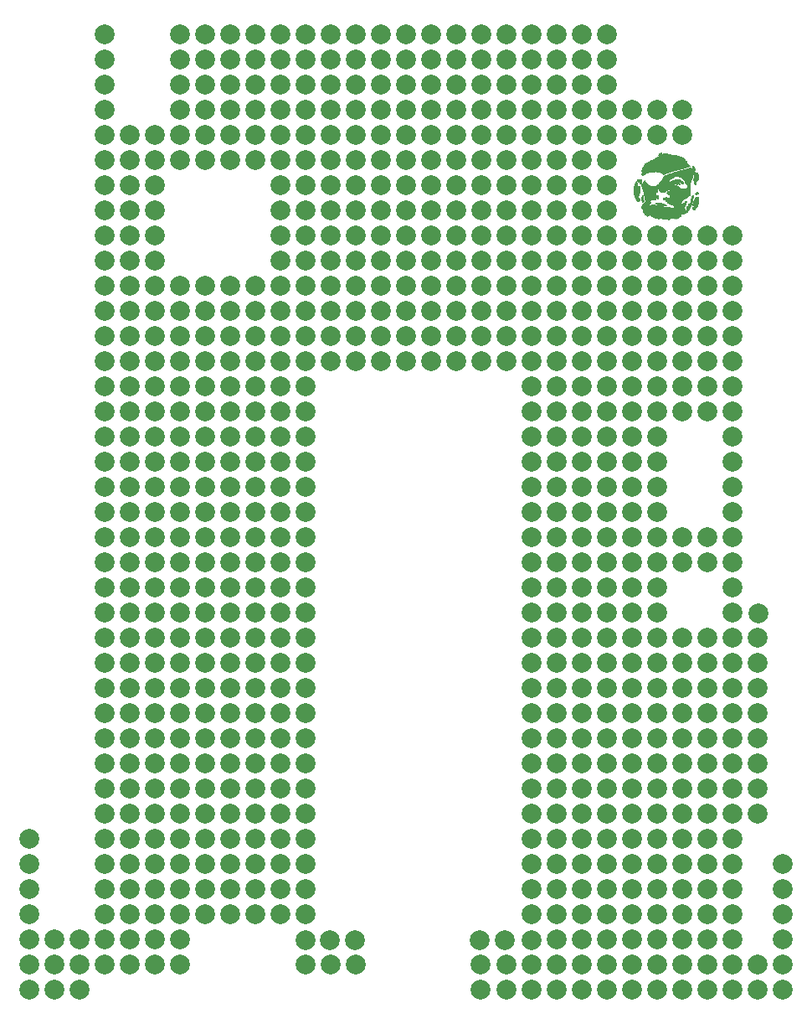
<source format=gbr>
%TF.GenerationSoftware,KiCad,Pcbnew,(6.0.7)*%
%TF.CreationDate,2022-12-29T16:14:02-06:00*%
%TF.ProjectId,DevBoard_Addon,44657642-6f61-4726-945f-4164646f6e2e,0b*%
%TF.SameCoordinates,Original*%
%TF.FileFunction,Copper,L2,Bot*%
%TF.FilePolarity,Positive*%
%FSLAX46Y46*%
G04 Gerber Fmt 4.6, Leading zero omitted, Abs format (unit mm)*
G04 Created by KiCad (PCBNEW (6.0.7)) date 2022-12-29 16:14:02*
%MOMM*%
%LPD*%
G01*
G04 APERTURE LIST*
%TA.AperFunction,EtchedComponent*%
%ADD10C,0.010000*%
%TD*%
%TA.AperFunction,ComponentPad*%
%ADD11C,2.000000*%
%TD*%
G04 APERTURE END LIST*
%TO.C,G\u002A\u002A\u002A*%
G36*
X177394903Y-48828703D02*
G01*
X177420074Y-48851719D01*
X177435056Y-48889368D01*
X177444154Y-48949681D01*
X177446339Y-49026337D01*
X177442135Y-49115288D01*
X177432071Y-49212483D01*
X177416673Y-49313872D01*
X177396469Y-49415405D01*
X177371984Y-49513031D01*
X177343746Y-49602700D01*
X177312282Y-49680363D01*
X177295657Y-49714003D01*
X177251334Y-49791613D01*
X177200451Y-49867897D01*
X177146461Y-49938514D01*
X177092814Y-49999119D01*
X177042960Y-50045372D01*
X177000350Y-50072928D01*
X176999799Y-50073172D01*
X176968334Y-50085076D01*
X176945745Y-50090302D01*
X176934692Y-50089484D01*
X176895248Y-50073956D01*
X176853519Y-50043588D01*
X176815852Y-50004610D01*
X176788596Y-49963255D01*
X176778100Y-49925752D01*
X176779007Y-49912610D01*
X176790323Y-49882775D01*
X176817068Y-49855445D01*
X176862370Y-49827970D01*
X176929355Y-49797705D01*
X176988460Y-49772355D01*
X177087585Y-49723574D01*
X177164713Y-49675249D01*
X177221989Y-49625688D01*
X177261553Y-49573196D01*
X177285550Y-49516078D01*
X177287987Y-49504391D01*
X177292983Y-49464861D01*
X177298110Y-49406625D01*
X177303048Y-49334085D01*
X177307479Y-49251642D01*
X177311083Y-49163700D01*
X177312965Y-49112763D01*
X177316505Y-49031206D01*
X177320263Y-48959592D01*
X177324006Y-48901783D01*
X177327499Y-48861640D01*
X177330509Y-48843025D01*
X177339806Y-48830056D01*
X177365211Y-48821197D01*
X177394903Y-48828703D01*
G37*
D10*
X177394903Y-48828703D02*
X177420074Y-48851719D01*
X177435056Y-48889368D01*
X177444154Y-48949681D01*
X177446339Y-49026337D01*
X177442135Y-49115288D01*
X177432071Y-49212483D01*
X177416673Y-49313872D01*
X177396469Y-49415405D01*
X177371984Y-49513031D01*
X177343746Y-49602700D01*
X177312282Y-49680363D01*
X177295657Y-49714003D01*
X177251334Y-49791613D01*
X177200451Y-49867897D01*
X177146461Y-49938514D01*
X177092814Y-49999119D01*
X177042960Y-50045372D01*
X177000350Y-50072928D01*
X176999799Y-50073172D01*
X176968334Y-50085076D01*
X176945745Y-50090302D01*
X176934692Y-50089484D01*
X176895248Y-50073956D01*
X176853519Y-50043588D01*
X176815852Y-50004610D01*
X176788596Y-49963255D01*
X176778100Y-49925752D01*
X176779007Y-49912610D01*
X176790323Y-49882775D01*
X176817068Y-49855445D01*
X176862370Y-49827970D01*
X176929355Y-49797705D01*
X176988460Y-49772355D01*
X177087585Y-49723574D01*
X177164713Y-49675249D01*
X177221989Y-49625688D01*
X177261553Y-49573196D01*
X177285550Y-49516078D01*
X177287987Y-49504391D01*
X177292983Y-49464861D01*
X177298110Y-49406625D01*
X177303048Y-49334085D01*
X177307479Y-49251642D01*
X177311083Y-49163700D01*
X177312965Y-49112763D01*
X177316505Y-49031206D01*
X177320263Y-48959592D01*
X177324006Y-48901783D01*
X177327499Y-48861640D01*
X177330509Y-48843025D01*
X177339806Y-48830056D01*
X177365211Y-48821197D01*
X177394903Y-48828703D01*
G36*
X176868022Y-48627144D02*
G01*
X176879821Y-48649665D01*
X176886573Y-48673748D01*
X176891738Y-48738310D01*
X176885435Y-48821141D01*
X176867793Y-48919359D01*
X176865369Y-48930722D01*
X176854327Y-48995176D01*
X176846877Y-49060062D01*
X176844521Y-49112900D01*
X176844611Y-49132489D01*
X176842147Y-49171874D01*
X176834168Y-49208795D01*
X176818490Y-49251524D01*
X176792930Y-49308332D01*
X176782503Y-49331427D01*
X176753473Y-49402589D01*
X176725158Y-49480214D01*
X176702443Y-49551197D01*
X176656857Y-49691196D01*
X176588083Y-49858690D01*
X176508350Y-50013606D01*
X176419838Y-50151798D01*
X176324728Y-50269122D01*
X176315151Y-50279304D01*
X176281382Y-50312664D01*
X176253970Y-50336009D01*
X176238111Y-50344800D01*
X176231145Y-50343167D01*
X176208232Y-50326511D01*
X176183570Y-50298564D01*
X176163860Y-50267677D01*
X176155800Y-50242201D01*
X176156611Y-50234852D01*
X176163829Y-50204063D01*
X176176914Y-50159397D01*
X176193900Y-50107793D01*
X176204140Y-50077955D01*
X176220650Y-50025783D01*
X176228765Y-49988241D01*
X176228871Y-49959018D01*
X176221354Y-49931808D01*
X176206600Y-49900300D01*
X176201748Y-49890485D01*
X176184282Y-49840204D01*
X176185856Y-49796615D01*
X176206461Y-49751075D01*
X176216610Y-49735998D01*
X176244200Y-49711454D01*
X176273183Y-49710727D01*
X176304955Y-49734138D01*
X176340911Y-49782007D01*
X176365421Y-49818959D01*
X176381367Y-49837918D01*
X176391745Y-49840867D01*
X176400201Y-49830807D01*
X176400837Y-49829561D01*
X176406418Y-49802188D01*
X176408195Y-49755265D01*
X176405951Y-49693953D01*
X176404837Y-49673306D01*
X176403950Y-49619824D01*
X176405949Y-49575739D01*
X176410581Y-49548997D01*
X176415934Y-49536768D01*
X176427748Y-49524483D01*
X176449645Y-49520298D01*
X176489205Y-49521569D01*
X176525669Y-49523244D01*
X176547132Y-49520432D01*
X176556207Y-49509620D01*
X176559644Y-49487550D01*
X176563047Y-49464291D01*
X176580142Y-49398132D01*
X176607693Y-49322728D01*
X176642882Y-49246250D01*
X176655453Y-49221022D01*
X176669620Y-49186801D01*
X176677148Y-49153930D01*
X176679736Y-49113507D01*
X176679082Y-49056631D01*
X176678713Y-49040040D01*
X176678916Y-48986728D01*
X176682808Y-48948488D01*
X176691720Y-48917119D01*
X176706980Y-48884418D01*
X176715999Y-48866239D01*
X176736795Y-48817985D01*
X176751406Y-48775587D01*
X176756190Y-48759677D01*
X176779954Y-48703780D01*
X176809763Y-48658286D01*
X176841041Y-48630599D01*
X176852816Y-48625154D01*
X176868022Y-48627144D01*
G37*
X176868022Y-48627144D02*
X176879821Y-48649665D01*
X176886573Y-48673748D01*
X176891738Y-48738310D01*
X176885435Y-48821141D01*
X176867793Y-48919359D01*
X176865369Y-48930722D01*
X176854327Y-48995176D01*
X176846877Y-49060062D01*
X176844521Y-49112900D01*
X176844611Y-49132489D01*
X176842147Y-49171874D01*
X176834168Y-49208795D01*
X176818490Y-49251524D01*
X176792930Y-49308332D01*
X176782503Y-49331427D01*
X176753473Y-49402589D01*
X176725158Y-49480214D01*
X176702443Y-49551197D01*
X176656857Y-49691196D01*
X176588083Y-49858690D01*
X176508350Y-50013606D01*
X176419838Y-50151798D01*
X176324728Y-50269122D01*
X176315151Y-50279304D01*
X176281382Y-50312664D01*
X176253970Y-50336009D01*
X176238111Y-50344800D01*
X176231145Y-50343167D01*
X176208232Y-50326511D01*
X176183570Y-50298564D01*
X176163860Y-50267677D01*
X176155800Y-50242201D01*
X176156611Y-50234852D01*
X176163829Y-50204063D01*
X176176914Y-50159397D01*
X176193900Y-50107793D01*
X176204140Y-50077955D01*
X176220650Y-50025783D01*
X176228765Y-49988241D01*
X176228871Y-49959018D01*
X176221354Y-49931808D01*
X176206600Y-49900300D01*
X176201748Y-49890485D01*
X176184282Y-49840204D01*
X176185856Y-49796615D01*
X176206461Y-49751075D01*
X176216610Y-49735998D01*
X176244200Y-49711454D01*
X176273183Y-49710727D01*
X176304955Y-49734138D01*
X176340911Y-49782007D01*
X176365421Y-49818959D01*
X176381367Y-49837918D01*
X176391745Y-49840867D01*
X176400201Y-49830807D01*
X176400837Y-49829561D01*
X176406418Y-49802188D01*
X176408195Y-49755265D01*
X176405951Y-49693953D01*
X176404837Y-49673306D01*
X176403950Y-49619824D01*
X176405949Y-49575739D01*
X176410581Y-49548997D01*
X176415934Y-49536768D01*
X176427748Y-49524483D01*
X176449645Y-49520298D01*
X176489205Y-49521569D01*
X176525669Y-49523244D01*
X176547132Y-49520432D01*
X176556207Y-49509620D01*
X176559644Y-49487550D01*
X176563047Y-49464291D01*
X176580142Y-49398132D01*
X176607693Y-49322728D01*
X176642882Y-49246250D01*
X176655453Y-49221022D01*
X176669620Y-49186801D01*
X176677148Y-49153930D01*
X176679736Y-49113507D01*
X176679082Y-49056631D01*
X176678713Y-49040040D01*
X176678916Y-48986728D01*
X176682808Y-48948488D01*
X176691720Y-48917119D01*
X176706980Y-48884418D01*
X176715999Y-48866239D01*
X176736795Y-48817985D01*
X176751406Y-48775587D01*
X176756190Y-48759677D01*
X176779954Y-48703780D01*
X176809763Y-48658286D01*
X176841041Y-48630599D01*
X176852816Y-48625154D01*
X176868022Y-48627144D01*
G36*
X171774599Y-48640214D02*
G01*
X171776675Y-48642952D01*
X171790557Y-48671658D01*
X171803176Y-48717984D01*
X171814884Y-48783875D01*
X171826039Y-48871276D01*
X171836994Y-48982131D01*
X171841976Y-49029293D01*
X171850496Y-49089330D01*
X171859975Y-49139079D01*
X171869132Y-49171007D01*
X171882276Y-49205896D01*
X171886454Y-49236044D01*
X171875315Y-49257614D01*
X171847325Y-49278139D01*
X171824735Y-49291037D01*
X171793497Y-49301374D01*
X171767274Y-49293934D01*
X171736802Y-49267855D01*
X171722632Y-49250241D01*
X171698122Y-49195306D01*
X171682027Y-49118303D01*
X171674575Y-49020607D01*
X171675997Y-48903592D01*
X171677145Y-48881477D01*
X171685131Y-48786555D01*
X171696887Y-48712268D01*
X171712063Y-48659553D01*
X171730307Y-48629349D01*
X171751269Y-48622590D01*
X171774599Y-48640214D01*
G37*
X171774599Y-48640214D02*
X171776675Y-48642952D01*
X171790557Y-48671658D01*
X171803176Y-48717984D01*
X171814884Y-48783875D01*
X171826039Y-48871276D01*
X171836994Y-48982131D01*
X171841976Y-49029293D01*
X171850496Y-49089330D01*
X171859975Y-49139079D01*
X171869132Y-49171007D01*
X171882276Y-49205896D01*
X171886454Y-49236044D01*
X171875315Y-49257614D01*
X171847325Y-49278139D01*
X171824735Y-49291037D01*
X171793497Y-49301374D01*
X171767274Y-49293934D01*
X171736802Y-49267855D01*
X171722632Y-49250241D01*
X171698122Y-49195306D01*
X171682027Y-49118303D01*
X171674575Y-49020607D01*
X171675997Y-48903592D01*
X171677145Y-48881477D01*
X171685131Y-48786555D01*
X171696887Y-48712268D01*
X171712063Y-48659553D01*
X171730307Y-48629349D01*
X171751269Y-48622590D01*
X171774599Y-48640214D01*
G36*
X175287578Y-47518793D02*
G01*
X175302793Y-47539299D01*
X175299966Y-47570740D01*
X175290472Y-47582002D01*
X175263682Y-47586615D01*
X175242031Y-47576962D01*
X175235050Y-47550800D01*
X175240983Y-47525947D01*
X175263682Y-47514984D01*
X175287578Y-47518793D01*
G37*
X175287578Y-47518793D02*
X175302793Y-47539299D01*
X175299966Y-47570740D01*
X175290472Y-47582002D01*
X175263682Y-47586615D01*
X175242031Y-47576962D01*
X175235050Y-47550800D01*
X175240983Y-47525947D01*
X175263682Y-47514984D01*
X175287578Y-47518793D01*
G36*
X173425354Y-49415006D02*
G01*
X173518347Y-49421789D01*
X173610383Y-49431925D01*
X173696814Y-49445209D01*
X173772994Y-49461436D01*
X173833054Y-49478708D01*
X173906068Y-49504591D01*
X173976034Y-49534107D01*
X174039433Y-49565351D01*
X174092743Y-49596413D01*
X174132446Y-49625388D01*
X174155019Y-49650368D01*
X174156944Y-49669446D01*
X174146976Y-49677470D01*
X174126544Y-49682212D01*
X174092842Y-49683366D01*
X174042908Y-49680881D01*
X173973781Y-49674707D01*
X173882500Y-49664794D01*
X173773541Y-49651286D01*
X173641237Y-49631831D01*
X173519354Y-49610504D01*
X173409540Y-49587807D01*
X173313445Y-49564239D01*
X173232718Y-49540301D01*
X173169008Y-49516495D01*
X173123965Y-49493319D01*
X173099237Y-49471275D01*
X173096474Y-49450864D01*
X173117325Y-49432585D01*
X173136756Y-49425492D01*
X173187105Y-49416819D01*
X173255086Y-49412317D01*
X173336051Y-49411781D01*
X173425354Y-49415006D01*
G37*
X173425354Y-49415006D02*
X173518347Y-49421789D01*
X173610383Y-49431925D01*
X173696814Y-49445209D01*
X173772994Y-49461436D01*
X173833054Y-49478708D01*
X173906068Y-49504591D01*
X173976034Y-49534107D01*
X174039433Y-49565351D01*
X174092743Y-49596413D01*
X174132446Y-49625388D01*
X174155019Y-49650368D01*
X174156944Y-49669446D01*
X174146976Y-49677470D01*
X174126544Y-49682212D01*
X174092842Y-49683366D01*
X174042908Y-49680881D01*
X173973781Y-49674707D01*
X173882500Y-49664794D01*
X173773541Y-49651286D01*
X173641237Y-49631831D01*
X173519354Y-49610504D01*
X173409540Y-49587807D01*
X173313445Y-49564239D01*
X173232718Y-49540301D01*
X173169008Y-49516495D01*
X173123965Y-49493319D01*
X173099237Y-49471275D01*
X173096474Y-49450864D01*
X173117325Y-49432585D01*
X173136756Y-49425492D01*
X173187105Y-49416819D01*
X173255086Y-49412317D01*
X173336051Y-49411781D01*
X173425354Y-49415006D01*
G36*
X174018599Y-44376764D02*
G01*
X174060300Y-44378736D01*
X174070136Y-44379171D01*
X174154334Y-44387306D01*
X174214805Y-44402341D01*
X174251282Y-44424179D01*
X174263500Y-44452724D01*
X174260206Y-44468263D01*
X174244450Y-44485507D01*
X174233166Y-44495237D01*
X174225400Y-44520424D01*
X174218175Y-44542514D01*
X174188510Y-44561955D01*
X174165273Y-44576339D01*
X174134148Y-44605527D01*
X174104286Y-44641092D01*
X174081849Y-44675584D01*
X174073000Y-44701555D01*
X174082222Y-44716681D01*
X174107265Y-44718623D01*
X174143657Y-44709142D01*
X174186925Y-44690199D01*
X174232599Y-44663755D01*
X174276204Y-44631770D01*
X174313270Y-44596206D01*
X174329498Y-44578631D01*
X174359766Y-44552016D01*
X174392717Y-44533562D01*
X174432030Y-44522849D01*
X174481387Y-44519456D01*
X174544468Y-44522963D01*
X174624954Y-44532949D01*
X174726526Y-44548994D01*
X174776870Y-44556251D01*
X174850189Y-44564665D01*
X174929932Y-44572102D01*
X175005926Y-44577523D01*
X175054206Y-44580467D01*
X175111850Y-44585193D01*
X175156004Y-44591521D01*
X175193864Y-44600970D01*
X175232630Y-44615061D01*
X175279500Y-44635315D01*
X175345427Y-44664710D01*
X175419713Y-44697378D01*
X175476888Y-44721607D01*
X175520431Y-44738639D01*
X175553824Y-44749716D01*
X175580548Y-44756080D01*
X175604083Y-44758973D01*
X175627909Y-44759637D01*
X175659950Y-44760202D01*
X175686593Y-44763534D01*
X175712749Y-44771909D01*
X175743815Y-44787602D01*
X175785186Y-44812889D01*
X175842258Y-44850046D01*
X175881419Y-44877060D01*
X175930267Y-44917059D01*
X175974497Y-44963484D01*
X176022379Y-45024335D01*
X176028624Y-45032674D01*
X176070705Y-45086427D01*
X176122902Y-45150163D01*
X176179174Y-45216606D01*
X176233480Y-45278485D01*
X176256866Y-45304715D01*
X176340040Y-45401338D01*
X176408514Y-45486593D01*
X176461483Y-45559320D01*
X176498143Y-45618361D01*
X176517689Y-45662554D01*
X176519319Y-45690741D01*
X176507851Y-45700101D01*
X176472801Y-45716254D01*
X176415953Y-45737458D01*
X176338876Y-45763226D01*
X176243138Y-45793071D01*
X176130308Y-45826507D01*
X176001954Y-45863046D01*
X175859646Y-45902201D01*
X175704950Y-45943487D01*
X175615160Y-45967137D01*
X175424550Y-46017598D01*
X175255529Y-46062800D01*
X175105972Y-46103392D01*
X174973752Y-46140021D01*
X174856745Y-46173337D01*
X174752826Y-46203986D01*
X174659867Y-46232616D01*
X174575745Y-46259877D01*
X174498334Y-46286416D01*
X174425508Y-46312881D01*
X174355142Y-46339920D01*
X174285110Y-46368181D01*
X174213288Y-46398313D01*
X174139043Y-46429326D01*
X174067320Y-46457291D01*
X174010771Y-46476407D01*
X173965279Y-46488043D01*
X173926727Y-46493569D01*
X173915612Y-46494383D01*
X173870744Y-46494783D01*
X173832715Y-46487630D01*
X173795394Y-46470254D01*
X173752650Y-46439986D01*
X173698350Y-46394158D01*
X173637712Y-46345512D01*
X173578009Y-46308988D01*
X173513006Y-46282228D01*
X173436017Y-46262488D01*
X173340359Y-46247018D01*
X173244794Y-46237062D01*
X173088960Y-46230945D01*
X172927452Y-46235559D01*
X172764093Y-46250181D01*
X172602707Y-46274091D01*
X172447116Y-46306566D01*
X172301145Y-46346885D01*
X172168615Y-46394327D01*
X172053350Y-46448170D01*
X171959174Y-46507693D01*
X171928723Y-46529905D01*
X171887994Y-46557661D01*
X171856850Y-46576709D01*
X171815315Y-46593799D01*
X171773103Y-46594003D01*
X171727016Y-46573246D01*
X171705087Y-46557671D01*
X171683269Y-46529923D01*
X171677148Y-46494640D01*
X171686339Y-46447390D01*
X171710452Y-46383742D01*
X171715373Y-46372072D01*
X171734236Y-46323351D01*
X171747856Y-46281808D01*
X171753564Y-46255400D01*
X171753738Y-46251224D01*
X171750731Y-46232829D01*
X171735823Y-46223914D01*
X171702265Y-46219793D01*
X171690850Y-46218598D01*
X171655944Y-46210384D01*
X171634792Y-46198480D01*
X171630949Y-46193452D01*
X171627290Y-46183599D01*
X171629790Y-46169541D01*
X171640233Y-46146920D01*
X171660406Y-46111375D01*
X171692092Y-46058550D01*
X171701043Y-46042089D01*
X171721891Y-45992318D01*
X171736576Y-45941923D01*
X171740648Y-45925476D01*
X171761167Y-45872536D01*
X171795723Y-45810537D01*
X171845918Y-45736822D01*
X171913355Y-45648733D01*
X171941047Y-45612691D01*
X171961893Y-45580168D01*
X171970473Y-45555663D01*
X171969618Y-45533364D01*
X171967927Y-45521581D01*
X171971271Y-45500416D01*
X171987148Y-45477966D01*
X172019541Y-45447374D01*
X172031182Y-45437899D01*
X172075849Y-45407858D01*
X172131569Y-45376371D01*
X172188982Y-45348880D01*
X172213264Y-45338227D01*
X172295899Y-45299712D01*
X172395703Y-45250526D01*
X172509259Y-45192434D01*
X172633148Y-45127204D01*
X172763951Y-45056601D01*
X172898250Y-44982393D01*
X172905533Y-44978324D01*
X172987177Y-44933050D01*
X173082891Y-44880449D01*
X173185085Y-44824669D01*
X173286166Y-44769853D01*
X173378543Y-44720146D01*
X173410992Y-44702664D01*
X173492726Y-44657727D01*
X173571155Y-44613428D01*
X173641475Y-44572545D01*
X173698882Y-44537852D01*
X173738571Y-44512126D01*
X173769920Y-44490281D01*
X173830162Y-44448256D01*
X173875178Y-44417730D01*
X173909159Y-44396966D01*
X173936300Y-44384226D01*
X173960791Y-44377771D01*
X173986827Y-44375863D01*
X174018599Y-44376764D01*
G37*
X174018599Y-44376764D02*
X174060300Y-44378736D01*
X174070136Y-44379171D01*
X174154334Y-44387306D01*
X174214805Y-44402341D01*
X174251282Y-44424179D01*
X174263500Y-44452724D01*
X174260206Y-44468263D01*
X174244450Y-44485507D01*
X174233166Y-44495237D01*
X174225400Y-44520424D01*
X174218175Y-44542514D01*
X174188510Y-44561955D01*
X174165273Y-44576339D01*
X174134148Y-44605527D01*
X174104286Y-44641092D01*
X174081849Y-44675584D01*
X174073000Y-44701555D01*
X174082222Y-44716681D01*
X174107265Y-44718623D01*
X174143657Y-44709142D01*
X174186925Y-44690199D01*
X174232599Y-44663755D01*
X174276204Y-44631770D01*
X174313270Y-44596206D01*
X174329498Y-44578631D01*
X174359766Y-44552016D01*
X174392717Y-44533562D01*
X174432030Y-44522849D01*
X174481387Y-44519456D01*
X174544468Y-44522963D01*
X174624954Y-44532949D01*
X174726526Y-44548994D01*
X174776870Y-44556251D01*
X174850189Y-44564665D01*
X174929932Y-44572102D01*
X175005926Y-44577523D01*
X175054206Y-44580467D01*
X175111850Y-44585193D01*
X175156004Y-44591521D01*
X175193864Y-44600970D01*
X175232630Y-44615061D01*
X175279500Y-44635315D01*
X175345427Y-44664710D01*
X175419713Y-44697378D01*
X175476888Y-44721607D01*
X175520431Y-44738639D01*
X175553824Y-44749716D01*
X175580548Y-44756080D01*
X175604083Y-44758973D01*
X175627909Y-44759637D01*
X175659950Y-44760202D01*
X175686593Y-44763534D01*
X175712749Y-44771909D01*
X175743815Y-44787602D01*
X175785186Y-44812889D01*
X175842258Y-44850046D01*
X175881419Y-44877060D01*
X175930267Y-44917059D01*
X175974497Y-44963484D01*
X176022379Y-45024335D01*
X176028624Y-45032674D01*
X176070705Y-45086427D01*
X176122902Y-45150163D01*
X176179174Y-45216606D01*
X176233480Y-45278485D01*
X176256866Y-45304715D01*
X176340040Y-45401338D01*
X176408514Y-45486593D01*
X176461483Y-45559320D01*
X176498143Y-45618361D01*
X176517689Y-45662554D01*
X176519319Y-45690741D01*
X176507851Y-45700101D01*
X176472801Y-45716254D01*
X176415953Y-45737458D01*
X176338876Y-45763226D01*
X176243138Y-45793071D01*
X176130308Y-45826507D01*
X176001954Y-45863046D01*
X175859646Y-45902201D01*
X175704950Y-45943487D01*
X175615160Y-45967137D01*
X175424550Y-46017598D01*
X175255529Y-46062800D01*
X175105972Y-46103392D01*
X174973752Y-46140021D01*
X174856745Y-46173337D01*
X174752826Y-46203986D01*
X174659867Y-46232616D01*
X174575745Y-46259877D01*
X174498334Y-46286416D01*
X174425508Y-46312881D01*
X174355142Y-46339920D01*
X174285110Y-46368181D01*
X174213288Y-46398313D01*
X174139043Y-46429326D01*
X174067320Y-46457291D01*
X174010771Y-46476407D01*
X173965279Y-46488043D01*
X173926727Y-46493569D01*
X173915612Y-46494383D01*
X173870744Y-46494783D01*
X173832715Y-46487630D01*
X173795394Y-46470254D01*
X173752650Y-46439986D01*
X173698350Y-46394158D01*
X173637712Y-46345512D01*
X173578009Y-46308988D01*
X173513006Y-46282228D01*
X173436017Y-46262488D01*
X173340359Y-46247018D01*
X173244794Y-46237062D01*
X173088960Y-46230945D01*
X172927452Y-46235559D01*
X172764093Y-46250181D01*
X172602707Y-46274091D01*
X172447116Y-46306566D01*
X172301145Y-46346885D01*
X172168615Y-46394327D01*
X172053350Y-46448170D01*
X171959174Y-46507693D01*
X171928723Y-46529905D01*
X171887994Y-46557661D01*
X171856850Y-46576709D01*
X171815315Y-46593799D01*
X171773103Y-46594003D01*
X171727016Y-46573246D01*
X171705087Y-46557671D01*
X171683269Y-46529923D01*
X171677148Y-46494640D01*
X171686339Y-46447390D01*
X171710452Y-46383742D01*
X171715373Y-46372072D01*
X171734236Y-46323351D01*
X171747856Y-46281808D01*
X171753564Y-46255400D01*
X171753738Y-46251224D01*
X171750731Y-46232829D01*
X171735823Y-46223914D01*
X171702265Y-46219793D01*
X171690850Y-46218598D01*
X171655944Y-46210384D01*
X171634792Y-46198480D01*
X171630949Y-46193452D01*
X171627290Y-46183599D01*
X171629790Y-46169541D01*
X171640233Y-46146920D01*
X171660406Y-46111375D01*
X171692092Y-46058550D01*
X171701043Y-46042089D01*
X171721891Y-45992318D01*
X171736576Y-45941923D01*
X171740648Y-45925476D01*
X171761167Y-45872536D01*
X171795723Y-45810537D01*
X171845918Y-45736822D01*
X171913355Y-45648733D01*
X171941047Y-45612691D01*
X171961893Y-45580168D01*
X171970473Y-45555663D01*
X171969618Y-45533364D01*
X171967927Y-45521581D01*
X171971271Y-45500416D01*
X171987148Y-45477966D01*
X172019541Y-45447374D01*
X172031182Y-45437899D01*
X172075849Y-45407858D01*
X172131569Y-45376371D01*
X172188982Y-45348880D01*
X172213264Y-45338227D01*
X172295899Y-45299712D01*
X172395703Y-45250526D01*
X172509259Y-45192434D01*
X172633148Y-45127204D01*
X172763951Y-45056601D01*
X172898250Y-44982393D01*
X172905533Y-44978324D01*
X172987177Y-44933050D01*
X173082891Y-44880449D01*
X173185085Y-44824669D01*
X173286166Y-44769853D01*
X173378543Y-44720146D01*
X173410992Y-44702664D01*
X173492726Y-44657727D01*
X173571155Y-44613428D01*
X173641475Y-44572545D01*
X173698882Y-44537852D01*
X173738571Y-44512126D01*
X173769920Y-44490281D01*
X173830162Y-44448256D01*
X173875178Y-44417730D01*
X173909159Y-44396966D01*
X173936300Y-44384226D01*
X173960791Y-44377771D01*
X173986827Y-44375863D01*
X174018599Y-44376764D01*
G36*
X176016100Y-49787136D02*
G01*
X176015605Y-49790544D01*
X176004501Y-49814383D01*
X175981782Y-49849614D01*
X175951415Y-49889933D01*
X175924414Y-49923885D01*
X175903430Y-49953854D01*
X175893343Y-49977605D01*
X175891259Y-50002537D01*
X175894285Y-50036050D01*
X175898725Y-50068317D01*
X175910315Y-50120828D01*
X175924557Y-50154878D01*
X175940234Y-50167000D01*
X175944843Y-50165531D01*
X175959791Y-50147614D01*
X175974703Y-50115824D01*
X175986199Y-50078400D01*
X175990895Y-50043582D01*
X175991069Y-50036089D01*
X175998223Y-49997873D01*
X176014478Y-49979763D01*
X176037964Y-49984118D01*
X176048735Y-49995414D01*
X176065232Y-50033257D01*
X176079418Y-50092889D01*
X176090813Y-50172080D01*
X176098939Y-50268600D01*
X176106255Y-50389250D01*
X176008041Y-50450752D01*
X175965923Y-50475813D01*
X175895583Y-50508948D01*
X175835032Y-50522588D01*
X175779933Y-50516671D01*
X175725948Y-50491134D01*
X175668740Y-50445917D01*
X175641087Y-50421542D01*
X175602996Y-50392631D01*
X175579578Y-50382411D01*
X175571600Y-50391313D01*
X175575969Y-50401882D01*
X175590938Y-50428591D01*
X175612875Y-50464101D01*
X175622822Y-50479910D01*
X175639802Y-50511311D01*
X175649228Y-50541320D01*
X175653284Y-50578863D01*
X175654150Y-50632861D01*
X175654046Y-50646032D01*
X175651705Y-50695109D01*
X175646877Y-50732371D01*
X175640354Y-50751034D01*
X175624342Y-50761834D01*
X175583776Y-50771996D01*
X175535790Y-50770614D01*
X175490270Y-50757277D01*
X175479496Y-50752342D01*
X175452500Y-50741860D01*
X175439832Y-50740012D01*
X175436854Y-50750321D01*
X175431128Y-50779690D01*
X175424411Y-50820552D01*
X175412850Y-50896254D01*
X175351204Y-50918205D01*
X175330610Y-50926227D01*
X175291363Y-50945088D01*
X175264768Y-50962589D01*
X175259393Y-50967265D01*
X175237967Y-50977948D01*
X175215290Y-50969711D01*
X175197314Y-50958577D01*
X175164868Y-50938525D01*
X175145307Y-50930549D01*
X175122990Y-50934154D01*
X175089327Y-50951225D01*
X175064102Y-50964784D01*
X175027255Y-50977554D01*
X174997097Y-50974023D01*
X174965466Y-50954400D01*
X174952088Y-50944917D01*
X174917690Y-50931458D01*
X174876558Y-50932698D01*
X174821493Y-50948334D01*
X174766692Y-50967669D01*
X174714641Y-50916584D01*
X174687027Y-50891357D01*
X174651814Y-50869547D01*
X174622086Y-50869696D01*
X174593191Y-50892468D01*
X174560477Y-50938525D01*
X174535786Y-50975221D01*
X174505782Y-51014097D01*
X174481260Y-51040061D01*
X174440187Y-51063972D01*
X174387602Y-51068565D01*
X174329625Y-51048355D01*
X174266234Y-51003337D01*
X174242186Y-50983890D01*
X174213704Y-50969720D01*
X174189536Y-50974605D01*
X174162519Y-50998191D01*
X174132223Y-51022042D01*
X174098379Y-51036954D01*
X174073222Y-51038369D01*
X174026378Y-51034989D01*
X173966331Y-51027132D01*
X173899204Y-51015740D01*
X173831119Y-51001756D01*
X173768200Y-50986121D01*
X173704274Y-50969394D01*
X173654947Y-50959945D01*
X173613527Y-50957769D01*
X173571850Y-50962448D01*
X173521755Y-50973567D01*
X173517552Y-50974600D01*
X173454050Y-50986378D01*
X173404862Y-50988084D01*
X173373081Y-50979940D01*
X173361800Y-50962167D01*
X173367792Y-50946587D01*
X173386164Y-50916940D01*
X173412600Y-50881215D01*
X173421322Y-50870092D01*
X173449380Y-50830590D01*
X173462459Y-50804879D01*
X173459932Y-50794696D01*
X173441175Y-50801779D01*
X173426427Y-50811292D01*
X173394618Y-50833008D01*
X173357239Y-50859376D01*
X173322597Y-50882581D01*
X173292206Y-50896348D01*
X173257595Y-50902309D01*
X173208196Y-50903600D01*
X173163311Y-50905208D01*
X173107592Y-50910755D01*
X173063685Y-50918893D01*
X173048380Y-50922850D01*
X173017441Y-50927891D01*
X172995499Y-50922747D01*
X172971428Y-50905843D01*
X172970326Y-50904960D01*
X172932786Y-50879503D01*
X172891900Y-50857646D01*
X172887942Y-50855810D01*
X172846959Y-50831633D01*
X172809350Y-50802379D01*
X172791216Y-50788329D01*
X172748294Y-50763888D01*
X172701400Y-50744751D01*
X172657423Y-50729425D01*
X172617859Y-50709056D01*
X172596368Y-50683948D01*
X172591284Y-50649611D01*
X172600941Y-50601558D01*
X172623674Y-50535300D01*
X172636940Y-50493966D01*
X172648975Y-50427675D01*
X172648469Y-50369412D01*
X172636106Y-50323028D01*
X172612572Y-50292373D01*
X172578549Y-50281300D01*
X172566510Y-50281737D01*
X172552008Y-50288798D01*
X172554364Y-50309875D01*
X172563576Y-50350443D01*
X172565941Y-50434278D01*
X172546141Y-50511415D01*
X172505922Y-50578439D01*
X172447026Y-50631934D01*
X172371200Y-50668484D01*
X172341817Y-50678846D01*
X172304202Y-50694933D01*
X172281300Y-50708381D01*
X172280413Y-50709147D01*
X172253904Y-50724242D01*
X172233119Y-50716448D01*
X172214588Y-50684525D01*
X172213104Y-50681015D01*
X172196412Y-50649227D01*
X172174727Y-50627342D01*
X172141385Y-50610526D01*
X172089725Y-50593947D01*
X172074404Y-50589164D01*
X172011179Y-50557348D01*
X171968733Y-50511484D01*
X171946207Y-50450716D01*
X171940948Y-50425797D01*
X171926120Y-50384509D01*
X171902088Y-50356090D01*
X171862776Y-50331883D01*
X171859880Y-50330407D01*
X171837881Y-50318501D01*
X171823378Y-50306151D01*
X171814960Y-50288367D01*
X171811219Y-50260159D01*
X171810747Y-50216536D01*
X171812134Y-50152507D01*
X171812689Y-50125475D01*
X171812105Y-50085660D01*
X171807769Y-50061251D01*
X171797946Y-50045550D01*
X171780905Y-50031857D01*
X171741577Y-50003185D01*
X171698723Y-49965488D01*
X171673444Y-49928807D01*
X171663382Y-49886874D01*
X171666181Y-49833420D01*
X171679482Y-49762177D01*
X171692581Y-49709906D01*
X171694207Y-49705686D01*
X172374415Y-49705686D01*
X172392042Y-49710264D01*
X172428747Y-49699511D01*
X172484184Y-49673431D01*
X172558008Y-49632027D01*
X172689415Y-49554254D01*
X172793833Y-49574416D01*
X172834413Y-49582384D01*
X172902976Y-49596160D01*
X172978471Y-49611593D01*
X173050650Y-49626601D01*
X173056100Y-49627734D01*
X173130229Y-49641542D01*
X173218209Y-49655695D01*
X173309490Y-49668591D01*
X173393527Y-49678629D01*
X173411503Y-49680552D01*
X173497486Y-49691145D01*
X173564163Y-49702368D01*
X173616691Y-49715229D01*
X173660227Y-49730734D01*
X173665173Y-49732811D01*
X173793796Y-49781891D01*
X173907236Y-49814477D01*
X174008974Y-49831148D01*
X174102490Y-49832483D01*
X174191264Y-49819061D01*
X174232602Y-49809954D01*
X174292781Y-49801175D01*
X174344548Y-49802395D01*
X174397724Y-49814282D01*
X174462130Y-49837506D01*
X174481387Y-49844848D01*
X174545680Y-49866791D01*
X174617996Y-49888736D01*
X174686044Y-49906876D01*
X174715241Y-49913715D01*
X174780267Y-49927608D01*
X174840933Y-49938994D01*
X174887134Y-49945910D01*
X174925562Y-49949714D01*
X174949728Y-49949361D01*
X174959913Y-49942880D01*
X174962000Y-49928937D01*
X174961376Y-49920774D01*
X174954540Y-49887776D01*
X174942593Y-49848487D01*
X174933943Y-49821050D01*
X174929386Y-49785442D01*
X174940189Y-49766304D01*
X174967202Y-49760600D01*
X174996371Y-49754405D01*
X175010105Y-49739314D01*
X175003394Y-49720713D01*
X174999268Y-49717832D01*
X174973805Y-49709327D01*
X174937536Y-49703535D01*
X174910296Y-49699008D01*
X174871768Y-49682118D01*
X174829891Y-49648799D01*
X174824750Y-49644105D01*
X174787528Y-49614877D01*
X174750806Y-49598728D01*
X174701646Y-49589698D01*
X174686159Y-49587606D01*
X174643951Y-49578127D01*
X174611922Y-49561045D01*
X174578222Y-49530694D01*
X174565396Y-49517985D01*
X174539542Y-49496025D01*
X174521031Y-49489293D01*
X174503373Y-49494663D01*
X174487027Y-49500376D01*
X174465096Y-49495627D01*
X174434099Y-49475061D01*
X174426340Y-49469355D01*
X174387929Y-49445224D01*
X174353508Y-49428883D01*
X174345451Y-49425644D01*
X174323251Y-49411189D01*
X174299334Y-49385856D01*
X174270393Y-49345745D01*
X174233120Y-49286958D01*
X174209607Y-49259053D01*
X174181954Y-49240281D01*
X174166115Y-49232120D01*
X174133492Y-49203425D01*
X174108423Y-49167200D01*
X174098400Y-49133063D01*
X174093324Y-49102893D01*
X174069476Y-49067996D01*
X174030567Y-49046815D01*
X173981568Y-49041631D01*
X173927453Y-49054721D01*
X173926655Y-49055054D01*
X173884002Y-49070751D01*
X173859039Y-49072813D01*
X173847319Y-49059969D01*
X173844400Y-49030947D01*
X173846606Y-48991219D01*
X173857290Y-48955956D01*
X173880641Y-48929526D01*
X173920783Y-48907570D01*
X173981842Y-48885730D01*
X173993867Y-48881173D01*
X174033610Y-48860422D01*
X174072570Y-48833841D01*
X174088809Y-48821712D01*
X174119112Y-48802838D01*
X174139127Y-48795400D01*
X174158587Y-48803162D01*
X174188573Y-48830078D01*
X174222521Y-48872269D01*
X174256674Y-48925575D01*
X174280533Y-48963274D01*
X174299485Y-48982676D01*
X174310645Y-48978323D01*
X174314300Y-48950340D01*
X174315369Y-48933030D01*
X174327427Y-48904104D01*
X174355956Y-48888787D01*
X174404766Y-48884300D01*
X174422060Y-48883560D01*
X174480555Y-48866918D01*
X174526981Y-48828131D01*
X174561775Y-48766872D01*
X174576718Y-48722024D01*
X174583135Y-48662702D01*
X174568357Y-48617153D01*
X174532217Y-48584989D01*
X174474545Y-48565823D01*
X174423229Y-48551992D01*
X174357782Y-48526604D01*
X174294899Y-48495606D01*
X174245806Y-48463997D01*
X174243328Y-48461982D01*
X174217703Y-48425074D01*
X174214197Y-48376817D01*
X174232920Y-48318478D01*
X174248541Y-48289302D01*
X174269338Y-48265182D01*
X174297917Y-48250254D01*
X174340150Y-48241674D01*
X174401904Y-48236600D01*
X174511150Y-48230250D01*
X174515120Y-48182149D01*
X174515171Y-48181528D01*
X174514441Y-48148180D01*
X174502650Y-48121288D01*
X174475115Y-48090074D01*
X174445236Y-48064777D01*
X174411768Y-48050095D01*
X174375350Y-48051046D01*
X174332541Y-48068504D01*
X174279901Y-48103345D01*
X174213993Y-48156443D01*
X174209048Y-48160616D01*
X174124006Y-48224494D01*
X174039754Y-48270886D01*
X173946870Y-48305033D01*
X173946081Y-48305266D01*
X173891035Y-48316738D01*
X173826011Y-48323368D01*
X173759692Y-48324945D01*
X173700761Y-48321256D01*
X173657902Y-48312090D01*
X173630846Y-48300167D01*
X173560761Y-48253710D01*
X173494688Y-48188896D01*
X173437235Y-48110731D01*
X173393008Y-48024222D01*
X173378417Y-47990237D01*
X173357190Y-47952660D01*
X173336852Y-47936831D01*
X173314209Y-47940922D01*
X173286062Y-47963107D01*
X173280353Y-47968705D01*
X173254404Y-48002333D01*
X173250310Y-48032259D01*
X173266954Y-48064402D01*
X173277181Y-48088046D01*
X173284110Y-48131017D01*
X173284978Y-48180051D01*
X173279717Y-48224937D01*
X173268257Y-48255463D01*
X173255012Y-48267417D01*
X173223917Y-48278480D01*
X173173007Y-48284817D01*
X173164153Y-48285494D01*
X173122693Y-48290621D01*
X173101225Y-48298439D01*
X173095100Y-48310478D01*
X173094161Y-48327234D01*
X173091145Y-48364812D01*
X173086543Y-48416471D01*
X173080867Y-48476276D01*
X173076112Y-48525899D01*
X173072959Y-48581531D01*
X173077657Y-48618453D01*
X173093714Y-48640498D01*
X173124639Y-48651498D01*
X173173942Y-48655288D01*
X173245131Y-48655700D01*
X173377607Y-48655700D01*
X173372284Y-48767048D01*
X173370177Y-48802345D01*
X173363825Y-48856285D01*
X173352962Y-48897677D01*
X173335749Y-48934976D01*
X173313981Y-48967575D01*
X173283764Y-48998691D01*
X173254683Y-49016329D01*
X173232317Y-49016114D01*
X173232057Y-49015924D01*
X173228202Y-49000033D01*
X173227550Y-48966267D01*
X173230256Y-48921639D01*
X173233057Y-48881832D01*
X173231988Y-48845540D01*
X173224914Y-48833500D01*
X173221199Y-48834307D01*
X173200752Y-48849218D01*
X173172729Y-48878749D01*
X173141630Y-48917414D01*
X173111958Y-48959723D01*
X173088211Y-49000190D01*
X173076522Y-49020982D01*
X173054109Y-49052552D01*
X173035365Y-49069584D01*
X173021226Y-49072669D01*
X172984389Y-49076710D01*
X172930530Y-49080672D01*
X172864288Y-49084227D01*
X172790300Y-49087044D01*
X172568050Y-49093850D01*
X172495326Y-49201800D01*
X172474016Y-49234046D01*
X172447424Y-49276365D01*
X172429161Y-49308115D01*
X172422301Y-49324143D01*
X172422584Y-49326859D01*
X172437921Y-49341033D01*
X172473744Y-49350475D01*
X172526026Y-49354026D01*
X172556690Y-49356775D01*
X172581004Y-49368080D01*
X172582984Y-49385129D01*
X172562871Y-49404659D01*
X172520905Y-49423405D01*
X172502671Y-49430477D01*
X172486036Y-49443920D01*
X172475139Y-49468155D01*
X172465393Y-49510369D01*
X172448195Y-49568512D01*
X172410948Y-49633450D01*
X172397774Y-49650524D01*
X172376210Y-49685774D01*
X172374415Y-49705686D01*
X171694207Y-49705686D01*
X171728195Y-49617448D01*
X171777002Y-49543072D01*
X171841024Y-49483283D01*
X171876781Y-49455140D01*
X171935621Y-49402185D01*
X171990112Y-49345540D01*
X172037130Y-49289081D01*
X172073548Y-49236683D01*
X172096241Y-49192223D01*
X172102084Y-49159575D01*
X172091411Y-49138129D01*
X172056866Y-49118605D01*
X172055069Y-49118016D01*
X172023002Y-49104870D01*
X172002210Y-49091889D01*
X171998955Y-49084511D01*
X171992343Y-49054746D01*
X171984792Y-49007094D01*
X171977003Y-48946181D01*
X171969674Y-48876633D01*
X171965270Y-48832867D01*
X171952104Y-48729114D01*
X171936851Y-48646132D01*
X171918933Y-48580553D01*
X171902797Y-48525320D01*
X171886176Y-48453588D01*
X171875094Y-48388567D01*
X171874600Y-48384668D01*
X171865731Y-48325631D01*
X171853493Y-48263470D01*
X171836817Y-48194039D01*
X171814636Y-48113190D01*
X171785883Y-48016775D01*
X171749490Y-47900647D01*
X171735946Y-47857722D01*
X171707027Y-47760588D01*
X171687580Y-47681874D01*
X171677861Y-47617761D01*
X171678125Y-47564426D01*
X171688626Y-47518049D01*
X171709621Y-47474808D01*
X171741365Y-47430883D01*
X171784113Y-47382453D01*
X171791004Y-47374949D01*
X171831584Y-47327388D01*
X171868741Y-47278895D01*
X171895183Y-47238895D01*
X171905266Y-47221239D01*
X171929066Y-47181489D01*
X171946316Y-47162198D01*
X171962030Y-47162434D01*
X171981220Y-47181266D01*
X172008900Y-47217761D01*
X172014922Y-47225797D01*
X172126474Y-47362704D01*
X172236723Y-47475275D01*
X172345324Y-47563190D01*
X172451932Y-47626132D01*
X172503080Y-47648833D01*
X172583723Y-47676616D01*
X172668753Y-47694990D01*
X172764977Y-47705274D01*
X172879200Y-47708783D01*
X172942266Y-47708827D01*
X172995372Y-47707718D01*
X173034235Y-47704584D01*
X173064796Y-47698605D01*
X173092994Y-47688960D01*
X173124766Y-47674828D01*
X173146966Y-47664056D01*
X173189555Y-47640623D01*
X173232488Y-47612384D01*
X173280192Y-47576075D01*
X173337094Y-47528428D01*
X173407620Y-47466178D01*
X173422135Y-47453032D01*
X173546672Y-47326232D01*
X173604602Y-47251196D01*
X174402541Y-47251196D01*
X174412561Y-47265140D01*
X174439388Y-47269167D01*
X174483584Y-47266136D01*
X174510335Y-47261262D01*
X174574355Y-47239203D01*
X174651290Y-47201673D01*
X174682450Y-47185201D01*
X174803255Y-47129639D01*
X174929287Y-47083269D01*
X175054399Y-47047902D01*
X175172440Y-47025348D01*
X175277261Y-47017416D01*
X175294015Y-47017708D01*
X175399582Y-47031515D01*
X175507515Y-47063902D01*
X175612328Y-47111973D01*
X175708535Y-47172832D01*
X175790649Y-47243585D01*
X175853183Y-47321336D01*
X175865562Y-47342601D01*
X175882470Y-47379501D01*
X175889100Y-47406314D01*
X175883967Y-47425799D01*
X175861364Y-47455040D01*
X175828571Y-47478003D01*
X175794241Y-47487300D01*
X175780881Y-47484130D01*
X175747559Y-47469708D01*
X175702993Y-47446294D01*
X175653079Y-47416833D01*
X175607156Y-47388723D01*
X175512781Y-47335160D01*
X175430969Y-47296302D01*
X175357132Y-47270752D01*
X175286684Y-47257116D01*
X175215039Y-47253997D01*
X175137610Y-47260000D01*
X175123827Y-47261868D01*
X175063176Y-47273372D01*
X175000317Y-47289698D01*
X174939087Y-47309278D01*
X174883322Y-47330547D01*
X174836859Y-47351939D01*
X174803533Y-47371889D01*
X174787182Y-47388831D01*
X174791641Y-47401199D01*
X174794613Y-47401895D01*
X174817645Y-47399464D01*
X174856318Y-47390995D01*
X174904139Y-47377836D01*
X174907437Y-47376856D01*
X175040461Y-47350703D01*
X175176289Y-47349175D01*
X175312400Y-47372079D01*
X175446272Y-47419222D01*
X175446342Y-47419253D01*
X175489606Y-47442121D01*
X175529340Y-47469013D01*
X175560836Y-47495911D01*
X175579388Y-47518795D01*
X175580288Y-47533646D01*
X175573844Y-47534604D01*
X175547115Y-47530592D01*
X175505343Y-47520631D01*
X175454213Y-47505971D01*
X175453812Y-47505847D01*
X175389105Y-47487497D01*
X175334761Y-47476764D01*
X175278901Y-47471970D01*
X175209650Y-47471439D01*
X175194017Y-47471865D01*
X175142139Y-47475145D01*
X175079917Y-47480988D01*
X175012442Y-47488697D01*
X174944805Y-47497578D01*
X174882099Y-47506933D01*
X174829413Y-47516069D01*
X174791840Y-47524288D01*
X174774470Y-47530897D01*
X174772836Y-47534526D01*
X174784518Y-47544931D01*
X174816009Y-47555852D01*
X174863340Y-47566119D01*
X174922541Y-47574561D01*
X174976928Y-47581844D01*
X175014763Y-47590973D01*
X175043196Y-47604624D01*
X175070270Y-47625576D01*
X175084723Y-47637874D01*
X175110224Y-47657437D01*
X175124367Y-47665195D01*
X175139285Y-47666844D01*
X175172427Y-47671421D01*
X175216000Y-47677884D01*
X175259999Y-47684572D01*
X175313106Y-47692968D01*
X175347765Y-47699826D01*
X175368054Y-47706761D01*
X175378054Y-47715387D01*
X175381844Y-47727320D01*
X175383503Y-47744173D01*
X175387231Y-47765357D01*
X175400990Y-47784125D01*
X175431900Y-47795619D01*
X175458178Y-47804686D01*
X175495013Y-47823712D01*
X175526842Y-47846173D01*
X175547560Y-47867572D01*
X175551061Y-47883410D01*
X175542791Y-47888347D01*
X175517749Y-47891144D01*
X175474428Y-47889850D01*
X175410577Y-47884377D01*
X175323950Y-47874640D01*
X175273150Y-47868520D01*
X175336842Y-47899646D01*
X175337029Y-47899737D01*
X175399280Y-47923325D01*
X175481023Y-47942543D01*
X175583672Y-47957599D01*
X175708643Y-47968699D01*
X175857350Y-47976052D01*
X175921575Y-47978472D01*
X175993158Y-47981674D01*
X176054277Y-47984951D01*
X176099957Y-47988035D01*
X176125223Y-47990652D01*
X176149179Y-47992317D01*
X176172782Y-47982951D01*
X176198952Y-47956427D01*
X176235604Y-47906467D01*
X176274928Y-47833291D01*
X176301546Y-47758225D01*
X176313375Y-47687534D01*
X176308331Y-47627485D01*
X176305846Y-47619602D01*
X176281167Y-47575212D01*
X176242768Y-47531996D01*
X176198343Y-47497433D01*
X176155587Y-47479002D01*
X176136907Y-47474445D01*
X176115789Y-47463579D01*
X176101511Y-47443422D01*
X176090889Y-47408653D01*
X176080739Y-47353950D01*
X176074340Y-47321123D01*
X176035905Y-47206437D01*
X175974849Y-47099852D01*
X175892895Y-47003503D01*
X175791771Y-46919521D01*
X175673200Y-46850041D01*
X175593222Y-46811404D01*
X175501203Y-46767727D01*
X175427043Y-46733777D01*
X175368009Y-46708458D01*
X175321371Y-46690674D01*
X175284396Y-46679329D01*
X175254353Y-46673326D01*
X175228510Y-46671569D01*
X175185995Y-46676048D01*
X175109532Y-46699532D01*
X175018122Y-46743034D01*
X174912030Y-46806442D01*
X174873371Y-46831171D01*
X174816984Y-46865385D01*
X174769505Y-46890731D01*
X174723473Y-46911043D01*
X174671427Y-46930159D01*
X174660551Y-46934024D01*
X174616025Y-46953794D01*
X174577844Y-46979752D01*
X174541687Y-47016082D01*
X174503230Y-47066968D01*
X174458153Y-47136592D01*
X174430677Y-47182108D01*
X174408767Y-47224472D01*
X174402541Y-47251196D01*
X173604602Y-47251196D01*
X173651056Y-47191025D01*
X173738720Y-47042412D01*
X173813096Y-46875389D01*
X173860703Y-46752428D01*
X174073463Y-46656714D01*
X174218936Y-46592774D01*
X174367361Y-46531072D01*
X174515305Y-46473581D01*
X174666414Y-46419087D01*
X174824332Y-46366376D01*
X174992705Y-46314233D01*
X175175177Y-46261442D01*
X175375394Y-46206791D01*
X175597000Y-46149063D01*
X176053461Y-46025776D01*
X176530291Y-45883050D01*
X176669831Y-45839131D01*
X176748720Y-45922818D01*
X176755157Y-45929643D01*
X176790477Y-45966474D01*
X176813542Y-45987671D01*
X176828796Y-45995782D01*
X176840685Y-45993354D01*
X176853655Y-45982933D01*
X176871625Y-45962804D01*
X176877671Y-45939458D01*
X176867506Y-45909990D01*
X176840425Y-45868312D01*
X176827788Y-45850299D01*
X176812208Y-45823212D01*
X176809477Y-45803720D01*
X176817377Y-45783686D01*
X176817454Y-45783543D01*
X176831038Y-45749410D01*
X176840970Y-45709436D01*
X176846796Y-45686479D01*
X176864012Y-45664479D01*
X176890769Y-45665690D01*
X176927820Y-45689942D01*
X176934074Y-45695451D01*
X176972724Y-45741035D01*
X177003215Y-45795926D01*
X177021682Y-45851701D01*
X177024255Y-45899939D01*
X177022449Y-45927038D01*
X177029800Y-45967080D01*
X177050543Y-46018001D01*
X177054931Y-46027496D01*
X177072498Y-46077194D01*
X177072018Y-46111573D01*
X177052610Y-46133676D01*
X177013395Y-46146547D01*
X176988734Y-46153399D01*
X176970979Y-46168069D01*
X176977989Y-46186054D01*
X177009875Y-46205483D01*
X177012412Y-46206641D01*
X177050079Y-46235865D01*
X177083529Y-46287150D01*
X177094265Y-46306847D01*
X177116742Y-46337576D01*
X177134329Y-46345442D01*
X177146638Y-46342119D01*
X177199550Y-46333707D01*
X177241593Y-46340562D01*
X177281419Y-46363761D01*
X177309643Y-46390511D01*
X177350601Y-46453124D01*
X177385060Y-46539403D01*
X177413255Y-46649852D01*
X177419265Y-46681437D01*
X177429824Y-46749470D01*
X177438334Y-46820797D01*
X177444493Y-46890686D01*
X177447998Y-46954403D01*
X177448546Y-47007216D01*
X177445836Y-47044390D01*
X177439563Y-47061193D01*
X177435027Y-47063457D01*
X177413204Y-47059759D01*
X177393071Y-47033236D01*
X177376418Y-46986019D01*
X177365403Y-46950082D01*
X177349947Y-46921736D01*
X177335441Y-46916958D01*
X177323292Y-46934713D01*
X177314907Y-46973963D01*
X177311695Y-47033673D01*
X177311264Y-47064265D01*
X177308333Y-47099550D01*
X177301457Y-47118465D01*
X177289275Y-47126664D01*
X177277686Y-47130466D01*
X177251201Y-47142495D01*
X177230462Y-47160060D01*
X177213405Y-47187052D01*
X177197968Y-47227360D01*
X177182088Y-47284875D01*
X177163704Y-47363486D01*
X177151162Y-47415027D01*
X177136121Y-47467813D01*
X177122283Y-47507697D01*
X177111541Y-47528677D01*
X177103305Y-47537326D01*
X177088220Y-47544047D01*
X177069627Y-47531231D01*
X177063257Y-47524838D01*
X177053449Y-47511541D01*
X177042980Y-47491729D01*
X177030734Y-47462437D01*
X177015594Y-47420698D01*
X176996445Y-47363545D01*
X176972171Y-47288014D01*
X176941655Y-47191137D01*
X176921695Y-47126676D01*
X176903293Y-47064298D01*
X176891858Y-47020274D01*
X176886695Y-46991430D01*
X176887109Y-46974596D01*
X176892402Y-46966599D01*
X176899229Y-46963245D01*
X176927243Y-46965876D01*
X176957595Y-46993571D01*
X176990411Y-47046431D01*
X177000393Y-47064772D01*
X177017875Y-47090546D01*
X177027540Y-47094218D01*
X177029410Y-47077222D01*
X177023506Y-47040994D01*
X177009850Y-46986968D01*
X176988462Y-46916578D01*
X176987800Y-46914526D01*
X176960071Y-46818641D01*
X176945620Y-46744280D01*
X176944445Y-46691319D01*
X176956543Y-46659634D01*
X176981910Y-46649100D01*
X177003550Y-46645109D01*
X177012014Y-46628532D01*
X176998539Y-46599568D01*
X176967646Y-46569082D01*
X176923621Y-46555575D01*
X176872330Y-46566157D01*
X176837911Y-46587232D01*
X176812260Y-46623730D01*
X176800156Y-46676550D01*
X176800299Y-46748991D01*
X176800776Y-46755910D01*
X176802607Y-46800134D01*
X176799127Y-46829700D01*
X176787964Y-46854048D01*
X176766749Y-46882621D01*
X176752953Y-46900182D01*
X176734522Y-46924935D01*
X176727300Y-46936653D01*
X176727101Y-46940055D01*
X176721461Y-46968596D01*
X176709421Y-47013889D01*
X176692821Y-47070066D01*
X176673500Y-47131262D01*
X176653300Y-47191611D01*
X176634059Y-47245248D01*
X176617618Y-47286306D01*
X176572313Y-47389349D01*
X176580789Y-47536749D01*
X176583827Y-47598042D01*
X176584485Y-47648813D01*
X176581731Y-47687534D01*
X176581731Y-47687542D01*
X176575024Y-47721225D01*
X176563827Y-47756854D01*
X176554204Y-47786188D01*
X176546567Y-47822665D01*
X176548078Y-47856683D01*
X176559504Y-47896618D01*
X176581613Y-47950850D01*
X176582400Y-47952691D01*
X176590214Y-47974602D01*
X176595525Y-47999993D01*
X176598572Y-48033241D01*
X176599594Y-48078723D01*
X176598829Y-48140817D01*
X176596518Y-48223900D01*
X176594313Y-48285580D01*
X176589078Y-48385884D01*
X176582081Y-48465341D01*
X176572811Y-48526931D01*
X176560760Y-48573631D01*
X176545417Y-48608420D01*
X176526273Y-48634277D01*
X176524753Y-48635833D01*
X176499408Y-48657566D01*
X176458517Y-48688642D01*
X176407397Y-48725141D01*
X176351364Y-48763148D01*
X176326968Y-48779577D01*
X176254494Y-48832390D01*
X176193410Y-48883020D01*
X176149378Y-48926876D01*
X176142486Y-48934731D01*
X176088829Y-48985805D01*
X176037466Y-49014821D01*
X175984633Y-49024000D01*
X175965096Y-49027490D01*
X175923449Y-49047268D01*
X175875334Y-49081012D01*
X175826189Y-49124700D01*
X175781449Y-49174310D01*
X175767308Y-49192902D01*
X175731079Y-49246601D01*
X175695017Y-49307261D01*
X175661985Y-49369317D01*
X175634847Y-49427203D01*
X175616464Y-49475353D01*
X175609700Y-49508202D01*
X175609827Y-49514452D01*
X175616819Y-49554567D01*
X175631970Y-49584039D01*
X175651733Y-49595500D01*
X175652751Y-49595353D01*
X175670348Y-49585744D01*
X175702604Y-49563293D01*
X175745286Y-49531072D01*
X175794161Y-49492153D01*
X175817047Y-49473564D01*
X175924811Y-49388538D01*
X176017059Y-49320238D01*
X176093404Y-49268889D01*
X176153458Y-49234717D01*
X176196834Y-49217947D01*
X176223144Y-49218806D01*
X176232000Y-49237517D01*
X176230674Y-49250655D01*
X176220686Y-49291689D01*
X176202502Y-49348038D01*
X176178024Y-49414652D01*
X176149152Y-49486483D01*
X176117789Y-49558482D01*
X176085835Y-49625601D01*
X176085651Y-49625968D01*
X176058638Y-49681592D01*
X176036524Y-49730511D01*
X176032964Y-49739314D01*
X176021586Y-49767451D01*
X176016100Y-49787136D01*
G37*
X176016100Y-49787136D02*
X176015605Y-49790544D01*
X176004501Y-49814383D01*
X175981782Y-49849614D01*
X175951415Y-49889933D01*
X175924414Y-49923885D01*
X175903430Y-49953854D01*
X175893343Y-49977605D01*
X175891259Y-50002537D01*
X175894285Y-50036050D01*
X175898725Y-50068317D01*
X175910315Y-50120828D01*
X175924557Y-50154878D01*
X175940234Y-50167000D01*
X175944843Y-50165531D01*
X175959791Y-50147614D01*
X175974703Y-50115824D01*
X175986199Y-50078400D01*
X175990895Y-50043582D01*
X175991069Y-50036089D01*
X175998223Y-49997873D01*
X176014478Y-49979763D01*
X176037964Y-49984118D01*
X176048735Y-49995414D01*
X176065232Y-50033257D01*
X176079418Y-50092889D01*
X176090813Y-50172080D01*
X176098939Y-50268600D01*
X176106255Y-50389250D01*
X176008041Y-50450752D01*
X175965923Y-50475813D01*
X175895583Y-50508948D01*
X175835032Y-50522588D01*
X175779933Y-50516671D01*
X175725948Y-50491134D01*
X175668740Y-50445917D01*
X175641087Y-50421542D01*
X175602996Y-50392631D01*
X175579578Y-50382411D01*
X175571600Y-50391313D01*
X175575969Y-50401882D01*
X175590938Y-50428591D01*
X175612875Y-50464101D01*
X175622822Y-50479910D01*
X175639802Y-50511311D01*
X175649228Y-50541320D01*
X175653284Y-50578863D01*
X175654150Y-50632861D01*
X175654046Y-50646032D01*
X175651705Y-50695109D01*
X175646877Y-50732371D01*
X175640354Y-50751034D01*
X175624342Y-50761834D01*
X175583776Y-50771996D01*
X175535790Y-50770614D01*
X175490270Y-50757277D01*
X175479496Y-50752342D01*
X175452500Y-50741860D01*
X175439832Y-50740012D01*
X175436854Y-50750321D01*
X175431128Y-50779690D01*
X175424411Y-50820552D01*
X175412850Y-50896254D01*
X175351204Y-50918205D01*
X175330610Y-50926227D01*
X175291363Y-50945088D01*
X175264768Y-50962589D01*
X175259393Y-50967265D01*
X175237967Y-50977948D01*
X175215290Y-50969711D01*
X175197314Y-50958577D01*
X175164868Y-50938525D01*
X175145307Y-50930549D01*
X175122990Y-50934154D01*
X175089327Y-50951225D01*
X175064102Y-50964784D01*
X175027255Y-50977554D01*
X174997097Y-50974023D01*
X174965466Y-50954400D01*
X174952088Y-50944917D01*
X174917690Y-50931458D01*
X174876558Y-50932698D01*
X174821493Y-50948334D01*
X174766692Y-50967669D01*
X174714641Y-50916584D01*
X174687027Y-50891357D01*
X174651814Y-50869547D01*
X174622086Y-50869696D01*
X174593191Y-50892468D01*
X174560477Y-50938525D01*
X174535786Y-50975221D01*
X174505782Y-51014097D01*
X174481260Y-51040061D01*
X174440187Y-51063972D01*
X174387602Y-51068565D01*
X174329625Y-51048355D01*
X174266234Y-51003337D01*
X174242186Y-50983890D01*
X174213704Y-50969720D01*
X174189536Y-50974605D01*
X174162519Y-50998191D01*
X174132223Y-51022042D01*
X174098379Y-51036954D01*
X174073222Y-51038369D01*
X174026378Y-51034989D01*
X173966331Y-51027132D01*
X173899204Y-51015740D01*
X173831119Y-51001756D01*
X173768200Y-50986121D01*
X173704274Y-50969394D01*
X173654947Y-50959945D01*
X173613527Y-50957769D01*
X173571850Y-50962448D01*
X173521755Y-50973567D01*
X173517552Y-50974600D01*
X173454050Y-50986378D01*
X173404862Y-50988084D01*
X173373081Y-50979940D01*
X173361800Y-50962167D01*
X173367792Y-50946587D01*
X173386164Y-50916940D01*
X173412600Y-50881215D01*
X173421322Y-50870092D01*
X173449380Y-50830590D01*
X173462459Y-50804879D01*
X173459932Y-50794696D01*
X173441175Y-50801779D01*
X173426427Y-50811292D01*
X173394618Y-50833008D01*
X173357239Y-50859376D01*
X173322597Y-50882581D01*
X173292206Y-50896348D01*
X173257595Y-50902309D01*
X173208196Y-50903600D01*
X173163311Y-50905208D01*
X173107592Y-50910755D01*
X173063685Y-50918893D01*
X173048380Y-50922850D01*
X173017441Y-50927891D01*
X172995499Y-50922747D01*
X172971428Y-50905843D01*
X172970326Y-50904960D01*
X172932786Y-50879503D01*
X172891900Y-50857646D01*
X172887942Y-50855810D01*
X172846959Y-50831633D01*
X172809350Y-50802379D01*
X172791216Y-50788329D01*
X172748294Y-50763888D01*
X172701400Y-50744751D01*
X172657423Y-50729425D01*
X172617859Y-50709056D01*
X172596368Y-50683948D01*
X172591284Y-50649611D01*
X172600941Y-50601558D01*
X172623674Y-50535300D01*
X172636940Y-50493966D01*
X172648975Y-50427675D01*
X172648469Y-50369412D01*
X172636106Y-50323028D01*
X172612572Y-50292373D01*
X172578549Y-50281300D01*
X172566510Y-50281737D01*
X172552008Y-50288798D01*
X172554364Y-50309875D01*
X172563576Y-50350443D01*
X172565941Y-50434278D01*
X172546141Y-50511415D01*
X172505922Y-50578439D01*
X172447026Y-50631934D01*
X172371200Y-50668484D01*
X172341817Y-50678846D01*
X172304202Y-50694933D01*
X172281300Y-50708381D01*
X172280413Y-50709147D01*
X172253904Y-50724242D01*
X172233119Y-50716448D01*
X172214588Y-50684525D01*
X172213104Y-50681015D01*
X172196412Y-50649227D01*
X172174727Y-50627342D01*
X172141385Y-50610526D01*
X172089725Y-50593947D01*
X172074404Y-50589164D01*
X172011179Y-50557348D01*
X171968733Y-50511484D01*
X171946207Y-50450716D01*
X171940948Y-50425797D01*
X171926120Y-50384509D01*
X171902088Y-50356090D01*
X171862776Y-50331883D01*
X171859880Y-50330407D01*
X171837881Y-50318501D01*
X171823378Y-50306151D01*
X171814960Y-50288367D01*
X171811219Y-50260159D01*
X171810747Y-50216536D01*
X171812134Y-50152507D01*
X171812689Y-50125475D01*
X171812105Y-50085660D01*
X171807769Y-50061251D01*
X171797946Y-50045550D01*
X171780905Y-50031857D01*
X171741577Y-50003185D01*
X171698723Y-49965488D01*
X171673444Y-49928807D01*
X171663382Y-49886874D01*
X171666181Y-49833420D01*
X171679482Y-49762177D01*
X171692581Y-49709906D01*
X171694207Y-49705686D01*
X172374415Y-49705686D01*
X172392042Y-49710264D01*
X172428747Y-49699511D01*
X172484184Y-49673431D01*
X172558008Y-49632027D01*
X172689415Y-49554254D01*
X172793833Y-49574416D01*
X172834413Y-49582384D01*
X172902976Y-49596160D01*
X172978471Y-49611593D01*
X173050650Y-49626601D01*
X173056100Y-49627734D01*
X173130229Y-49641542D01*
X173218209Y-49655695D01*
X173309490Y-49668591D01*
X173393527Y-49678629D01*
X173411503Y-49680552D01*
X173497486Y-49691145D01*
X173564163Y-49702368D01*
X173616691Y-49715229D01*
X173660227Y-49730734D01*
X173665173Y-49732811D01*
X173793796Y-49781891D01*
X173907236Y-49814477D01*
X174008974Y-49831148D01*
X174102490Y-49832483D01*
X174191264Y-49819061D01*
X174232602Y-49809954D01*
X174292781Y-49801175D01*
X174344548Y-49802395D01*
X174397724Y-49814282D01*
X174462130Y-49837506D01*
X174481387Y-49844848D01*
X174545680Y-49866791D01*
X174617996Y-49888736D01*
X174686044Y-49906876D01*
X174715241Y-49913715D01*
X174780267Y-49927608D01*
X174840933Y-49938994D01*
X174887134Y-49945910D01*
X174925562Y-49949714D01*
X174949728Y-49949361D01*
X174959913Y-49942880D01*
X174962000Y-49928937D01*
X174961376Y-49920774D01*
X174954540Y-49887776D01*
X174942593Y-49848487D01*
X174933943Y-49821050D01*
X174929386Y-49785442D01*
X174940189Y-49766304D01*
X174967202Y-49760600D01*
X174996371Y-49754405D01*
X175010105Y-49739314D01*
X175003394Y-49720713D01*
X174999268Y-49717832D01*
X174973805Y-49709327D01*
X174937536Y-49703535D01*
X174910296Y-49699008D01*
X174871768Y-49682118D01*
X174829891Y-49648799D01*
X174824750Y-49644105D01*
X174787528Y-49614877D01*
X174750806Y-49598728D01*
X174701646Y-49589698D01*
X174686159Y-49587606D01*
X174643951Y-49578127D01*
X174611922Y-49561045D01*
X174578222Y-49530694D01*
X174565396Y-49517985D01*
X174539542Y-49496025D01*
X174521031Y-49489293D01*
X174503373Y-49494663D01*
X174487027Y-49500376D01*
X174465096Y-49495627D01*
X174434099Y-49475061D01*
X174426340Y-49469355D01*
X174387929Y-49445224D01*
X174353508Y-49428883D01*
X174345451Y-49425644D01*
X174323251Y-49411189D01*
X174299334Y-49385856D01*
X174270393Y-49345745D01*
X174233120Y-49286958D01*
X174209607Y-49259053D01*
X174181954Y-49240281D01*
X174166115Y-49232120D01*
X174133492Y-49203425D01*
X174108423Y-49167200D01*
X174098400Y-49133063D01*
X174093324Y-49102893D01*
X174069476Y-49067996D01*
X174030567Y-49046815D01*
X173981568Y-49041631D01*
X173927453Y-49054721D01*
X173926655Y-49055054D01*
X173884002Y-49070751D01*
X173859039Y-49072813D01*
X173847319Y-49059969D01*
X173844400Y-49030947D01*
X173846606Y-48991219D01*
X173857290Y-48955956D01*
X173880641Y-48929526D01*
X173920783Y-48907570D01*
X173981842Y-48885730D01*
X173993867Y-48881173D01*
X174033610Y-48860422D01*
X174072570Y-48833841D01*
X174088809Y-48821712D01*
X174119112Y-48802838D01*
X174139127Y-48795400D01*
X174158587Y-48803162D01*
X174188573Y-48830078D01*
X174222521Y-48872269D01*
X174256674Y-48925575D01*
X174280533Y-48963274D01*
X174299485Y-48982676D01*
X174310645Y-48978323D01*
X174314300Y-48950340D01*
X174315369Y-48933030D01*
X174327427Y-48904104D01*
X174355956Y-48888787D01*
X174404766Y-48884300D01*
X174422060Y-48883560D01*
X174480555Y-48866918D01*
X174526981Y-48828131D01*
X174561775Y-48766872D01*
X174576718Y-48722024D01*
X174583135Y-48662702D01*
X174568357Y-48617153D01*
X174532217Y-48584989D01*
X174474545Y-48565823D01*
X174423229Y-48551992D01*
X174357782Y-48526604D01*
X174294899Y-48495606D01*
X174245806Y-48463997D01*
X174243328Y-48461982D01*
X174217703Y-48425074D01*
X174214197Y-48376817D01*
X174232920Y-48318478D01*
X174248541Y-48289302D01*
X174269338Y-48265182D01*
X174297917Y-48250254D01*
X174340150Y-48241674D01*
X174401904Y-48236600D01*
X174511150Y-48230250D01*
X174515120Y-48182149D01*
X174515171Y-48181528D01*
X174514441Y-48148180D01*
X174502650Y-48121288D01*
X174475115Y-48090074D01*
X174445236Y-48064777D01*
X174411768Y-48050095D01*
X174375350Y-48051046D01*
X174332541Y-48068504D01*
X174279901Y-48103345D01*
X174213993Y-48156443D01*
X174209048Y-48160616D01*
X174124006Y-48224494D01*
X174039754Y-48270886D01*
X173946870Y-48305033D01*
X173946081Y-48305266D01*
X173891035Y-48316738D01*
X173826011Y-48323368D01*
X173759692Y-48324945D01*
X173700761Y-48321256D01*
X173657902Y-48312090D01*
X173630846Y-48300167D01*
X173560761Y-48253710D01*
X173494688Y-48188896D01*
X173437235Y-48110731D01*
X173393008Y-48024222D01*
X173378417Y-47990237D01*
X173357190Y-47952660D01*
X173336852Y-47936831D01*
X173314209Y-47940922D01*
X173286062Y-47963107D01*
X173280353Y-47968705D01*
X173254404Y-48002333D01*
X173250310Y-48032259D01*
X173266954Y-48064402D01*
X173277181Y-48088046D01*
X173284110Y-48131017D01*
X173284978Y-48180051D01*
X173279717Y-48224937D01*
X173268257Y-48255463D01*
X173255012Y-48267417D01*
X173223917Y-48278480D01*
X173173007Y-48284817D01*
X173164153Y-48285494D01*
X173122693Y-48290621D01*
X173101225Y-48298439D01*
X173095100Y-48310478D01*
X173094161Y-48327234D01*
X173091145Y-48364812D01*
X173086543Y-48416471D01*
X173080867Y-48476276D01*
X173076112Y-48525899D01*
X173072959Y-48581531D01*
X173077657Y-48618453D01*
X173093714Y-48640498D01*
X173124639Y-48651498D01*
X173173942Y-48655288D01*
X173245131Y-48655700D01*
X173377607Y-48655700D01*
X173372284Y-48767048D01*
X173370177Y-48802345D01*
X173363825Y-48856285D01*
X173352962Y-48897677D01*
X173335749Y-48934976D01*
X173313981Y-48967575D01*
X173283764Y-48998691D01*
X173254683Y-49016329D01*
X173232317Y-49016114D01*
X173232057Y-49015924D01*
X173228202Y-49000033D01*
X173227550Y-48966267D01*
X173230256Y-48921639D01*
X173233057Y-48881832D01*
X173231988Y-48845540D01*
X173224914Y-48833500D01*
X173221199Y-48834307D01*
X173200752Y-48849218D01*
X173172729Y-48878749D01*
X173141630Y-48917414D01*
X173111958Y-48959723D01*
X173088211Y-49000190D01*
X173076522Y-49020982D01*
X173054109Y-49052552D01*
X173035365Y-49069584D01*
X173021226Y-49072669D01*
X172984389Y-49076710D01*
X172930530Y-49080672D01*
X172864288Y-49084227D01*
X172790300Y-49087044D01*
X172568050Y-49093850D01*
X172495326Y-49201800D01*
X172474016Y-49234046D01*
X172447424Y-49276365D01*
X172429161Y-49308115D01*
X172422301Y-49324143D01*
X172422584Y-49326859D01*
X172437921Y-49341033D01*
X172473744Y-49350475D01*
X172526026Y-49354026D01*
X172556690Y-49356775D01*
X172581004Y-49368080D01*
X172582984Y-49385129D01*
X172562871Y-49404659D01*
X172520905Y-49423405D01*
X172502671Y-49430477D01*
X172486036Y-49443920D01*
X172475139Y-49468155D01*
X172465393Y-49510369D01*
X172448195Y-49568512D01*
X172410948Y-49633450D01*
X172397774Y-49650524D01*
X172376210Y-49685774D01*
X172374415Y-49705686D01*
X171694207Y-49705686D01*
X171728195Y-49617448D01*
X171777002Y-49543072D01*
X171841024Y-49483283D01*
X171876781Y-49455140D01*
X171935621Y-49402185D01*
X171990112Y-49345540D01*
X172037130Y-49289081D01*
X172073548Y-49236683D01*
X172096241Y-49192223D01*
X172102084Y-49159575D01*
X172091411Y-49138129D01*
X172056866Y-49118605D01*
X172055069Y-49118016D01*
X172023002Y-49104870D01*
X172002210Y-49091889D01*
X171998955Y-49084511D01*
X171992343Y-49054746D01*
X171984792Y-49007094D01*
X171977003Y-48946181D01*
X171969674Y-48876633D01*
X171965270Y-48832867D01*
X171952104Y-48729114D01*
X171936851Y-48646132D01*
X171918933Y-48580553D01*
X171902797Y-48525320D01*
X171886176Y-48453588D01*
X171875094Y-48388567D01*
X171874600Y-48384668D01*
X171865731Y-48325631D01*
X171853493Y-48263470D01*
X171836817Y-48194039D01*
X171814636Y-48113190D01*
X171785883Y-48016775D01*
X171749490Y-47900647D01*
X171735946Y-47857722D01*
X171707027Y-47760588D01*
X171687580Y-47681874D01*
X171677861Y-47617761D01*
X171678125Y-47564426D01*
X171688626Y-47518049D01*
X171709621Y-47474808D01*
X171741365Y-47430883D01*
X171784113Y-47382453D01*
X171791004Y-47374949D01*
X171831584Y-47327388D01*
X171868741Y-47278895D01*
X171895183Y-47238895D01*
X171905266Y-47221239D01*
X171929066Y-47181489D01*
X171946316Y-47162198D01*
X171962030Y-47162434D01*
X171981220Y-47181266D01*
X172008900Y-47217761D01*
X172014922Y-47225797D01*
X172126474Y-47362704D01*
X172236723Y-47475275D01*
X172345324Y-47563190D01*
X172451932Y-47626132D01*
X172503080Y-47648833D01*
X172583723Y-47676616D01*
X172668753Y-47694990D01*
X172764977Y-47705274D01*
X172879200Y-47708783D01*
X172942266Y-47708827D01*
X172995372Y-47707718D01*
X173034235Y-47704584D01*
X173064796Y-47698605D01*
X173092994Y-47688960D01*
X173124766Y-47674828D01*
X173146966Y-47664056D01*
X173189555Y-47640623D01*
X173232488Y-47612384D01*
X173280192Y-47576075D01*
X173337094Y-47528428D01*
X173407620Y-47466178D01*
X173422135Y-47453032D01*
X173546672Y-47326232D01*
X173604602Y-47251196D01*
X174402541Y-47251196D01*
X174412561Y-47265140D01*
X174439388Y-47269167D01*
X174483584Y-47266136D01*
X174510335Y-47261262D01*
X174574355Y-47239203D01*
X174651290Y-47201673D01*
X174682450Y-47185201D01*
X174803255Y-47129639D01*
X174929287Y-47083269D01*
X175054399Y-47047902D01*
X175172440Y-47025348D01*
X175277261Y-47017416D01*
X175294015Y-47017708D01*
X175399582Y-47031515D01*
X175507515Y-47063902D01*
X175612328Y-47111973D01*
X175708535Y-47172832D01*
X175790649Y-47243585D01*
X175853183Y-47321336D01*
X175865562Y-47342601D01*
X175882470Y-47379501D01*
X175889100Y-47406314D01*
X175883967Y-47425799D01*
X175861364Y-47455040D01*
X175828571Y-47478003D01*
X175794241Y-47487300D01*
X175780881Y-47484130D01*
X175747559Y-47469708D01*
X175702993Y-47446294D01*
X175653079Y-47416833D01*
X175607156Y-47388723D01*
X175512781Y-47335160D01*
X175430969Y-47296302D01*
X175357132Y-47270752D01*
X175286684Y-47257116D01*
X175215039Y-47253997D01*
X175137610Y-47260000D01*
X175123827Y-47261868D01*
X175063176Y-47273372D01*
X175000317Y-47289698D01*
X174939087Y-47309278D01*
X174883322Y-47330547D01*
X174836859Y-47351939D01*
X174803533Y-47371889D01*
X174787182Y-47388831D01*
X174791641Y-47401199D01*
X174794613Y-47401895D01*
X174817645Y-47399464D01*
X174856318Y-47390995D01*
X174904139Y-47377836D01*
X174907437Y-47376856D01*
X175040461Y-47350703D01*
X175176289Y-47349175D01*
X175312400Y-47372079D01*
X175446272Y-47419222D01*
X175446342Y-47419253D01*
X175489606Y-47442121D01*
X175529340Y-47469013D01*
X175560836Y-47495911D01*
X175579388Y-47518795D01*
X175580288Y-47533646D01*
X175573844Y-47534604D01*
X175547115Y-47530592D01*
X175505343Y-47520631D01*
X175454213Y-47505971D01*
X175453812Y-47505847D01*
X175389105Y-47487497D01*
X175334761Y-47476764D01*
X175278901Y-47471970D01*
X175209650Y-47471439D01*
X175194017Y-47471865D01*
X175142139Y-47475145D01*
X175079917Y-47480988D01*
X175012442Y-47488697D01*
X174944805Y-47497578D01*
X174882099Y-47506933D01*
X174829413Y-47516069D01*
X174791840Y-47524288D01*
X174774470Y-47530897D01*
X174772836Y-47534526D01*
X174784518Y-47544931D01*
X174816009Y-47555852D01*
X174863340Y-47566119D01*
X174922541Y-47574561D01*
X174976928Y-47581844D01*
X175014763Y-47590973D01*
X175043196Y-47604624D01*
X175070270Y-47625576D01*
X175084723Y-47637874D01*
X175110224Y-47657437D01*
X175124367Y-47665195D01*
X175139285Y-47666844D01*
X175172427Y-47671421D01*
X175216000Y-47677884D01*
X175259999Y-47684572D01*
X175313106Y-47692968D01*
X175347765Y-47699826D01*
X175368054Y-47706761D01*
X175378054Y-47715387D01*
X175381844Y-47727320D01*
X175383503Y-47744173D01*
X175387231Y-47765357D01*
X175400990Y-47784125D01*
X175431900Y-47795619D01*
X175458178Y-47804686D01*
X175495013Y-47823712D01*
X175526842Y-47846173D01*
X175547560Y-47867572D01*
X175551061Y-47883410D01*
X175542791Y-47888347D01*
X175517749Y-47891144D01*
X175474428Y-47889850D01*
X175410577Y-47884377D01*
X175323950Y-47874640D01*
X175273150Y-47868520D01*
X175336842Y-47899646D01*
X175337029Y-47899737D01*
X175399280Y-47923325D01*
X175481023Y-47942543D01*
X175583672Y-47957599D01*
X175708643Y-47968699D01*
X175857350Y-47976052D01*
X175921575Y-47978472D01*
X175993158Y-47981674D01*
X176054277Y-47984951D01*
X176099957Y-47988035D01*
X176125223Y-47990652D01*
X176149179Y-47992317D01*
X176172782Y-47982951D01*
X176198952Y-47956427D01*
X176235604Y-47906467D01*
X176274928Y-47833291D01*
X176301546Y-47758225D01*
X176313375Y-47687534D01*
X176308331Y-47627485D01*
X176305846Y-47619602D01*
X176281167Y-47575212D01*
X176242768Y-47531996D01*
X176198343Y-47497433D01*
X176155587Y-47479002D01*
X176136907Y-47474445D01*
X176115789Y-47463579D01*
X176101511Y-47443422D01*
X176090889Y-47408653D01*
X176080739Y-47353950D01*
X176074340Y-47321123D01*
X176035905Y-47206437D01*
X175974849Y-47099852D01*
X175892895Y-47003503D01*
X175791771Y-46919521D01*
X175673200Y-46850041D01*
X175593222Y-46811404D01*
X175501203Y-46767727D01*
X175427043Y-46733777D01*
X175368009Y-46708458D01*
X175321371Y-46690674D01*
X175284396Y-46679329D01*
X175254353Y-46673326D01*
X175228510Y-46671569D01*
X175185995Y-46676048D01*
X175109532Y-46699532D01*
X175018122Y-46743034D01*
X174912030Y-46806442D01*
X174873371Y-46831171D01*
X174816984Y-46865385D01*
X174769505Y-46890731D01*
X174723473Y-46911043D01*
X174671427Y-46930159D01*
X174660551Y-46934024D01*
X174616025Y-46953794D01*
X174577844Y-46979752D01*
X174541687Y-47016082D01*
X174503230Y-47066968D01*
X174458153Y-47136592D01*
X174430677Y-47182108D01*
X174408767Y-47224472D01*
X174402541Y-47251196D01*
X173604602Y-47251196D01*
X173651056Y-47191025D01*
X173738720Y-47042412D01*
X173813096Y-46875389D01*
X173860703Y-46752428D01*
X174073463Y-46656714D01*
X174218936Y-46592774D01*
X174367361Y-46531072D01*
X174515305Y-46473581D01*
X174666414Y-46419087D01*
X174824332Y-46366376D01*
X174992705Y-46314233D01*
X175175177Y-46261442D01*
X175375394Y-46206791D01*
X175597000Y-46149063D01*
X176053461Y-46025776D01*
X176530291Y-45883050D01*
X176669831Y-45839131D01*
X176748720Y-45922818D01*
X176755157Y-45929643D01*
X176790477Y-45966474D01*
X176813542Y-45987671D01*
X176828796Y-45995782D01*
X176840685Y-45993354D01*
X176853655Y-45982933D01*
X176871625Y-45962804D01*
X176877671Y-45939458D01*
X176867506Y-45909990D01*
X176840425Y-45868312D01*
X176827788Y-45850299D01*
X176812208Y-45823212D01*
X176809477Y-45803720D01*
X176817377Y-45783686D01*
X176817454Y-45783543D01*
X176831038Y-45749410D01*
X176840970Y-45709436D01*
X176846796Y-45686479D01*
X176864012Y-45664479D01*
X176890769Y-45665690D01*
X176927820Y-45689942D01*
X176934074Y-45695451D01*
X176972724Y-45741035D01*
X177003215Y-45795926D01*
X177021682Y-45851701D01*
X177024255Y-45899939D01*
X177022449Y-45927038D01*
X177029800Y-45967080D01*
X177050543Y-46018001D01*
X177054931Y-46027496D01*
X177072498Y-46077194D01*
X177072018Y-46111573D01*
X177052610Y-46133676D01*
X177013395Y-46146547D01*
X176988734Y-46153399D01*
X176970979Y-46168069D01*
X176977989Y-46186054D01*
X177009875Y-46205483D01*
X177012412Y-46206641D01*
X177050079Y-46235865D01*
X177083529Y-46287150D01*
X177094265Y-46306847D01*
X177116742Y-46337576D01*
X177134329Y-46345442D01*
X177146638Y-46342119D01*
X177199550Y-46333707D01*
X177241593Y-46340562D01*
X177281419Y-46363761D01*
X177309643Y-46390511D01*
X177350601Y-46453124D01*
X177385060Y-46539403D01*
X177413255Y-46649852D01*
X177419265Y-46681437D01*
X177429824Y-46749470D01*
X177438334Y-46820797D01*
X177444493Y-46890686D01*
X177447998Y-46954403D01*
X177448546Y-47007216D01*
X177445836Y-47044390D01*
X177439563Y-47061193D01*
X177435027Y-47063457D01*
X177413204Y-47059759D01*
X177393071Y-47033236D01*
X177376418Y-46986019D01*
X177365403Y-46950082D01*
X177349947Y-46921736D01*
X177335441Y-46916958D01*
X177323292Y-46934713D01*
X177314907Y-46973963D01*
X177311695Y-47033673D01*
X177311264Y-47064265D01*
X177308333Y-47099550D01*
X177301457Y-47118465D01*
X177289275Y-47126664D01*
X177277686Y-47130466D01*
X177251201Y-47142495D01*
X177230462Y-47160060D01*
X177213405Y-47187052D01*
X177197968Y-47227360D01*
X177182088Y-47284875D01*
X177163704Y-47363486D01*
X177151162Y-47415027D01*
X177136121Y-47467813D01*
X177122283Y-47507697D01*
X177111541Y-47528677D01*
X177103305Y-47537326D01*
X177088220Y-47544047D01*
X177069627Y-47531231D01*
X177063257Y-47524838D01*
X177053449Y-47511541D01*
X177042980Y-47491729D01*
X177030734Y-47462437D01*
X177015594Y-47420698D01*
X176996445Y-47363545D01*
X176972171Y-47288014D01*
X176941655Y-47191137D01*
X176921695Y-47126676D01*
X176903293Y-47064298D01*
X176891858Y-47020274D01*
X176886695Y-46991430D01*
X176887109Y-46974596D01*
X176892402Y-46966599D01*
X176899229Y-46963245D01*
X176927243Y-46965876D01*
X176957595Y-46993571D01*
X176990411Y-47046431D01*
X177000393Y-47064772D01*
X177017875Y-47090546D01*
X177027540Y-47094218D01*
X177029410Y-47077222D01*
X177023506Y-47040994D01*
X177009850Y-46986968D01*
X176988462Y-46916578D01*
X176987800Y-46914526D01*
X176960071Y-46818641D01*
X176945620Y-46744280D01*
X176944445Y-46691319D01*
X176956543Y-46659634D01*
X176981910Y-46649100D01*
X177003550Y-46645109D01*
X177012014Y-46628532D01*
X176998539Y-46599568D01*
X176967646Y-46569082D01*
X176923621Y-46555575D01*
X176872330Y-46566157D01*
X176837911Y-46587232D01*
X176812260Y-46623730D01*
X176800156Y-46676550D01*
X176800299Y-46748991D01*
X176800776Y-46755910D01*
X176802607Y-46800134D01*
X176799127Y-46829700D01*
X176787964Y-46854048D01*
X176766749Y-46882621D01*
X176752953Y-46900182D01*
X176734522Y-46924935D01*
X176727300Y-46936653D01*
X176727101Y-46940055D01*
X176721461Y-46968596D01*
X176709421Y-47013889D01*
X176692821Y-47070066D01*
X176673500Y-47131262D01*
X176653300Y-47191611D01*
X176634059Y-47245248D01*
X176617618Y-47286306D01*
X176572313Y-47389349D01*
X176580789Y-47536749D01*
X176583827Y-47598042D01*
X176584485Y-47648813D01*
X176581731Y-47687534D01*
X176581731Y-47687542D01*
X176575024Y-47721225D01*
X176563827Y-47756854D01*
X176554204Y-47786188D01*
X176546567Y-47822665D01*
X176548078Y-47856683D01*
X176559504Y-47896618D01*
X176581613Y-47950850D01*
X176582400Y-47952691D01*
X176590214Y-47974602D01*
X176595525Y-47999993D01*
X176598572Y-48033241D01*
X176599594Y-48078723D01*
X176598829Y-48140817D01*
X176596518Y-48223900D01*
X176594313Y-48285580D01*
X176589078Y-48385884D01*
X176582081Y-48465341D01*
X176572811Y-48526931D01*
X176560760Y-48573631D01*
X176545417Y-48608420D01*
X176526273Y-48634277D01*
X176524753Y-48635833D01*
X176499408Y-48657566D01*
X176458517Y-48688642D01*
X176407397Y-48725141D01*
X176351364Y-48763148D01*
X176326968Y-48779577D01*
X176254494Y-48832390D01*
X176193410Y-48883020D01*
X176149378Y-48926876D01*
X176142486Y-48934731D01*
X176088829Y-48985805D01*
X176037466Y-49014821D01*
X175984633Y-49024000D01*
X175965096Y-49027490D01*
X175923449Y-49047268D01*
X175875334Y-49081012D01*
X175826189Y-49124700D01*
X175781449Y-49174310D01*
X175767308Y-49192902D01*
X175731079Y-49246601D01*
X175695017Y-49307261D01*
X175661985Y-49369317D01*
X175634847Y-49427203D01*
X175616464Y-49475353D01*
X175609700Y-49508202D01*
X175609827Y-49514452D01*
X175616819Y-49554567D01*
X175631970Y-49584039D01*
X175651733Y-49595500D01*
X175652751Y-49595353D01*
X175670348Y-49585744D01*
X175702604Y-49563293D01*
X175745286Y-49531072D01*
X175794161Y-49492153D01*
X175817047Y-49473564D01*
X175924811Y-49388538D01*
X176017059Y-49320238D01*
X176093404Y-49268889D01*
X176153458Y-49234717D01*
X176196834Y-49217947D01*
X176223144Y-49218806D01*
X176232000Y-49237517D01*
X176230674Y-49250655D01*
X176220686Y-49291689D01*
X176202502Y-49348038D01*
X176178024Y-49414652D01*
X176149152Y-49486483D01*
X176117789Y-49558482D01*
X176085835Y-49625601D01*
X176085651Y-49625968D01*
X176058638Y-49681592D01*
X176036524Y-49730511D01*
X176032964Y-49739314D01*
X176021586Y-49767451D01*
X176016100Y-49787136D01*
G36*
X177212257Y-48808105D02*
G01*
X177216915Y-48814510D01*
X177235844Y-48857278D01*
X177250995Y-48919086D01*
X177261800Y-48994885D01*
X177267694Y-49079625D01*
X177268110Y-49168255D01*
X177262481Y-49255726D01*
X177258365Y-49291554D01*
X177247518Y-49355760D01*
X177231976Y-49409158D01*
X177209155Y-49461739D01*
X177194046Y-49489363D01*
X177150476Y-49551663D01*
X177097905Y-49610550D01*
X177042650Y-49659370D01*
X176991027Y-49691473D01*
X176981914Y-49695143D01*
X176936563Y-49704648D01*
X176888494Y-49704267D01*
X176846694Y-49694766D01*
X176820148Y-49676911D01*
X176814447Y-49667782D01*
X176802879Y-49622898D01*
X176806917Y-49560645D01*
X176826677Y-49480224D01*
X176862273Y-49380834D01*
X176875547Y-49347967D01*
X176926238Y-49229603D01*
X176975616Y-49125224D01*
X177021945Y-49038351D01*
X177063491Y-48972506D01*
X177078107Y-48950542D01*
X177103411Y-48905944D01*
X177120169Y-48867770D01*
X177122133Y-48862245D01*
X177140875Y-48826407D01*
X177163247Y-48801398D01*
X177177636Y-48792120D01*
X177194335Y-48790437D01*
X177212257Y-48808105D01*
G37*
X177212257Y-48808105D02*
X177216915Y-48814510D01*
X177235844Y-48857278D01*
X177250995Y-48919086D01*
X177261800Y-48994885D01*
X177267694Y-49079625D01*
X177268110Y-49168255D01*
X177262481Y-49255726D01*
X177258365Y-49291554D01*
X177247518Y-49355760D01*
X177231976Y-49409158D01*
X177209155Y-49461739D01*
X177194046Y-49489363D01*
X177150476Y-49551663D01*
X177097905Y-49610550D01*
X177042650Y-49659370D01*
X176991027Y-49691473D01*
X176981914Y-49695143D01*
X176936563Y-49704648D01*
X176888494Y-49704267D01*
X176846694Y-49694766D01*
X176820148Y-49676911D01*
X176814447Y-49667782D01*
X176802879Y-49622898D01*
X176806917Y-49560645D01*
X176826677Y-49480224D01*
X176862273Y-49380834D01*
X176875547Y-49347967D01*
X176926238Y-49229603D01*
X176975616Y-49125224D01*
X177021945Y-49038351D01*
X177063491Y-48972506D01*
X177078107Y-48950542D01*
X177103411Y-48905944D01*
X177120169Y-48867770D01*
X177122133Y-48862245D01*
X177140875Y-48826407D01*
X177163247Y-48801398D01*
X177177636Y-48792120D01*
X177194335Y-48790437D01*
X177212257Y-48808105D01*
G36*
X177324385Y-48306265D02*
G01*
X177361259Y-48328860D01*
X177389276Y-48361192D01*
X177400400Y-48395952D01*
X177392121Y-48420992D01*
X177364119Y-48454363D01*
X177320856Y-48488029D01*
X177267050Y-48517684D01*
X177219824Y-48535439D01*
X177174514Y-48539861D01*
X177140220Y-48524410D01*
X177113531Y-48488435D01*
X177110793Y-48483066D01*
X177101624Y-48458721D01*
X177104791Y-48437437D01*
X177121456Y-48407312D01*
X177152019Y-48370947D01*
X177198307Y-48335326D01*
X177248997Y-48309841D01*
X177295009Y-48300100D01*
X177324385Y-48306265D01*
G37*
X177324385Y-48306265D02*
X177361259Y-48328860D01*
X177389276Y-48361192D01*
X177400400Y-48395952D01*
X177392121Y-48420992D01*
X177364119Y-48454363D01*
X177320856Y-48488029D01*
X177267050Y-48517684D01*
X177219824Y-48535439D01*
X177174514Y-48539861D01*
X177140220Y-48524410D01*
X177113531Y-48488435D01*
X177110793Y-48483066D01*
X177101624Y-48458721D01*
X177104791Y-48437437D01*
X177121456Y-48407312D01*
X177152019Y-48370947D01*
X177198307Y-48335326D01*
X177248997Y-48309841D01*
X177295009Y-48300100D01*
X177324385Y-48306265D01*
G36*
X171306612Y-47047543D02*
G01*
X171360610Y-47063494D01*
X171380731Y-47069166D01*
X171447606Y-47077518D01*
X171521348Y-47075046D01*
X171590150Y-47061835D01*
X171611354Y-47061187D01*
X171640950Y-47072930D01*
X171651450Y-47082509D01*
X171660583Y-47100888D01*
X171664558Y-47131128D01*
X171664878Y-47179954D01*
X171660915Y-47232791D01*
X171649241Y-47301941D01*
X171632014Y-47370359D01*
X171611356Y-47429825D01*
X171589390Y-47472123D01*
X171582660Y-47480797D01*
X171561480Y-47495623D01*
X171538894Y-47490090D01*
X171512640Y-47462969D01*
X171480456Y-47413033D01*
X171453281Y-47368056D01*
X171419880Y-47321115D01*
X171387623Y-47289285D01*
X171351299Y-47267754D01*
X171305695Y-47251710D01*
X171290706Y-47247283D01*
X171230075Y-47224838D01*
X171193095Y-47200337D01*
X171178322Y-47171351D01*
X171184308Y-47135448D01*
X171209608Y-47090198D01*
X171216812Y-47080020D01*
X171241078Y-47054680D01*
X171268889Y-47044230D01*
X171306612Y-47047543D01*
G37*
X171306612Y-47047543D02*
X171360610Y-47063494D01*
X171380731Y-47069166D01*
X171447606Y-47077518D01*
X171521348Y-47075046D01*
X171590150Y-47061835D01*
X171611354Y-47061187D01*
X171640950Y-47072930D01*
X171651450Y-47082509D01*
X171660583Y-47100888D01*
X171664558Y-47131128D01*
X171664878Y-47179954D01*
X171660915Y-47232791D01*
X171649241Y-47301941D01*
X171632014Y-47370359D01*
X171611356Y-47429825D01*
X171589390Y-47472123D01*
X171582660Y-47480797D01*
X171561480Y-47495623D01*
X171538894Y-47490090D01*
X171512640Y-47462969D01*
X171480456Y-47413033D01*
X171453281Y-47368056D01*
X171419880Y-47321115D01*
X171387623Y-47289285D01*
X171351299Y-47267754D01*
X171305695Y-47251710D01*
X171290706Y-47247283D01*
X171230075Y-47224838D01*
X171193095Y-47200337D01*
X171178322Y-47171351D01*
X171184308Y-47135448D01*
X171209608Y-47090198D01*
X171216812Y-47080020D01*
X171241078Y-47054680D01*
X171268889Y-47044230D01*
X171306612Y-47047543D01*
G36*
X171105889Y-47324469D02*
G01*
X171132541Y-47343020D01*
X171161477Y-47374576D01*
X171186895Y-47412247D01*
X171202994Y-47449144D01*
X171206974Y-47465567D01*
X171214579Y-47543030D01*
X171208258Y-47626248D01*
X171188686Y-47703200D01*
X171137795Y-47860084D01*
X171096471Y-48051299D01*
X171079289Y-48238084D01*
X171086419Y-48419262D01*
X171092518Y-48468805D01*
X171104422Y-48534183D01*
X171119208Y-48578559D01*
X171137930Y-48604685D01*
X171161644Y-48615308D01*
X171173553Y-48615511D01*
X171186664Y-48606172D01*
X171189465Y-48582004D01*
X171182014Y-48540186D01*
X171164366Y-48477900D01*
X171161545Y-48468611D01*
X171134414Y-48341625D01*
X171130973Y-48220713D01*
X171151131Y-48103239D01*
X171167900Y-48048489D01*
X171195961Y-47973112D01*
X171228525Y-47898829D01*
X171263487Y-47829467D01*
X171298739Y-47768855D01*
X171332177Y-47720821D01*
X171361694Y-47689193D01*
X171385184Y-47677800D01*
X171400489Y-47688162D01*
X171422075Y-47716333D01*
X171446171Y-47756443D01*
X171469255Y-47802615D01*
X171487802Y-47848971D01*
X171490042Y-47855944D01*
X171503377Y-47923968D01*
X171508539Y-48007289D01*
X171506006Y-48098287D01*
X171496255Y-48189341D01*
X171479761Y-48272831D01*
X171457002Y-48341135D01*
X171452493Y-48352208D01*
X171437701Y-48396406D01*
X171421831Y-48452706D01*
X171407623Y-48511648D01*
X171403300Y-48530429D01*
X171386533Y-48592046D01*
X171367548Y-48649420D01*
X171349678Y-48692167D01*
X171338025Y-48715941D01*
X171322226Y-48756062D01*
X171317270Y-48790857D01*
X171324575Y-48824987D01*
X171345561Y-48863114D01*
X171381647Y-48909900D01*
X171434251Y-48970008D01*
X171440105Y-48976595D01*
X171465748Y-49009329D01*
X171476166Y-49034250D01*
X171474802Y-49058908D01*
X171463593Y-49088568D01*
X171439108Y-49133229D01*
X171407534Y-49181064D01*
X171374378Y-49223820D01*
X171345148Y-49253243D01*
X171316876Y-49270472D01*
X171291216Y-49278000D01*
X171276062Y-49274965D01*
X171240517Y-49253029D01*
X171198937Y-49212746D01*
X171153758Y-49157494D01*
X171107415Y-49090651D01*
X171062345Y-49015594D01*
X171020981Y-48935703D01*
X170985761Y-48854354D01*
X170938572Y-48717377D01*
X170889460Y-48519150D01*
X170861252Y-48318985D01*
X170854215Y-48120553D01*
X170868617Y-47927521D01*
X170904726Y-47743559D01*
X170909245Y-47726768D01*
X170935175Y-47640096D01*
X170963967Y-47557309D01*
X170994055Y-47481853D01*
X171023877Y-47417170D01*
X171051868Y-47366704D01*
X171076465Y-47333900D01*
X171096102Y-47322200D01*
X171105889Y-47324469D01*
G37*
X171105889Y-47324469D02*
X171132541Y-47343020D01*
X171161477Y-47374576D01*
X171186895Y-47412247D01*
X171202994Y-47449144D01*
X171206974Y-47465567D01*
X171214579Y-47543030D01*
X171208258Y-47626248D01*
X171188686Y-47703200D01*
X171137795Y-47860084D01*
X171096471Y-48051299D01*
X171079289Y-48238084D01*
X171086419Y-48419262D01*
X171092518Y-48468805D01*
X171104422Y-48534183D01*
X171119208Y-48578559D01*
X171137930Y-48604685D01*
X171161644Y-48615308D01*
X171173553Y-48615511D01*
X171186664Y-48606172D01*
X171189465Y-48582004D01*
X171182014Y-48540186D01*
X171164366Y-48477900D01*
X171161545Y-48468611D01*
X171134414Y-48341625D01*
X171130973Y-48220713D01*
X171151131Y-48103239D01*
X171167900Y-48048489D01*
X171195961Y-47973112D01*
X171228525Y-47898829D01*
X171263487Y-47829467D01*
X171298739Y-47768855D01*
X171332177Y-47720821D01*
X171361694Y-47689193D01*
X171385184Y-47677800D01*
X171400489Y-47688162D01*
X171422075Y-47716333D01*
X171446171Y-47756443D01*
X171469255Y-47802615D01*
X171487802Y-47848971D01*
X171490042Y-47855944D01*
X171503377Y-47923968D01*
X171508539Y-48007289D01*
X171506006Y-48098287D01*
X171496255Y-48189341D01*
X171479761Y-48272831D01*
X171457002Y-48341135D01*
X171452493Y-48352208D01*
X171437701Y-48396406D01*
X171421831Y-48452706D01*
X171407623Y-48511648D01*
X171403300Y-48530429D01*
X171386533Y-48592046D01*
X171367548Y-48649420D01*
X171349678Y-48692167D01*
X171338025Y-48715941D01*
X171322226Y-48756062D01*
X171317270Y-48790857D01*
X171324575Y-48824987D01*
X171345561Y-48863114D01*
X171381647Y-48909900D01*
X171434251Y-48970008D01*
X171440105Y-48976595D01*
X171465748Y-49009329D01*
X171476166Y-49034250D01*
X171474802Y-49058908D01*
X171463593Y-49088568D01*
X171439108Y-49133229D01*
X171407534Y-49181064D01*
X171374378Y-49223820D01*
X171345148Y-49253243D01*
X171316876Y-49270472D01*
X171291216Y-49278000D01*
X171276062Y-49274965D01*
X171240517Y-49253029D01*
X171198937Y-49212746D01*
X171153758Y-49157494D01*
X171107415Y-49090651D01*
X171062345Y-49015594D01*
X171020981Y-48935703D01*
X170985761Y-48854354D01*
X170938572Y-48717377D01*
X170889460Y-48519150D01*
X170861252Y-48318985D01*
X170854215Y-48120553D01*
X170868617Y-47927521D01*
X170904726Y-47743559D01*
X170909245Y-47726768D01*
X170935175Y-47640096D01*
X170963967Y-47557309D01*
X170994055Y-47481853D01*
X171023877Y-47417170D01*
X171051868Y-47366704D01*
X171076465Y-47333900D01*
X171096102Y-47322200D01*
X171105889Y-47324469D01*
G36*
X173639531Y-44343917D02*
G01*
X173667985Y-44362356D01*
X173679300Y-44387490D01*
X173675841Y-44397792D01*
X173656698Y-44424647D01*
X173624933Y-44459682D01*
X173585277Y-44498373D01*
X173542459Y-44536198D01*
X173501212Y-44568634D01*
X173466265Y-44591158D01*
X173449898Y-44599363D01*
X173411171Y-44612024D01*
X173387425Y-44606079D01*
X173376696Y-44581312D01*
X173376507Y-44574510D01*
X173387472Y-44541107D01*
X173413439Y-44499389D01*
X173449784Y-44454258D01*
X173491881Y-44410620D01*
X173535105Y-44373378D01*
X173574832Y-44347436D01*
X173606437Y-44337700D01*
X173639531Y-44343917D01*
G37*
X173639531Y-44343917D02*
X173667985Y-44362356D01*
X173679300Y-44387490D01*
X173675841Y-44397792D01*
X173656698Y-44424647D01*
X173624933Y-44459682D01*
X173585277Y-44498373D01*
X173542459Y-44536198D01*
X173501212Y-44568634D01*
X173466265Y-44591158D01*
X173449898Y-44599363D01*
X173411171Y-44612024D01*
X173387425Y-44606079D01*
X173376696Y-44581312D01*
X173376507Y-44574510D01*
X173387472Y-44541107D01*
X173413439Y-44499389D01*
X173449784Y-44454258D01*
X173491881Y-44410620D01*
X173535105Y-44373378D01*
X173574832Y-44347436D01*
X173606437Y-44337700D01*
X173639531Y-44343917D01*
%TD*%
D11*
%TO.P,REF\u002A\u002A826,*%
%TO.N,*%
X163090000Y-90820000D03*
%TD*%
%TO.P,REF\u002A\u002A406,*%
%TO.N,*%
X163090000Y-60340000D03*
%TD*%
%TO.P,REF\u002A\u002A332,*%
%TO.N,*%
X152930000Y-55260000D03*
%TD*%
%TO.P,REF\u002A\u002A1250,*%
%TO.N,*%
X173250000Y-121300000D03*
%TD*%
%TO.P,REF\u002A\u002A1059,*%
%TO.N,*%
X132610000Y-108600000D03*
%TD*%
%TO.P,REF\u002A\u002A640,*%
%TO.N,*%
X135150000Y-78120000D03*
%TD*%
%TO.P,REF\u002A\u002A1349,*%
%TO.N,*%
X155390000Y-128920000D03*
%TD*%
%TO.P,REF\u002A\u002A1180,*%
%TO.N,*%
X173250000Y-116220000D03*
%TD*%
%TO.P,REF\u002A\u002A1093,*%
%TO.N,*%
X130070000Y-111140000D03*
%TD*%
%TO.P,REF\u002A\u002A1155,*%
%TO.N,*%
X109750000Y-116220000D03*
%TD*%
%TO.P,REF\u002A\u002A1261,*%
%TO.N,*%
X112290000Y-123840000D03*
%TD*%
%TO.P,REF\u002A\u002A1143,*%
%TO.N,*%
X168170000Y-113680000D03*
%TD*%
%TO.P,REF\u002A\u002A342,*%
%TO.N,*%
X178330000Y-55260000D03*
%TD*%
%TO.P,REF\u002A\u002A935,*%
%TO.N,*%
X173250000Y-98440000D03*
%TD*%
%TO.P,REF\u002A\u002A564,*%
%TO.N,*%
X119910000Y-73040000D03*
%TD*%
%TO.P,REF\u002A\u002A459,*%
%TO.N,*%
X119910000Y-65420000D03*
%TD*%
%TO.P,REF\u002A\u002A901,*%
%TO.N,*%
X175790000Y-95900000D03*
%TD*%
%TO.P,REF\u002A\u002A618,*%
%TO.N,*%
X168170000Y-75580000D03*
%TD*%
%TO.P,REF\u002A\u002A494,*%
%TO.N,*%
X119910000Y-67960000D03*
%TD*%
%TO.P,REF\u002A\u002A793,*%
%TO.N,*%
X168170000Y-88280000D03*
%TD*%
%TO.P,REF\u002A\u002A85,*%
%TO.N,*%
X147850000Y-37480000D03*
%TD*%
%TO.P,REF\u002A\u002A223,*%
%TO.N,*%
X142770000Y-47640000D03*
%TD*%
%TO.P,REF\u002A\u002A389,*%
%TO.N,*%
X119910000Y-60340000D03*
%TD*%
%TO.P,REF\u002A\u002A461,*%
%TO.N,*%
X124990000Y-65420000D03*
%TD*%
%TO.P,REF\u002A\u002A1009,*%
%TO.N,*%
X183410000Y-103520000D03*
%TD*%
%TO.P,REF\u002A\u002A160,*%
%TO.N,*%
X160550000Y-42560000D03*
%TD*%
%TO.P,REF\u002A\u002A434,*%
%TO.N,*%
X145310000Y-62880000D03*
%TD*%
%TO.P,REF\u002A\u002A969,*%
%TO.N,*%
X170710000Y-100980000D03*
%TD*%
%TO.P,REF\u002A\u002A635,*%
%TO.N,*%
X122450000Y-78120000D03*
%TD*%
%TO.P,REF\u002A\u002A470,*%
%TO.N,*%
X147850000Y-65420000D03*
%TD*%
%TO.P,REF\u002A\u002A688,*%
%TO.N,*%
X168170000Y-80660000D03*
%TD*%
%TO.P,REF\u002A\u002A570,*%
%TO.N,*%
X135150000Y-73040000D03*
%TD*%
%TO.P,REF\u002A\u002A250,*%
%TO.N,*%
X122450000Y-50180000D03*
%TD*%
%TO.P,REF\u002A\u002A290,*%
%TO.N,*%
X135150000Y-52720000D03*
%TD*%
%TO.P,REF\u002A\u002A1198,*%
%TO.N,*%
X130070000Y-118760000D03*
%TD*%
%TO.P,REF\u002A\u002A130,*%
%TO.N,*%
X173250000Y-40020000D03*
%TD*%
%TO.P,REF\u002A\u002A73,*%
%TO.N,*%
X117370000Y-37480000D03*
%TD*%
%TO.P,REF\u002A\u002A1215,*%
%TO.N,*%
X173250000Y-118760000D03*
%TD*%
%TO.P,REF\u002A\u002A651,*%
%TO.N,*%
X163090000Y-78120000D03*
%TD*%
%TO.P,REF\u002A\u002A707,*%
%TO.N,*%
X127530000Y-83200000D03*
%TD*%
%TO.P,REF\u002A\u002A603,*%
%TO.N,*%
X130070000Y-75580000D03*
%TD*%
%TO.P,REF\u002A\u002A955,*%
%TO.N,*%
X135150000Y-100980000D03*
%TD*%
%TO.P,REF\u002A\u002A1299,*%
%TO.N,*%
X119910000Y-126380000D03*
%TD*%
%TO.P,REF\u002A\u002A619,*%
%TO.N,*%
X170710000Y-75580000D03*
%TD*%
%TO.P,REF\u002A\u002A1131,*%
%TO.N,*%
X137690000Y-113680000D03*
%TD*%
%TO.P,REF\u002A\u002A499,*%
%TO.N,*%
X132610000Y-67960000D03*
%TD*%
%TO.P,REF\u002A\u002A477,*%
%TO.N,*%
X165630000Y-65420000D03*
%TD*%
%TO.P,REF\u002A\u002A1021,*%
%TO.N,*%
X124990000Y-106060000D03*
%TD*%
%TO.P,REF\u002A\u002A1060,*%
%TO.N,*%
X135150000Y-108600000D03*
%TD*%
%TO.P,REF\u002A\u002A536,*%
%TO.N,*%
X137690000Y-70500000D03*
%TD*%
%TO.P,REF\u002A\u002A583,*%
%TO.N,*%
X168170000Y-73040000D03*
%TD*%
%TO.P,REF\u002A\u002A473,*%
%TO.N,*%
X155470000Y-65420000D03*
%TD*%
%TO.P,REF\u002A\u002A159,*%
%TO.N,*%
X158010000Y-42560000D03*
%TD*%
%TO.P,REF\u002A\u002A672,*%
%TO.N,*%
X127530000Y-80660000D03*
%TD*%
%TO.P,REF\u002A\u002A755,*%
%TO.N,*%
X160550000Y-85740000D03*
%TD*%
%TO.P,REF\u002A\u002A428,*%
%TO.N,*%
X130070000Y-62880000D03*
%TD*%
%TO.P,REF\u002A\u002A1022,*%
%TO.N,*%
X127530000Y-106060000D03*
%TD*%
%TO.P,REF\u002A\u002A1141,*%
%TO.N,*%
X163090000Y-113680000D03*
%TD*%
%TO.P,REF\u002A\u002A777,*%
%TO.N,*%
X127530000Y-88280000D03*
%TD*%
%TO.P,REF\u002A\u002A115,*%
%TO.N,*%
X135150000Y-40020000D03*
%TD*%
%TO.P,REF\u002A\u002A307,*%
%TO.N,*%
X178330000Y-52720000D03*
%TD*%
%TO.P,REF\u002A\u002A396,*%
%TO.N,*%
X137690000Y-60340000D03*
%TD*%
%TO.P,REF\u002A\u002A617,*%
%TO.N,*%
X165630000Y-75580000D03*
%TD*%
%TO.P,REF\u002A\u002A152,*%
%TO.N,*%
X140230000Y-42560000D03*
%TD*%
%TO.P,REF\u002A\u002A326,*%
%TO.N,*%
X137690000Y-55260000D03*
%TD*%
%TO.P,REF\u002A\u002A388,*%
%TO.N,*%
X117370000Y-60340000D03*
%TD*%
%TO.P,REF\u002A\u002A155,*%
%TO.N,*%
X147850000Y-42560000D03*
%TD*%
%TO.P,REF\u002A\u002A658,*%
%TO.N,*%
X180870000Y-78120000D03*
%TD*%
%TO.P,REF\u002A\u002A774,*%
%TO.N,*%
X119910000Y-88280000D03*
%TD*%
%TO.P,REF\u002A\u002A516,*%
%TO.N,*%
X175790000Y-67960000D03*
%TD*%
%TO.P,REF\u002A\u002A356,*%
%TO.N,*%
X124990000Y-57800000D03*
%TD*%
%TO.P,REF\u002A\u002A582,*%
%TO.N,*%
X165630000Y-73040000D03*
%TD*%
%TO.P,REF\u002A\u002A863,*%
%TO.N,*%
X168170000Y-93360000D03*
%TD*%
%TO.P,REF\u002A\u002A229,*%
%TO.N,*%
X158010000Y-47640000D03*
%TD*%
%TO.P,REF\u002A\u002A87,*%
%TO.N,*%
X152930000Y-37480000D03*
%TD*%
%TO.P,REF\u002A\u002A530,*%
%TO.N,*%
X122450000Y-70500000D03*
%TD*%
%TO.P,REF\u002A\u002A190,*%
%TO.N,*%
X147850000Y-45100000D03*
%TD*%
%TO.P,REF\u002A\u002A53,*%
%TO.N,*%
X155470000Y-34940000D03*
%TD*%
%TO.P,REF\u002A\u002A1321,*%
%TO.N,*%
X175790000Y-126380000D03*
%TD*%
%TO.P,REF\u002A\u002A261,*%
%TO.N,*%
X150390000Y-50180000D03*
%TD*%
%TO.P,REF\u002A\u002A1035,*%
%TO.N,*%
X160550000Y-106060000D03*
%TD*%
%TO.P,REF\u002A\u002A989,*%
%TO.N,*%
X132610000Y-103520000D03*
%TD*%
%TO.P,REF\u002A\u002A1159,*%
%TO.N,*%
X119910000Y-116220000D03*
%TD*%
%TO.P,REF\u002A\u002A1284,*%
%TO.N,*%
X170710000Y-123840000D03*
%TD*%
%TO.P,REF\u002A\u002A513,*%
%TO.N,*%
X168170000Y-67960000D03*
%TD*%
%TO.P,REF\u002A\u002A518,*%
%TO.N,*%
X180870000Y-67960000D03*
%TD*%
%TO.P,REF\u002A\u002A423,*%
%TO.N,*%
X117370000Y-62880000D03*
%TD*%
%TO.P,REF\u002A\u002A9,*%
%TO.N,*%
X132610000Y-32400000D03*
%TD*%
%TO.P,REF\u002A\u002A722,*%
%TO.N,*%
X165630000Y-83200000D03*
%TD*%
%TO.P,REF\u002A\u002A185,*%
%TO.N,*%
X135150000Y-45100000D03*
%TD*%
%TO.P,REF\u002A\u002A230,*%
%TO.N,*%
X160550000Y-47640000D03*
%TD*%
%TO.P,REF\u002A\u002A1106,*%
%TO.N,*%
X163090000Y-111140000D03*
%TD*%
%TO.P,REF\u002A\u002A1089,*%
%TO.N,*%
X119910000Y-111140000D03*
%TD*%
%TO.P,REF\u002A\u002A675,*%
%TO.N,*%
X135150000Y-80660000D03*
%TD*%
%TO.P,REF\u002A\u002A920,*%
%TO.N,*%
X135150000Y-98440000D03*
%TD*%
%TO.P,REF\u002A\u002A1225,*%
%TO.N,*%
X109750000Y-121300000D03*
%TD*%
%TO.P,REF\u002A\u002A1095,*%
%TO.N,*%
X135150000Y-111140000D03*
%TD*%
%TO.P,REF\u002A\u002A391,*%
%TO.N,*%
X124990000Y-60340000D03*
%TD*%
%TO.P,REF\u002A\u002A78,*%
%TO.N,*%
X130070000Y-37480000D03*
%TD*%
%TO.P,REF\u002A\u002A790,*%
%TO.N,*%
X160550000Y-88280000D03*
%TD*%
%TO.P,REF\u002A\u002A1295,*%
%TO.N,*%
X109750000Y-126380000D03*
%TD*%
%TO.P,REF\u002A\u002A634,*%
%TO.N,*%
X119910000Y-78120000D03*
%TD*%
%TO.P,REF\u002A\u002A373,*%
%TO.N,*%
X168170000Y-57800000D03*
%TD*%
%TO.P,REF\u002A\u002A124,*%
%TO.N,*%
X158010000Y-40020000D03*
%TD*%
%TO.P,REF\u002A\u002A598,*%
%TO.N,*%
X117370000Y-75580000D03*
%TD*%
%TO.P,REF\u002A\u002A885,*%
%TO.N,*%
X135150000Y-95900000D03*
%TD*%
%TO.P,REF\u002A\u002A1124,*%
%TO.N,*%
X119910000Y-113680000D03*
%TD*%
%TO.P,REF\u002A\u002A458,*%
%TO.N,*%
X117370000Y-65420000D03*
%TD*%
%TO.P,REF\u002A\u002A1228,*%
%TO.N,*%
X117370000Y-121300000D03*
%TD*%
%TO.P,REF\u002A\u002A1349,*%
%TO.N,*%
X158010000Y-128920000D03*
%TD*%
%TO.P,REF\u002A\u002A531,*%
%TO.N,*%
X124990000Y-70500000D03*
%TD*%
%TO.P,REF\u002A\u002A1037,*%
%TO.N,*%
X165630000Y-106060000D03*
%TD*%
%TO.P,REF\u002A\u002A397,*%
%TO.N,*%
X140230000Y-60340000D03*
%TD*%
%TO.P,REF\u002A\u002A1108,*%
%TO.N,*%
X168170000Y-111140000D03*
%TD*%
%TO.P,REF\u002A\u002A215,*%
%TO.N,*%
X122450000Y-47640000D03*
%TD*%
%TO.P,REF\u002A\u002A432,*%
%TO.N,*%
X140230000Y-62880000D03*
%TD*%
%TO.P,REF\u002A\u002A571,*%
%TO.N,*%
X137690000Y-73040000D03*
%TD*%
%TO.P,REF\u002A\u002A424,*%
%TO.N,*%
X119910000Y-62880000D03*
%TD*%
%TO.P,REF\u002A\u002A813,*%
%TO.N,*%
X130070000Y-90820000D03*
%TD*%
%TO.P,REF\u002A\u002A123,*%
%TO.N,*%
X155470000Y-40020000D03*
%TD*%
%TO.P,REF\u002A\u002A1212,*%
%TO.N,*%
X165630000Y-118760000D03*
%TD*%
%TO.P,REF\u002A\u002A548,*%
%TO.N,*%
X168170000Y-70500000D03*
%TD*%
%TO.P,REF\u002A\u002A639,*%
%TO.N,*%
X132610000Y-78120000D03*
%TD*%
%TO.P,REF\u002A\u002A568,*%
%TO.N,*%
X130070000Y-73040000D03*
%TD*%
%TO.P,REF\u002A\u002A916,*%
%TO.N,*%
X124990000Y-98440000D03*
%TD*%
%TO.P,REF\u002A\u002A1245,*%
%TO.N,*%
X160550000Y-121300000D03*
%TD*%
%TO.P,REF\u002A\u002A1252,*%
%TO.N,*%
X178330000Y-121300000D03*
%TD*%
%TO.P,REF\u002A\u002A932,*%
%TO.N,*%
X165630000Y-98440000D03*
%TD*%
%TO.P,REF\u002A\u002A283,*%
%TO.N,*%
X117370000Y-52720000D03*
%TD*%
%TO.P,REF\u002A\u002A126,*%
%TO.N,*%
X163090000Y-40020000D03*
%TD*%
%TO.P,REF\u002A\u002A812,*%
%TO.N,*%
X127530000Y-90820000D03*
%TD*%
%TO.P,REF\u002A\u002A493,*%
%TO.N,*%
X117370000Y-67960000D03*
%TD*%
%TO.P,REF\u002A\u002A158,*%
%TO.N,*%
X155470000Y-42560000D03*
%TD*%
%TO.P,REF\u002A\u002A180,*%
%TO.N,*%
X122450000Y-45100000D03*
%TD*%
%TO.P,REF\u002A\u002A256,*%
%TO.N,*%
X137690000Y-50180000D03*
%TD*%
%TO.P,REF\u002A\u002A302,*%
%TO.N,*%
X165630000Y-52720000D03*
%TD*%
%TO.P,REF\u002A\u002A303,*%
%TO.N,*%
X168170000Y-52720000D03*
%TD*%
%TO.P,REF\u002A\u002A258,*%
%TO.N,*%
X142770000Y-50180000D03*
%TD*%
%TO.P,REF\u002A\u002A284,*%
%TO.N,*%
X119910000Y-52720000D03*
%TD*%
%TO.P,REF\u002A\u002A914,*%
%TO.N,*%
X119910000Y-98440000D03*
%TD*%
%TO.P,REF\u002A\u002A149,*%
%TO.N,*%
X132610000Y-42560000D03*
%TD*%
%TO.P,REF\u002A\u002A1076,*%
%TO.N,*%
X175790000Y-108600000D03*
%TD*%
%TO.P,REF\u002A\u002A145,*%
%TO.N,*%
X122450000Y-42560000D03*
%TD*%
%TO.P,REF\u002A\u002A179,*%
%TO.N,*%
X119910000Y-45100000D03*
%TD*%
%TO.P,REF\u002A\u002A721,*%
%TO.N,*%
X163090000Y-83200000D03*
%TD*%
%TO.P,REF\u002A\u002A763,*%
%TO.N,*%
X180870000Y-85740000D03*
%TD*%
%TO.P,REF\u002A\u002A119,*%
%TO.N,*%
X145310000Y-40020000D03*
%TD*%
%TO.P,REF\u002A\u002A227,*%
%TO.N,*%
X152930000Y-47640000D03*
%TD*%
%TO.P,REF\u002A\u002A1325,*%
%TO.N,*%
X185950000Y-126380000D03*
%TD*%
%TO.P,REF\u002A\u002A616,*%
%TO.N,*%
X163090000Y-75580000D03*
%TD*%
%TO.P,REF\u002A\u002A1109,*%
%TO.N,*%
X170710000Y-111140000D03*
%TD*%
%TO.P,REF\u002A\u002A182,*%
%TO.N,*%
X127530000Y-45100000D03*
%TD*%
%TO.P,REF\u002A\u002A188,*%
%TO.N,*%
X142770000Y-45100000D03*
%TD*%
%TO.P,REF\u002A\u002A143,*%
%TO.N,*%
X117370000Y-42560000D03*
%TD*%
%TO.P,REF\u002A\u002A57,*%
%TO.N,*%
X165630000Y-34940000D03*
%TD*%
%TO.P,REF\u002A\u002A259,*%
%TO.N,*%
X145310000Y-50180000D03*
%TD*%
%TO.P,REF\u002A\u002A650,*%
%TO.N,*%
X160550000Y-78120000D03*
%TD*%
%TO.P,REF\u002A\u002A498,*%
%TO.N,*%
X130070000Y-67960000D03*
%TD*%
%TO.P,REF\u002A\u002A919,*%
%TO.N,*%
X132610000Y-98440000D03*
%TD*%
%TO.P,REF\u002A\u002A304,*%
%TO.N,*%
X170710000Y-52720000D03*
%TD*%
%TO.P,REF\u002A\u002A390,*%
%TO.N,*%
X122450000Y-60340000D03*
%TD*%
%TO.P,REF\u002A\u002A292,*%
%TO.N,*%
X140230000Y-52720000D03*
%TD*%
%TO.P,REF\u002A\u002A676,*%
%TO.N,*%
X137690000Y-80660000D03*
%TD*%
%TO.P,REF\u002A\u002A1071,*%
%TO.N,*%
X163090000Y-108600000D03*
%TD*%
%TO.P,REF\u002A\u002A938,*%
%TO.N,*%
X180870000Y-98440000D03*
%TD*%
%TO.P,REF\u002A\u002A264,*%
%TO.N,*%
X158010000Y-50180000D03*
%TD*%
%TO.P,REF\u002A\u002A1286,*%
%TO.N,*%
X175790000Y-123840000D03*
%TD*%
%TO.P,REF\u002A\u002A1183,*%
%TO.N,*%
X180870000Y-116220000D03*
%TD*%
%TO.P,REF\u002A\u002A983,*%
%TO.N,*%
X117370000Y-103520000D03*
%TD*%
%TO.P,REF\u002A\u002A1262,*%
%TO.N,*%
X114830000Y-123840000D03*
%TD*%
%TO.P,REF\u002A\u002A1041,*%
%TO.N,*%
X175790000Y-106060000D03*
%TD*%
%TO.P,REF\u002A\u002A295,*%
%TO.N,*%
X147850000Y-52720000D03*
%TD*%
%TO.P,REF\u002A\u002A1300,*%
%TO.N,*%
X122450000Y-126380000D03*
%TD*%
%TO.P,REF\u002A\u002A1263,*%
%TO.N,*%
X117370000Y-123840000D03*
%TD*%
%TO.P,REF\u002A\u002A741,*%
%TO.N,*%
X124990000Y-85740000D03*
%TD*%
%TO.P,REF\u002A\u002A1301,*%
%TO.N,*%
X124990000Y-126380000D03*
%TD*%
%TO.P,REF\u002A\u002A738,*%
%TO.N,*%
X117370000Y-85740000D03*
%TD*%
%TO.P,REF\u002A\u002A165,*%
%TO.N,*%
X173250000Y-42560000D03*
%TD*%
%TO.P,REF\u002A\u002A249,*%
%TO.N,*%
X119910000Y-50180000D03*
%TD*%
%TO.P,REF\u002A\u002A601,*%
%TO.N,*%
X124990000Y-75580000D03*
%TD*%
%TO.P,REF\u002A\u002A547,*%
%TO.N,*%
X165630000Y-70500000D03*
%TD*%
%TO.P,REF\u002A\u002A8,*%
%TO.N,*%
X130070000Y-32400000D03*
%TD*%
%TO.P,REF\u002A\u002A878,*%
%TO.N,*%
X117370000Y-95900000D03*
%TD*%
%TO.P,REF\u002A\u002A791,*%
%TO.N,*%
X163090000Y-88280000D03*
%TD*%
%TO.P,REF\u002A\u002A1247,*%
%TO.N,*%
X165630000Y-121300000D03*
%TD*%
%TO.P,REF\u002A\u002A1185,*%
%TO.N,*%
X185950000Y-116220000D03*
%TD*%
%TO.P,REF\u002A\u002A196,*%
%TO.N,*%
X163090000Y-45100000D03*
%TD*%
%TO.P,REF\u002A\u002A1179,*%
%TO.N,*%
X170710000Y-116220000D03*
%TD*%
%TO.P,REF\u002A\u002A407,*%
%TO.N,*%
X165630000Y-60340000D03*
%TD*%
%TO.P,REF\u002A\u002A778,*%
%TO.N,*%
X130070000Y-88280000D03*
%TD*%
%TO.P,REF\u002A\u002A655,*%
%TO.N,*%
X173250000Y-78120000D03*
%TD*%
%TO.P,REF\u002A\u002A939,*%
%TO.N,*%
X183410000Y-98440000D03*
%TD*%
%TO.P,REF\u002A\u002A1092,*%
%TO.N,*%
X127530000Y-111140000D03*
%TD*%
%TO.P,REF\u002A\u002A440,*%
%TO.N,*%
X160550000Y-62880000D03*
%TD*%
%TO.P,REF\u002A\u002A6,*%
%TO.N,*%
X124990000Y-32400000D03*
%TD*%
%TO.P,REF\u002A\u002A1023,*%
%TO.N,*%
X130070000Y-106060000D03*
%TD*%
%TO.P,REF\u002A\u002A291,*%
%TO.N,*%
X137690000Y-52720000D03*
%TD*%
%TO.P,REF\u002A\u002A84,*%
%TO.N,*%
X145310000Y-37480000D03*
%TD*%
%TO.P,REF\u002A\u002A495,*%
%TO.N,*%
X122450000Y-67960000D03*
%TD*%
%TO.P,REF\u002A\u002A195,*%
%TO.N,*%
X160550000Y-45100000D03*
%TD*%
%TO.P,REF\u002A\u002A1164,*%
%TO.N,*%
X132610000Y-116220000D03*
%TD*%
%TO.P,REF\u002A\u002A157,*%
%TO.N,*%
X152930000Y-42560000D03*
%TD*%
%TO.P,REF\u002A\u002A11,*%
%TO.N,*%
X137690000Y-32400000D03*
%TD*%
%TO.P,REF\u002A\u002A865,*%
%TO.N,GND*%
X173250000Y-93360000D03*
%TD*%
%TO.P,REF\u002A\u002A1216,*%
%TO.N,*%
X175790000Y-118760000D03*
%TD*%
%TO.P,REF\u002A\u002A1280,*%
%TO.N,*%
X160550000Y-123900000D03*
%TD*%
%TO.P,,*%
%TO.N,*%
X142700000Y-123900000D03*
%TD*%
%TO.P,REF\u002A\u002A128,*%
%TO.N,*%
X168170000Y-40020000D03*
%TD*%
%TO.P,REF\u002A\u002A950,*%
%TO.N,*%
X122450000Y-100980000D03*
%TD*%
%TO.P,REF\u002A\u002A966,*%
%TO.N,*%
X163090000Y-100980000D03*
%TD*%
%TO.P,REF\u002A\u002A260,*%
%TO.N,*%
X147850000Y-50180000D03*
%TD*%
%TO.P,REF\u002A\u002A114,*%
%TO.N,*%
X132610000Y-40020000D03*
%TD*%
%TO.P,REF\u002A\u002A248,*%
%TO.N,*%
X117370000Y-50180000D03*
%TD*%
%TO.P,REF\u002A\u002A81,*%
%TO.N,*%
X137690000Y-37480000D03*
%TD*%
%TO.P,REF\u002A\u002A464,*%
%TO.N,*%
X132610000Y-65420000D03*
%TD*%
%TO.P,REF\u002A\u002A1297,*%
%TO.N,*%
X114830000Y-126380000D03*
%TD*%
%TO.P,REF\u002A\u002A479,*%
%TO.N,*%
X170710000Y-65420000D03*
%TD*%
%TO.P,REF\u002A\u002A194,*%
%TO.N,*%
X158010000Y-45100000D03*
%TD*%
%TO.P,REF\u002A\u002A340,*%
%TO.N,*%
X173250000Y-55260000D03*
%TD*%
%TO.P,REF\u002A\u002A514,*%
%TO.N,*%
X170710000Y-67960000D03*
%TD*%
%TO.P,REF\u002A\u002A23,*%
%TO.N,*%
X168170000Y-32400000D03*
%TD*%
%TO.P,REF\u002A\u002A1281,*%
%TO.N,*%
X163090000Y-123840000D03*
%TD*%
%TO.P,REF\u002A\u002A895,*%
%TO.N,*%
X160550000Y-95900000D03*
%TD*%
%TO.P,REF\u002A\u002A228,*%
%TO.N,*%
X155470000Y-47640000D03*
%TD*%
%TO.P,REF\u002A\u002A600,*%
%TO.N,*%
X122450000Y-75580000D03*
%TD*%
%TO.P,REF\u002A\u002A869,*%
%TO.N,GND*%
X183410000Y-93360000D03*
%TD*%
%TO.P,REF\u002A\u002A1044,*%
%TO.N,*%
X183410000Y-106060000D03*
%TD*%
%TO.P,REF\u002A\u002A1039,*%
%TO.N,*%
X170710000Y-106060000D03*
%TD*%
%TO.P,REF\u002A\u002A1148,*%
%TO.N,*%
X180870000Y-113680000D03*
%TD*%
%TO.P,REF\u002A\u002A257,*%
%TO.N,*%
X140230000Y-50180000D03*
%TD*%
%TO.P,REF\u002A\u002A728,*%
%TO.N,*%
X180870000Y-83200000D03*
%TD*%
%TO.P,REF\u002A\u002A1359,*%
%TO.N,*%
X183410000Y-128920000D03*
%TD*%
%TO.P,REF\u002A\u002A1000,*%
%TO.N,*%
X160550000Y-103520000D03*
%TD*%
%TO.P,REF\u002A\u002A1265,*%
%TO.N,*%
X122450000Y-123840000D03*
%TD*%
%TO.P,REF\u002A\u002A623,*%
%TO.N,*%
X180870000Y-75580000D03*
%TD*%
%TO.P,REF\u002A\u002A1094,*%
%TO.N,*%
X132610000Y-111140000D03*
%TD*%
%TO.P,REF\u002A\u002A829,*%
%TO.N,*%
X170710000Y-90820000D03*
%TD*%
%TO.P,REF\u002A\u002A372,*%
%TO.N,*%
X165630000Y-57800000D03*
%TD*%
%TO.P,REF\u002A\u002A546,*%
%TO.N,*%
X163090000Y-70500000D03*
%TD*%
%TO.P,REF\u002A\u002A151,*%
%TO.N,*%
X137690000Y-42560000D03*
%TD*%
%TO.P,REF\u002A\u002A47,*%
%TO.N,*%
X140230000Y-34940000D03*
%TD*%
%TO.P,REF\u002A\u002A1008,*%
%TO.N,*%
X180870000Y-103520000D03*
%TD*%
%TO.P,REF\u002A\u002A233,*%
%TO.N,*%
X168170000Y-47640000D03*
%TD*%
%TO.P,REF\u002A\u002A810,*%
%TO.N,*%
X122450000Y-90820000D03*
%TD*%
%TO.P,REF\u002A\u002A899,*%
%TO.N,*%
X170710000Y-95900000D03*
%TD*%
%TO.P,REF\u002A\u002A851,*%
%TO.N,*%
X137690000Y-93360000D03*
%TD*%
%TO.P,REF\u002A\u002A467,*%
%TO.N,*%
X140230000Y-65420000D03*
%TD*%
%TO.P,REF\u002A\u002A265,*%
%TO.N,*%
X160550000Y-50180000D03*
%TD*%
%TO.P,REF\u002A\u002A1317,*%
%TO.N,*%
X165630000Y-126380000D03*
%TD*%
%TO.P,REF\u002A\u002A76,*%
%TO.N,*%
X124990000Y-37480000D03*
%TD*%
%TO.P,REF\u002A\u002A1266,*%
%TO.N,*%
X124990000Y-123840000D03*
%TD*%
%TO.P,REF\u002A\u002A285,*%
%TO.N,*%
X122450000Y-52720000D03*
%TD*%
%TO.P,REF\u002A\u002A331,*%
%TO.N,*%
X150390000Y-55260000D03*
%TD*%
%TO.P,REF\u002A\u002A113,*%
%TO.N,*%
X130070000Y-40020000D03*
%TD*%
%TO.P,REF\u002A\u002A336,*%
%TO.N,*%
X163090000Y-55260000D03*
%TD*%
%TO.P,REF\u002A\u002A20,*%
%TO.N,*%
X160550000Y-32400000D03*
%TD*%
%TO.P,REF\u002A\u002A1130,*%
%TO.N,*%
X135150000Y-113680000D03*
%TD*%
%TO.P,REF\u002A\u002A338,*%
%TO.N,*%
X168170000Y-55260000D03*
%TD*%
%TO.P,REF\u002A\u002A183,*%
%TO.N,*%
X130070000Y-45100000D03*
%TD*%
%TO.P,REF\u002A\u002A1260,*%
%TO.N,*%
X109750000Y-123840000D03*
%TD*%
%TO.P,REF\u002A\u002A1110,*%
%TO.N,*%
X173250000Y-111140000D03*
%TD*%
%TO.P,REF\u002A\u002A1331,*%
%TO.N,*%
X112290000Y-128920000D03*
%TD*%
%TO.P,REF\u002A\u002A669,*%
%TO.N,*%
X119910000Y-80660000D03*
%TD*%
%TO.P,REF\u002A\u002A1182,*%
%TO.N,*%
X178330000Y-116220000D03*
%TD*%
%TO.P,REF\u002A\u002A50,*%
%TO.N,*%
X147850000Y-34940000D03*
%TD*%
%TO.P,REF\u002A\u002A1285,*%
%TO.N,*%
X173250000Y-123840000D03*
%TD*%
%TO.P,REF\u002A\u002A1236,*%
%TO.N,*%
X137690000Y-121300000D03*
%TD*%
%TO.P,REF\u002A\u002A1358,*%
%TO.N,*%
X180870000Y-128920000D03*
%TD*%
%TO.P,REF\u002A\u002A148,*%
%TO.N,*%
X130070000Y-42560000D03*
%TD*%
%TO.P,REF\u002A\u002A357,*%
%TO.N,*%
X127530000Y-57800000D03*
%TD*%
%TO.P,REF\u002A\u002A1220,*%
%TO.N,*%
X185950000Y-118760000D03*
%TD*%
%TO.P,REF\u002A\u002A121,*%
%TO.N,*%
X150390000Y-40020000D03*
%TD*%
%TO.P,REF\u002A\u002A792,*%
%TO.N,*%
X165630000Y-88280000D03*
%TD*%
%TO.P,REF\u002A\u002A951,*%
%TO.N,*%
X124990000Y-100980000D03*
%TD*%
%TO.P,REF\u002A\u002A308,*%
%TO.N,*%
X180870000Y-52720000D03*
%TD*%
%TO.P,REF\u002A\u002A472,*%
%TO.N,*%
X152930000Y-65420000D03*
%TD*%
%TO.P,REF\u002A\u002A900,*%
%TO.N,*%
X173250000Y-95900000D03*
%TD*%
%TO.P,REF\u002A\u002A706,*%
%TO.N,*%
X124990000Y-83200000D03*
%TD*%
%TO.P,REF\u002A\u002A1040,*%
%TO.N,*%
X173250000Y-106060000D03*
%TD*%
%TO.P,REF\u002A\u002A448,*%
%TO.N,*%
X180870000Y-62880000D03*
%TD*%
%TO.P,REF\u002A\u002A426,*%
%TO.N,*%
X124990000Y-62880000D03*
%TD*%
%TO.P,REF\u002A\u002A918,*%
%TO.N,*%
X130070000Y-98440000D03*
%TD*%
%TO.P,REF\u002A\u002A49,*%
%TO.N,*%
X145310000Y-34940000D03*
%TD*%
%TO.P,REF\u002A\u002A184,*%
%TO.N,*%
X132610000Y-45100000D03*
%TD*%
%TO.P,REF\u002A\u002A971,*%
%TO.N,*%
X175790000Y-100980000D03*
%TD*%
%TO.P,REF\u002A\u002A478,*%
%TO.N,*%
X168170000Y-65420000D03*
%TD*%
%TO.P,REF\u002A\u002A1026,*%
%TO.N,*%
X137690000Y-106060000D03*
%TD*%
%TO.P,REF\u002A\u002A1160,*%
%TO.N,*%
X122450000Y-116220000D03*
%TD*%
%TO.P,REF\u002A\u002A881,*%
%TO.N,*%
X124990000Y-95900000D03*
%TD*%
%TO.P,REF\u002A\u002A46,*%
%TO.N,*%
X137690000Y-34940000D03*
%TD*%
%TO.P,REF\u002A\u002A404,*%
%TO.N,*%
X158010000Y-60340000D03*
%TD*%
%TO.P,REF\u002A\u002A795,*%
%TO.N,*%
X173250000Y-88280000D03*
%TD*%
%TO.P,REF\u002A\u002A429,*%
%TO.N,*%
X132610000Y-62880000D03*
%TD*%
%TO.P,REF\u002A\u002A156,*%
%TO.N,*%
X150390000Y-42560000D03*
%TD*%
%TO.P,REF\u002A\u002A15,*%
%TO.N,*%
X147850000Y-32400000D03*
%TD*%
%TO.P,REF\u002A\u002A1235,*%
%TO.N,*%
X135150000Y-121300000D03*
%TD*%
%TO.P,REF\u002A\u002A569,*%
%TO.N,*%
X132610000Y-73040000D03*
%TD*%
%TO.P,REF\u002A\u002A362,*%
%TO.N,*%
X140230000Y-57800000D03*
%TD*%
%TO.P,REF\u002A\u002A1091,*%
%TO.N,*%
X124990000Y-111140000D03*
%TD*%
%TO.P,REF\u002A\u002A131,*%
%TO.N,*%
X175790000Y-40020000D03*
%TD*%
%TO.P,REF\u002A\u002A550,*%
%TO.N,*%
X173250000Y-70500000D03*
%TD*%
%TO.P,REF\u002A\u002A374,*%
%TO.N,*%
X170710000Y-57800000D03*
%TD*%
%TO.P,REF\u002A\u002A435,*%
%TO.N,*%
X147850000Y-62880000D03*
%TD*%
%TO.P,REF\u002A\u002A584,*%
%TO.N,*%
X170710000Y-73040000D03*
%TD*%
%TO.P,REF\u002A\u002A80,*%
%TO.N,*%
X135150000Y-37480000D03*
%TD*%
%TO.P,REF\u002A\u002A224,*%
%TO.N,*%
X145310000Y-47640000D03*
%TD*%
%TO.P,REF\u002A\u002A368,*%
%TO.N,*%
X155470000Y-57800000D03*
%TD*%
%TO.P,REF\u002A\u002A1330,*%
%TO.N,*%
X109750000Y-128920000D03*
%TD*%
%TO.P,REF\u002A\u002A990,*%
%TO.N,*%
X135150000Y-103520000D03*
%TD*%
%TO.P,REF\u002A\u002A973,*%
%TO.N,*%
X180870000Y-100980000D03*
%TD*%
%TO.P,REF\u002A\u002A1181,*%
%TO.N,*%
X175790000Y-116220000D03*
%TD*%
%TO.P,REF\u002A\u002A1018,*%
%TO.N,*%
X117370000Y-106060000D03*
%TD*%
%TO.P,REF\u002A\u002A758,*%
%TO.N,*%
X168170000Y-85740000D03*
%TD*%
%TO.P,REF\u002A\u002A327,*%
%TO.N,*%
X140230000Y-55260000D03*
%TD*%
%TO.P,REF\u002A\u002A1088,*%
%TO.N,*%
X117370000Y-111140000D03*
%TD*%
%TO.P,REF\u002A\u002A438,*%
%TO.N,*%
X155470000Y-62880000D03*
%TD*%
%TO.P,REF\u002A\u002A430,*%
%TO.N,*%
X135150000Y-62880000D03*
%TD*%
%TO.P,REF\u002A\u002A703,*%
%TO.N,*%
X117370000Y-83200000D03*
%TD*%
%TO.P,REF\u002A\u002A411,*%
%TO.N,*%
X175790000Y-60340000D03*
%TD*%
%TO.P,REF\u002A\u002A263,*%
%TO.N,*%
X155470000Y-50180000D03*
%TD*%
%TO.P,REF\u002A\u002A38,*%
%TO.N,*%
X117370000Y-34940000D03*
%TD*%
%TO.P,REF\u002A\u002A988,*%
%TO.N,*%
X130070000Y-103520000D03*
%TD*%
%TO.P,REF\u002A\u002A1166,*%
%TO.N,*%
X137690000Y-116220000D03*
%TD*%
%TO.P,REF\u002A\u002A1123,*%
%TO.N,*%
X117370000Y-113680000D03*
%TD*%
%TO.P,REF\u002A\u002A1324,*%
%TO.N,*%
X183410000Y-126380000D03*
%TD*%
%TO.P,REF\u002A\u002A187,*%
%TO.N,*%
X140230000Y-45100000D03*
%TD*%
%TO.P,,*%
%TO.N,*%
X157830000Y-123900000D03*
%TD*%
%TO.P,REF\u002A\u002A1306,*%
%TO.N,*%
X137690000Y-126380000D03*
%TD*%
%TO.P,REF\u002A\u002A401,*%
%TO.N,*%
X150390000Y-60340000D03*
%TD*%
%TO.P,REF\u002A\u002A726,*%
%TO.N,*%
X175790000Y-83200000D03*
%TD*%
%TO.P,REF\u002A\u002A933,*%
%TO.N,*%
X168170000Y-98440000D03*
%TD*%
%TO.P,REF\u002A\u002A328,*%
%TO.N,*%
X142770000Y-55260000D03*
%TD*%
%TO.P,REF\u002A\u002A501,*%
%TO.N,*%
X137690000Y-67960000D03*
%TD*%
%TO.P,REF\u002A\u002A1043,*%
%TO.N,*%
X180870000Y-106060000D03*
%TD*%
%TO.P,REF\u002A\u002A1006,*%
%TO.N,*%
X175790000Y-103520000D03*
%TD*%
%TO.P,REF\u002A\u002A967,*%
%TO.N,*%
X165630000Y-100980000D03*
%TD*%
%TO.P,REF\u002A\u002A439,*%
%TO.N,*%
X158010000Y-62880000D03*
%TD*%
%TO.P,REF\u002A\u002A460,*%
%TO.N,*%
X122450000Y-65420000D03*
%TD*%
%TO.P,REF\u002A\u002A757,*%
%TO.N,*%
X165630000Y-85740000D03*
%TD*%
%TO.P,REF\u002A\u002A164,*%
%TO.N,*%
X170710000Y-42560000D03*
%TD*%
%TO.P,REF\u002A\u002A431,*%
%TO.N,*%
X137690000Y-62880000D03*
%TD*%
%TO.P,REF\u002A\u002A860,*%
%TO.N,*%
X160550000Y-93360000D03*
%TD*%
%TO.P,REF\u002A\u002A808,*%
%TO.N,*%
X117370000Y-90820000D03*
%TD*%
%TO.P,REF\u002A\u002A1144,*%
%TO.N,*%
X170710000Y-113680000D03*
%TD*%
%TO.P,REF\u002A\u002A395,*%
%TO.N,*%
X135150000Y-60340000D03*
%TD*%
%TO.P,REF\u002A\u002A225,*%
%TO.N,*%
X147850000Y-47640000D03*
%TD*%
%TO.P,REF\u002A\u002A3,*%
%TO.N,*%
X117370000Y-32400000D03*
%TD*%
%TO.P,REF\u002A\u002A394,*%
%TO.N,*%
X132610000Y-60340000D03*
%TD*%
%TO.P,REF\u002A\u002A1282,*%
%TO.N,*%
X165630000Y-123840000D03*
%TD*%
%TO.P,REF\u002A\u002A742,*%
%TO.N,*%
X127530000Y-85740000D03*
%TD*%
%TO.P,REF\u002A\u002A886,*%
%TO.N,*%
X137690000Y-95900000D03*
%TD*%
%TO.P,REF\u002A\u002A1322,*%
%TO.N,*%
X178330000Y-126380000D03*
%TD*%
%TO.P,REF\u002A\u002A1113,*%
%TO.N,*%
X180870000Y-111140000D03*
%TD*%
%TO.P,REF\u002A\u002A1354,*%
%TO.N,*%
X170710000Y-128920000D03*
%TD*%
%TO.P,REF\u002A\u002A91,*%
%TO.N,*%
X163090000Y-37480000D03*
%TD*%
%TO.P,REF\u002A\u002A48,*%
%TO.N,*%
X142770000Y-34940000D03*
%TD*%
%TO.P,REF\u002A\u002A83,*%
%TO.N,*%
X142770000Y-37480000D03*
%TD*%
%TO.P,REF\u002A\u002A1193,*%
%TO.N,*%
X117370000Y-118760000D03*
%TD*%
%TO.P,REF\u002A\u002A1036,*%
%TO.N,*%
X163090000Y-106060000D03*
%TD*%
%TO.P,REF\u002A\u002A481,*%
%TO.N,*%
X175790000Y-65420000D03*
%TD*%
%TO.P,REF\u002A\u002A533,*%
%TO.N,*%
X130070000Y-70500000D03*
%TD*%
%TO.P,REF\u002A\u002A221,*%
%TO.N,*%
X137690000Y-47640000D03*
%TD*%
%TO.P,REF\u002A\u002A1314,*%
%TO.N,*%
X158010000Y-126380000D03*
%TD*%
%TO.P,REF\u002A\u002A1307,*%
%TO.N,*%
X140230000Y-126380000D03*
%TD*%
%TO.P,REF\u002A\u002A198,*%
%TO.N,*%
X168170000Y-45100000D03*
%TD*%
%TO.P,REF\u002A\u002A13,*%
%TO.N,*%
X142770000Y-32400000D03*
%TD*%
%TO.P,REF\u002A\u002A952,*%
%TO.N,*%
X127530000Y-100980000D03*
%TD*%
%TO.P,REF\u002A\u002A150,*%
%TO.N,*%
X135150000Y-42560000D03*
%TD*%
%TO.P,REF\u002A\u002A153,*%
%TO.N,*%
X142770000Y-42560000D03*
%TD*%
%TO.P,REF\u002A\u002A1200,*%
%TO.N,*%
X135150000Y-118760000D03*
%TD*%
%TO.P,REF\u002A\u002A1288,*%
%TO.N,*%
X180870000Y-123840000D03*
%TD*%
%TO.P,REF\u002A\u002A798,*%
%TO.N,*%
X180870000Y-88280000D03*
%TD*%
%TO.P,REF\u002A\u002A266,*%
%TO.N,*%
X163090000Y-50180000D03*
%TD*%
%TO.P,REF\u002A\u002A864,*%
%TO.N,*%
X170710000Y-93360000D03*
%TD*%
%TO.P,REF\u002A\u002A710,*%
%TO.N,*%
X135150000Y-83200000D03*
%TD*%
%TO.P,REF\u002A\u002A581,*%
%TO.N,*%
X163090000Y-73040000D03*
%TD*%
%TO.P,REF\u002A\u002A1360,*%
%TO.N,*%
X185950000Y-128920000D03*
%TD*%
%TO.P,REF\u002A\u002A689,*%
%TO.N,*%
X170710000Y-80660000D03*
%TD*%
%TO.P,REF\u002A\u002A780,*%
%TO.N,*%
X135150000Y-88280000D03*
%TD*%
%TO.P,REF\u002A\u002A1007,*%
%TO.N,*%
X178330000Y-103520000D03*
%TD*%
%TO.P,REF\u002A\u002A392,*%
%TO.N,*%
X127530000Y-60340000D03*
%TD*%
%TO.P,REF\u002A\u002A563,*%
%TO.N,*%
X117370000Y-73040000D03*
%TD*%
%TO.P,REF\u002A\u002A371,*%
%TO.N,*%
X163090000Y-57800000D03*
%TD*%
%TO.P,REF\u002A\u002A1316,*%
%TO.N,*%
X163090000Y-126380000D03*
%TD*%
%TO.P,REF\u002A\u002A500,*%
%TO.N,*%
X135150000Y-67960000D03*
%TD*%
%TO.P,REF\u002A\u002A921,*%
%TO.N,*%
X137690000Y-98440000D03*
%TD*%
%TO.P,REF\u002A\u002A1231,*%
%TO.N,*%
X124990000Y-121300000D03*
%TD*%
%TO.P,REF\u002A\u002A760,*%
%TO.N,*%
X173250000Y-85740000D03*
%TD*%
%TO.P,REF\u002A\u002A690,*%
%TO.N,*%
X173250000Y-80660000D03*
%TD*%
%TO.P,REF\u002A\u002A849,*%
%TO.N,*%
X132610000Y-93360000D03*
%TD*%
%TO.P,,*%
%TO.N,*%
X140140000Y-123900000D03*
%TD*%
%TO.P,REF\u002A\u002A192,*%
%TO.N,*%
X152930000Y-45100000D03*
%TD*%
%TO.P,REF\u002A\u002A186,*%
%TO.N,*%
X137690000Y-45100000D03*
%TD*%
%TO.P,REF\u002A\u002A1248,*%
%TO.N,*%
X168170000Y-121300000D03*
%TD*%
%TO.P,REF\u002A\u002A1158,*%
%TO.N,*%
X117370000Y-116220000D03*
%TD*%
%TO.P,REF\u002A\u002A580,*%
%TO.N,*%
X160550000Y-73040000D03*
%TD*%
%TO.P,REF\u002A\u002A146,*%
%TO.N,*%
X124990000Y-42560000D03*
%TD*%
%TO.P,REF\u002A\u002A468,*%
%TO.N,*%
X142770000Y-65420000D03*
%TD*%
%TO.P,REF\u002A\u002A294,*%
%TO.N,*%
X145310000Y-52720000D03*
%TD*%
%TO.P,REF\u002A\u002A112,*%
%TO.N,*%
X127530000Y-40020000D03*
%TD*%
%TO.P,REF\u002A\u002A442,*%
%TO.N,*%
X165630000Y-62880000D03*
%TD*%
%TO.P,REF\u002A\u002A1162,*%
%TO.N,*%
X127530000Y-116220000D03*
%TD*%
%TO.P,REF\u002A\u002A232,*%
%TO.N,*%
X165630000Y-47640000D03*
%TD*%
%TO.P,REF\u002A\u002A197,*%
%TO.N,*%
X165630000Y-45100000D03*
%TD*%
%TO.P,REF\u002A\u002A953,*%
%TO.N,*%
X130070000Y-100980000D03*
%TD*%
%TO.P,REF\u002A\u002A108,*%
%TO.N,*%
X117370000Y-40020000D03*
%TD*%
%TO.P,REF\u002A\u002A1323,*%
%TO.N,*%
X180870000Y-126380000D03*
%TD*%
%TO.P,REF\u002A\u002A930,*%
%TO.N,*%
X160550000Y-98440000D03*
%TD*%
%TO.P,REF\u002A\u002A1114,*%
%TO.N,*%
X183410000Y-111140000D03*
%TD*%
%TO.P,REF\u002A\u002A89,*%
%TO.N,*%
X158010000Y-37480000D03*
%TD*%
%TO.P,REF\u002A\u002A605,*%
%TO.N,*%
X135150000Y-75580000D03*
%TD*%
%TO.P,REF\u002A\u002A1128,*%
%TO.N,*%
X130070000Y-113680000D03*
%TD*%
%TO.P,REF\u002A\u002A220,*%
%TO.N,*%
X135150000Y-47640000D03*
%TD*%
%TO.P,REF\u002A\u002A353,*%
%TO.N,*%
X117370000Y-57800000D03*
%TD*%
%TO.P,REF\u002A\u002A354,*%
%TO.N,*%
X119910000Y-57800000D03*
%TD*%
%TO.P,REF\u002A\u002A775,*%
%TO.N,*%
X122450000Y-88280000D03*
%TD*%
%TO.P,REF\u002A\u002A991,*%
%TO.N,*%
X137690000Y-103520000D03*
%TD*%
%TO.P,REF\u002A\u002A1264,*%
%TO.N,*%
X119910000Y-123840000D03*
%TD*%
%TO.P,REF\u002A\u002A762,*%
%TO.N,*%
X178330000Y-85740000D03*
%TD*%
%TO.P,REF\u002A\u002A949,*%
%TO.N,*%
X119910000Y-100980000D03*
%TD*%
%TO.P,REF\u002A\u002A144,*%
%TO.N,*%
X119910000Y-42560000D03*
%TD*%
%TO.P,REF\u002A\u002A904,*%
%TO.N,*%
X183410000Y-95900000D03*
%TD*%
%TO.P,REF\u002A\u002A970,*%
%TO.N,*%
X173250000Y-100980000D03*
%TD*%
%TO.P,REF\u002A\u002A652,*%
%TO.N,*%
X165630000Y-78120000D03*
%TD*%
%TO.P,REF\u002A\u002A111,*%
%TO.N,*%
X124990000Y-40020000D03*
%TD*%
%TO.P,REF\u002A\u002A43,*%
%TO.N,*%
X130070000Y-34940000D03*
%TD*%
%TO.P,REF\u002A\u002A1353,*%
%TO.N,*%
X168170000Y-128920000D03*
%TD*%
%TO.P,REF\u002A\u002A917,*%
%TO.N,*%
X127530000Y-98440000D03*
%TD*%
%TO.P,REF\u002A\u002A410,*%
%TO.N,*%
X173250000Y-60340000D03*
%TD*%
%TO.P,REF\u002A\u002A954,*%
%TO.N,*%
X132610000Y-100980000D03*
%TD*%
%TO.P,REF\u002A\u002A1249,*%
%TO.N,*%
X170710000Y-121300000D03*
%TD*%
%TO.P,REF\u002A\u002A1019,*%
%TO.N,*%
X119910000Y-106060000D03*
%TD*%
%TO.P,REF\u002A\u002A850,*%
%TO.N,*%
X135150000Y-93360000D03*
%TD*%
%TO.P,REF\u002A\u002A535,*%
%TO.N,*%
X135150000Y-70500000D03*
%TD*%
%TO.P,REF\u002A\u002A1356,*%
%TO.N,*%
X175790000Y-128920000D03*
%TD*%
%TO.P,REF\u002A\u002A882,*%
%TO.N,*%
X127530000Y-95900000D03*
%TD*%
%TO.P,REF\u002A\u002A833,*%
%TO.N,GND*%
X180870000Y-90820000D03*
%TD*%
%TO.P,REF\u002A\u002A931,*%
%TO.N,*%
X163090000Y-98440000D03*
%TD*%
%TO.P,REF\u002A\u002A725,*%
%TO.N,*%
X173250000Y-83200000D03*
%TD*%
%TO.P,REF\u002A\u002A7,*%
%TO.N,*%
X127530000Y-32400000D03*
%TD*%
%TO.P,REF\u002A\u002A776,*%
%TO.N,*%
X124990000Y-88280000D03*
%TD*%
%TO.P,REF\u002A\u002A1061,*%
%TO.N,*%
X137690000Y-108600000D03*
%TD*%
%TO.P,REF\u002A\u002A1332,*%
%TO.N,*%
X114830000Y-128920000D03*
%TD*%
%TO.P,REF\u002A\u002A471,*%
%TO.N,*%
X150390000Y-65420000D03*
%TD*%
%TO.P,REF\u002A\u002A1315,*%
%TO.N,*%
X160550000Y-126380000D03*
%TD*%
%TO.P,REF\u002A\u002A466,*%
%TO.N,*%
X137690000Y-65420000D03*
%TD*%
%TO.P,REF\u002A\u002A17,*%
%TO.N,*%
X152930000Y-32400000D03*
%TD*%
%TO.P,REF\u002A\u002A222,*%
%TO.N,*%
X140230000Y-47640000D03*
%TD*%
%TO.P,REF\u002A\u002A936,*%
%TO.N,*%
X175790000Y-98440000D03*
%TD*%
%TO.P,REF\u002A\u002A948,*%
%TO.N,*%
X117370000Y-100980000D03*
%TD*%
%TO.P,REF\u002A\u002A409,*%
%TO.N,*%
X170710000Y-60340000D03*
%TD*%
%TO.P,REF\u002A\u002A913,*%
%TO.N,*%
X117370000Y-98440000D03*
%TD*%
%TO.P,,*%
%TO.N,*%
X155390000Y-126380000D03*
%TD*%
%TO.P,REF\u002A\u002A987,*%
%TO.N,*%
X127530000Y-103520000D03*
%TD*%
%TO.P,REF\u002A\u002A1318,*%
%TO.N,*%
X168170000Y-126380000D03*
%TD*%
%TO.P,REF\u002A\u002A189,*%
%TO.N,*%
X145310000Y-45100000D03*
%TD*%
%TO.P,REF\u002A\u002A363,*%
%TO.N,*%
X142770000Y-57800000D03*
%TD*%
%TO.P,REF\u002A\u002A325,*%
%TO.N,*%
X135150000Y-55260000D03*
%TD*%
%TO.P,REF\u002A\u002A1005,*%
%TO.N,*%
X173250000Y-103520000D03*
%TD*%
%TO.P,REF\u002A\u002A602,*%
%TO.N,*%
X127530000Y-75580000D03*
%TD*%
%TO.P,REF\u002A\u002A343,*%
%TO.N,*%
X180870000Y-55260000D03*
%TD*%
%TO.P,REF\u002A\u002A1218,*%
%TO.N,*%
X180870000Y-118760000D03*
%TD*%
%TO.P,REF\u002A\u002A22,*%
%TO.N,*%
X165630000Y-32400000D03*
%TD*%
%TO.P,REF\u002A\u002A293,*%
%TO.N,*%
X142770000Y-52720000D03*
%TD*%
%TO.P,REF\u002A\u002A1178,*%
%TO.N,*%
X168170000Y-116220000D03*
%TD*%
%TO.P,REF\u002A\u002A1213,*%
%TO.N,*%
X168170000Y-118760000D03*
%TD*%
%TO.P,REF\u002A\u002A1201,*%
%TO.N,*%
X137690000Y-118760000D03*
%TD*%
%TO.P,REF\u002A\u002A517,*%
%TO.N,*%
X178330000Y-67960000D03*
%TD*%
%TO.P,REF\u002A\u002A1296,*%
%TO.N,*%
X112290000Y-126380000D03*
%TD*%
%TO.P,REF\u002A\u002A883,*%
%TO.N,*%
X130070000Y-95900000D03*
%TD*%
%TO.P,,*%
%TO.N,GND*%
X183480000Y-90880000D03*
%TD*%
%TO.P,REF\u002A\u002A14,*%
%TO.N,*%
X145310000Y-32400000D03*
%TD*%
%TO.P,REF\u002A\u002A985,*%
%TO.N,*%
X122450000Y-103520000D03*
%TD*%
%TO.P,REF\u002A\u002A427,*%
%TO.N,*%
X127530000Y-62880000D03*
%TD*%
%TO.P,REF\u002A\u002A673,*%
%TO.N,*%
X130070000Y-80660000D03*
%TD*%
%TO.P,REF\u002A\u002A515,*%
%TO.N,*%
X173250000Y-67960000D03*
%TD*%
%TO.P,REF\u002A\u002A511,*%
%TO.N,*%
X163090000Y-67960000D03*
%TD*%
%TO.P,REF\u002A\u002A268,*%
%TO.N,*%
X168170000Y-50180000D03*
%TD*%
%TO.P,REF\u002A\u002A897,*%
%TO.N,*%
X165630000Y-95900000D03*
%TD*%
%TO.P,REF\u002A\u002A1283,*%
%TO.N,*%
X168170000Y-123840000D03*
%TD*%
%TO.P,REF\u002A\u002A366,*%
%TO.N,*%
X150390000Y-57800000D03*
%TD*%
%TO.P,REF\u002A\u002A641,*%
%TO.N,*%
X137690000Y-78120000D03*
%TD*%
%TO.P,REF\u002A\u002A534,*%
%TO.N,*%
X132610000Y-70500000D03*
%TD*%
%TO.P,REF\u002A\u002A1111,*%
%TO.N,*%
X175790000Y-111140000D03*
%TD*%
%TO.P,REF\u002A\u002A496,*%
%TO.N,*%
X124990000Y-67960000D03*
%TD*%
%TO.P,REF\u002A\u002A1038,*%
%TO.N,*%
X168170000Y-106060000D03*
%TD*%
%TO.P,REF\u002A\u002A1056,*%
%TO.N,*%
X124990000Y-108600000D03*
%TD*%
%TO.P,REF\u002A\u002A773,*%
%TO.N,*%
X117370000Y-88280000D03*
%TD*%
%TO.P,REF\u002A\u002A828,*%
%TO.N,*%
X168170000Y-90820000D03*
%TD*%
%TO.P,REF\u002A\u002A92,*%
%TO.N,*%
X165630000Y-37480000D03*
%TD*%
%TO.P,REF\u002A\u002A551,*%
%TO.N,*%
X175790000Y-70500000D03*
%TD*%
%TO.P,REF\u002A\u002A636,*%
%TO.N,*%
X124990000Y-78120000D03*
%TD*%
%TO.P,REF\u002A\u002A1096,*%
%TO.N,*%
X137690000Y-111140000D03*
%TD*%
%TO.P,REF\u002A\u002A746,*%
%TO.N,*%
X137690000Y-85740000D03*
%TD*%
%TO.P,REF\u002A\u002A413,*%
%TO.N,*%
X180870000Y-60340000D03*
%TD*%
%TO.P,REF\u002A\u002A364,*%
%TO.N,*%
X145310000Y-57800000D03*
%TD*%
%TO.P,REF\u002A\u002A1127,*%
%TO.N,*%
X127530000Y-113680000D03*
%TD*%
%TO.P,REF\u002A\u002A181,*%
%TO.N,*%
X124990000Y-45100000D03*
%TD*%
%TO.P,REF\u002A\u002A1002,*%
%TO.N,*%
X165630000Y-103520000D03*
%TD*%
%TO.P,REF\u002A\u002A1287,*%
%TO.N,*%
X178330000Y-123840000D03*
%TD*%
%TO.P,REF\u002A\u002A400,*%
%TO.N,*%
X147850000Y-60340000D03*
%TD*%
%TO.P,REF\u002A\u002A761,*%
%TO.N,*%
X175790000Y-85740000D03*
%TD*%
%TO.P,REF\u002A\u002A846,*%
%TO.N,*%
X124990000Y-93360000D03*
%TD*%
%TO.P,REF\u002A\u002A1079,*%
%TO.N,*%
X183410000Y-108600000D03*
%TD*%
%TO.P,REF\u002A\u002A93,*%
%TO.N,*%
X168170000Y-37480000D03*
%TD*%
%TO.P,REF\u002A\u002A510,*%
%TO.N,*%
X160550000Y-67960000D03*
%TD*%
%TO.P,REF\u002A\u002A545,*%
%TO.N,*%
X160550000Y-70500000D03*
%TD*%
%TO.P,REF\u002A\u002A447,*%
%TO.N,*%
X178330000Y-62880000D03*
%TD*%
%TO.P,REF\u002A\u002A462,*%
%TO.N,*%
X127530000Y-65420000D03*
%TD*%
%TO.P,REF\u002A\u002A654,*%
%TO.N,*%
X170710000Y-78120000D03*
%TD*%
%TO.P,REF\u002A\u002A1320,*%
%TO.N,*%
X173250000Y-126380000D03*
%TD*%
%TO.P,REF\u002A\u002A1190,*%
%TO.N,*%
X109750000Y-118760000D03*
%TD*%
%TO.P,REF\u002A\u002A809,*%
%TO.N,*%
X119910000Y-90820000D03*
%TD*%
%TO.P,REF\u002A\u002A1253,*%
%TO.N,*%
X180870000Y-121300000D03*
%TD*%
%TO.P,REF\u002A\u002A704,*%
%TO.N,*%
X119910000Y-83200000D03*
%TD*%
%TO.P,REF\u002A\u002A1024,*%
%TO.N,*%
X132610000Y-106060000D03*
%TD*%
%TO.P,REF\u002A\u002A902,*%
%TO.N,*%
X178330000Y-95900000D03*
%TD*%
%TO.P,REF\u002A\u002A816,*%
%TO.N,*%
X137690000Y-90820000D03*
%TD*%
%TO.P,REF\u002A\u002A393,*%
%TO.N,*%
X130070000Y-60340000D03*
%TD*%
%TO.P,REF\u002A\u002A1350,*%
%TO.N,*%
X160550000Y-128920000D03*
%TD*%
%TO.P,REF\u002A\u002A116,*%
%TO.N,*%
X137690000Y-40020000D03*
%TD*%
%TO.P,REF\u002A\u002A723,*%
%TO.N,*%
X168170000Y-83200000D03*
%TD*%
%TO.P,REF\u002A\u002A255,*%
%TO.N,*%
X135150000Y-50180000D03*
%TD*%
%TO.P,REF\u002A\u002A129,*%
%TO.N,*%
X170710000Y-40020000D03*
%TD*%
%TO.P,REF\u002A\u002A1145,*%
%TO.N,*%
X173250000Y-113680000D03*
%TD*%
%TO.P,REF\u002A\u002A814,*%
%TO.N,*%
X132610000Y-90820000D03*
%TD*%
%TO.P,REF\u002A\u002A552,*%
%TO.N,*%
X178330000Y-70500000D03*
%TD*%
%TO.P,REF\u002A\u002A1229,*%
%TO.N,*%
X119910000Y-121300000D03*
%TD*%
%TO.P,REF\u002A\u002A1078,*%
%TO.N,*%
X180870000Y-108600000D03*
%TD*%
%TO.P,REF\u002A\u002A443,*%
%TO.N,*%
X168170000Y-62880000D03*
%TD*%
%TO.P,REF\u002A\u002A437,*%
%TO.N,*%
X152930000Y-62880000D03*
%TD*%
%TO.P,REF\u002A\u002A903,*%
%TO.N,*%
X180870000Y-95900000D03*
%TD*%
%TO.P,REF\u002A\u002A968,*%
%TO.N,*%
X168170000Y-100980000D03*
%TD*%
%TO.P,REF\u002A\u002A483,*%
%TO.N,*%
X180870000Y-65420000D03*
%TD*%
%TO.P,REF\u002A\u002A436,*%
%TO.N,*%
X150390000Y-62880000D03*
%TD*%
%TO.P,REF\u002A\u002A360,*%
%TO.N,*%
X135150000Y-57800000D03*
%TD*%
%TO.P,REF\u002A\u002A306,*%
%TO.N,*%
X175790000Y-52720000D03*
%TD*%
%TO.P,REF\u002A\u002A54,*%
%TO.N,*%
X158010000Y-34940000D03*
%TD*%
%TO.P,REF\u002A\u002A585,*%
%TO.N,*%
X173250000Y-73040000D03*
%TD*%
%TO.P,REF\u002A\u002A1073,*%
%TO.N,*%
X168170000Y-108600000D03*
%TD*%
%TO.P,REF\u002A\u002A162,*%
%TO.N,*%
X165630000Y-42560000D03*
%TD*%
%TO.P,REF\u002A\u002A299,*%
%TO.N,*%
X158010000Y-52720000D03*
%TD*%
%TO.P,REF\u002A\u002A880,*%
%TO.N,*%
X122450000Y-95900000D03*
%TD*%
%TO.P,REF\u002A\u002A319,*%
%TO.N,*%
X119910000Y-55260000D03*
%TD*%
%TO.P,REF\u002A\u002A412,*%
%TO.N,*%
X178330000Y-60340000D03*
%TD*%
%TO.P,REF\u002A\u002A1161,*%
%TO.N,*%
X124990000Y-116220000D03*
%TD*%
%TO.P,REF\u002A\u002A1058,*%
%TO.N,*%
X130070000Y-108600000D03*
%TD*%
%TO.P,REF\u002A\u002A359,*%
%TO.N,*%
X132610000Y-57800000D03*
%TD*%
%TO.P,REF\u002A\u002A884,*%
%TO.N,*%
X132610000Y-95900000D03*
%TD*%
%TO.P,REF\u002A\u002A120,*%
%TO.N,*%
X147850000Y-40020000D03*
%TD*%
%TO.P,REF\u002A\u002A724,*%
%TO.N,*%
X170710000Y-83200000D03*
%TD*%
%TO.P,REF\u002A\u002A463,*%
%TO.N,*%
X130070000Y-65420000D03*
%TD*%
%TO.P,REF\u002A\u002A532,*%
%TO.N,*%
X127530000Y-70500000D03*
%TD*%
%TO.P,REF\u002A\u002A1053,*%
%TO.N,*%
X117370000Y-108600000D03*
%TD*%
%TO.P,REF\u002A\u002A166,*%
%TO.N,*%
X175790000Y-42560000D03*
%TD*%
%TO.P,REF\u002A\u002A1234,*%
%TO.N,*%
X132610000Y-121300000D03*
%TD*%
%TO.P,REF\u002A\u002A743,*%
%TO.N,*%
X130070000Y-85740000D03*
%TD*%
%TO.P,REF\u002A\u002A12,*%
%TO.N,*%
X140230000Y-32400000D03*
%TD*%
%TO.P,REF\u002A\u002A779,*%
%TO.N,*%
X132610000Y-88280000D03*
%TD*%
%TO.P,REF\u002A\u002A402,*%
%TO.N,*%
X152930000Y-60340000D03*
%TD*%
%TO.P,REF\u002A\u002A127,*%
%TO.N,*%
X165630000Y-40020000D03*
%TD*%
%TO.P,REF\u002A\u002A1070,*%
%TO.N,*%
X160550000Y-108600000D03*
%TD*%
%TO.P,REF\u002A\u002A549,*%
%TO.N,*%
X170710000Y-70500000D03*
%TD*%
%TO.P,REF\u002A\u002A781,*%
%TO.N,*%
X137690000Y-88280000D03*
%TD*%
%TO.P,REF\u002A\u002A1074,*%
%TO.N,*%
X170710000Y-108600000D03*
%TD*%
%TO.P,REF\u002A\u002A213,*%
%TO.N,*%
X117370000Y-47640000D03*
%TD*%
%TO.P,REF\u002A\u002A965,*%
%TO.N,*%
X160550000Y-100980000D03*
%TD*%
%TO.P,REF\u002A\u002A21,*%
%TO.N,*%
X163090000Y-32400000D03*
%TD*%
%TO.P,REF\u002A\u002A425,*%
%TO.N,*%
X122450000Y-62880000D03*
%TD*%
%TO.P,REF\u002A\u002A720,*%
%TO.N,*%
X160550000Y-83200000D03*
%TD*%
%TO.P,REF\u002A\u002A1352,*%
%TO.N,*%
X165630000Y-128920000D03*
%TD*%
%TO.P,REF\u002A\u002A1199,*%
%TO.N,*%
X132610000Y-118760000D03*
%TD*%
%TO.P,REF\u002A\u002A1230,*%
%TO.N,*%
X122450000Y-121300000D03*
%TD*%
%TO.P,REF\u002A\u002A1077,*%
%TO.N,*%
X178330000Y-108600000D03*
%TD*%
%TO.P,REF\u002A\u002A355,*%
%TO.N,*%
X122450000Y-57800000D03*
%TD*%
%TO.P,REF\u002A\u002A815,*%
%TO.N,*%
X135150000Y-90820000D03*
%TD*%
%TO.P,REF\u002A\u002A1147,*%
%TO.N,*%
X178330000Y-113680000D03*
%TD*%
%TO.P,REF\u002A\u002A588,*%
%TO.N,*%
X180870000Y-73040000D03*
%TD*%
%TO.P,REF\u002A\u002A1357,*%
%TO.N,*%
X178330000Y-128920000D03*
%TD*%
%TO.P,REF\u002A\u002A45,*%
%TO.N,*%
X135150000Y-34940000D03*
%TD*%
%TO.P,REF\u002A\u002A226,*%
%TO.N,*%
X150390000Y-47640000D03*
%TD*%
%TO.P,REF\u002A\u002A408,*%
%TO.N,*%
X168170000Y-60340000D03*
%TD*%
%TO.P,REF\u002A\u002A830,*%
%TO.N,GND*%
X173250000Y-90820000D03*
%TD*%
%TO.P,REF\u002A\u002A1290,*%
%TO.N,*%
X185950000Y-123840000D03*
%TD*%
%TO.P,REF\u002A\u002A868,*%
%TO.N,GND*%
X180870000Y-93360000D03*
%TD*%
%TO.P,REF\u002A\u002A231,*%
%TO.N,*%
X163090000Y-47640000D03*
%TD*%
%TO.P,REF\u002A\u002A405,*%
%TO.N,*%
X160550000Y-60340000D03*
%TD*%
%TO.P,REF\u002A\u002A633,*%
%TO.N,*%
X117370000Y-78120000D03*
%TD*%
%TO.P,REF\u002A\u002A843,*%
%TO.N,*%
X117370000Y-93360000D03*
%TD*%
%TO.P,REF\u002A\u002A637,*%
%TO.N,*%
X127530000Y-78120000D03*
%TD*%
%TO.P,REF\u002A\u002A361,*%
%TO.N,*%
X137690000Y-57800000D03*
%TD*%
%TO.P,REF\u002A\u002A44,*%
%TO.N,*%
X132610000Y-34940000D03*
%TD*%
%TO.P,REF\u002A\u002A1214,*%
%TO.N,*%
X170710000Y-118760000D03*
%TD*%
%TO.P,REF\u002A\u002A118,*%
%TO.N,*%
X142770000Y-40020000D03*
%TD*%
%TO.P,REF\u002A\u002A1055,*%
%TO.N,*%
X122450000Y-108600000D03*
%TD*%
%TO.P,REF\u002A\u002A1233,*%
%TO.N,*%
X130070000Y-121300000D03*
%TD*%
%TO.P,REF\u002A\u002A297,*%
%TO.N,*%
X152930000Y-52720000D03*
%TD*%
%TO.P,REF\u002A\u002A214,*%
%TO.N,*%
X119910000Y-47640000D03*
%TD*%
%TO.P,REF\u002A\u002A1194,*%
%TO.N,*%
X119910000Y-118760000D03*
%TD*%
%TO.P,REF\u002A\u002A1004,*%
%TO.N,*%
X170710000Y-103520000D03*
%TD*%
%TO.P,REF\u002A\u002A1196,*%
%TO.N,*%
X124990000Y-118760000D03*
%TD*%
%TO.P,REF\u002A\u002A1163,*%
%TO.N,*%
X130070000Y-116220000D03*
%TD*%
%TO.P,REF\u002A\u002A41,*%
%TO.N,*%
X124990000Y-34940000D03*
%TD*%
%TO.P,REF\u002A\u002A653,*%
%TO.N,*%
X168170000Y-78120000D03*
%TD*%
%TO.P,REF\u002A\u002A1175,*%
%TO.N,*%
X160550000Y-116220000D03*
%TD*%
%TO.P,REF\u002A\u002A866,*%
%TO.N,GND*%
X175790000Y-93360000D03*
%TD*%
%TO.P,REF\u002A\u002A377,*%
%TO.N,*%
X178330000Y-57800000D03*
%TD*%
%TO.P,REF\u002A\u002A705,*%
%TO.N,*%
X122450000Y-83200000D03*
%TD*%
%TO.P,REF\u002A\u002A267,*%
%TO.N,*%
X165630000Y-50180000D03*
%TD*%
%TO.P,REF\u002A\u002A606,*%
%TO.N,*%
X137690000Y-75580000D03*
%TD*%
%TO.P,REF\u002A\u002A956,*%
%TO.N,*%
X137690000Y-100980000D03*
%TD*%
%TO.P,REF\u002A\u002A330,*%
%TO.N,*%
X147850000Y-55260000D03*
%TD*%
%TO.P,REF\u002A\u002A827,*%
%TO.N,*%
X165630000Y-90820000D03*
%TD*%
%TO.P,REF\u002A\u002A300,*%
%TO.N,*%
X160550000Y-52720000D03*
%TD*%
%TO.P,REF\u002A\u002A934,*%
%TO.N,*%
X170710000Y-98440000D03*
%TD*%
%TO.P,REF\u002A\u002A329,*%
%TO.N,*%
X145310000Y-55260000D03*
%TD*%
%TO.P,REF\u002A\u002A469,*%
%TO.N,*%
X145310000Y-65420000D03*
%TD*%
%TO.P,REF\u002A\u002A193,*%
%TO.N,*%
X155470000Y-45100000D03*
%TD*%
%TO.P,REF\u002A\u002A378,*%
%TO.N,*%
X180870000Y-57800000D03*
%TD*%
%TO.P,REF\u002A\u002A898,*%
%TO.N,*%
X168170000Y-95900000D03*
%TD*%
%TO.P,REF\u002A\u002A1112,*%
%TO.N,*%
X178330000Y-111140000D03*
%TD*%
%TO.P,,*%
%TO.N,*%
X142800000Y-126390000D03*
%TD*%
%TO.P,REF\u002A\u002A739,*%
%TO.N,*%
X119910000Y-85740000D03*
%TD*%
%TO.P,REF\u002A\u002A301,*%
%TO.N,*%
X163090000Y-52720000D03*
%TD*%
%TO.P,REF\u002A\u002A1195,*%
%TO.N,*%
X122450000Y-118760000D03*
%TD*%
%TO.P,REF\u002A\u002A745,*%
%TO.N,*%
X135150000Y-85740000D03*
%TD*%
%TO.P,REF\u002A\u002A52,*%
%TO.N,*%
X152930000Y-34940000D03*
%TD*%
%TO.P,REF\u002A\u002A984,*%
%TO.N,*%
X119910000Y-103520000D03*
%TD*%
%TO.P,REF\u002A\u002A480,*%
%TO.N,*%
X173250000Y-65420000D03*
%TD*%
%TO.P,REF\u002A\u002A1025,*%
%TO.N,*%
X135150000Y-106060000D03*
%TD*%
%TO.P,REF\u002A\u002A1126,*%
%TO.N,*%
X124990000Y-113680000D03*
%TD*%
%TO.P,REF\u002A\u002A896,*%
%TO.N,*%
X163090000Y-95900000D03*
%TD*%
%TO.P,REF\u002A\u002A528,*%
%TO.N,*%
X117370000Y-70500000D03*
%TD*%
%TO.P,REF\u002A\u002A1054,*%
%TO.N,*%
X119910000Y-108600000D03*
%TD*%
%TO.P,REF\u002A\u002A335,*%
%TO.N,*%
X160550000Y-55260000D03*
%TD*%
%TO.P,REF\u002A\u002A1020,*%
%TO.N,*%
X122450000Y-106060000D03*
%TD*%
%TO.P,REF\u002A\u002A88,*%
%TO.N,*%
X155470000Y-37480000D03*
%TD*%
%TO.P,REF\u002A\u002A1251,*%
%TO.N,*%
X175790000Y-121300000D03*
%TD*%
%TO.P,REF\u002A\u002A671,*%
%TO.N,*%
X124990000Y-80660000D03*
%TD*%
%TO.P,REF\u002A\u002A465,*%
%TO.N,*%
X135150000Y-65420000D03*
%TD*%
%TO.P,REF\u002A\u002A82,*%
%TO.N,*%
X140230000Y-37480000D03*
%TD*%
%TO.P,REF\u002A\u002A16,*%
%TO.N,*%
X150390000Y-32400000D03*
%TD*%
%TO.P,REF\u002A\u002A529,*%
%TO.N,*%
X119910000Y-70500000D03*
%TD*%
%TO.P,REF\u002A\u002A334,*%
%TO.N,*%
X158010000Y-55260000D03*
%TD*%
%TO.P,REF\u002A\u002A638,*%
%TO.N,*%
X130070000Y-78120000D03*
%TD*%
%TO.P,REF\u002A\u002A825,*%
%TO.N,*%
X160550000Y-90820000D03*
%TD*%
%TO.P,REF\u002A\u002A1351,*%
%TO.N,*%
X163090000Y-128920000D03*
%TD*%
%TO.P,REF\u002A\u002A727,*%
%TO.N,*%
X178330000Y-83200000D03*
%TD*%
%TO.P,REF\u002A\u002A446,*%
%TO.N,*%
X175790000Y-62880000D03*
%TD*%
%TO.P,REF\u002A\u002A1217,*%
%TO.N,*%
X178330000Y-118760000D03*
%TD*%
%TO.P,REF\u002A\u002A1197,*%
%TO.N,*%
X127530000Y-118760000D03*
%TD*%
%TO.P,REF\u002A\u002A986,*%
%TO.N,*%
X124990000Y-103520000D03*
%TD*%
%TO.P,REF\u002A\u002A848,*%
%TO.N,*%
X130070000Y-93360000D03*
%TD*%
%TO.P,REF\u002A\u002A51,*%
%TO.N,*%
X150390000Y-34940000D03*
%TD*%
%TO.P,REF\u002A\u002A709,*%
%TO.N,*%
X132610000Y-83200000D03*
%TD*%
%TO.P,REF\u002A\u002A369,*%
%TO.N,*%
X158010000Y-57800000D03*
%TD*%
%TO.P,REF\u002A\u002A56,*%
%TO.N,*%
X163090000Y-34940000D03*
%TD*%
%TO.P,REF\u002A\u002A1003,*%
%TO.N,*%
X168170000Y-103520000D03*
%TD*%
%TO.P,REF\u002A\u002A604,*%
%TO.N,*%
X132610000Y-75580000D03*
%TD*%
%TO.P,REF\u002A\u002A620,*%
%TO.N,*%
X173250000Y-75580000D03*
%TD*%
%TO.P,REF\u002A\u002A58,*%
%TO.N,*%
X168170000Y-34940000D03*
%TD*%
%TO.P,REF\u002A\u002A1271,*%
%TO.N,*%
X137690000Y-123900000D03*
%TD*%
%TO.P,REF\u002A\u002A1120,*%
%TO.N,*%
X109750000Y-113680000D03*
%TD*%
%TO.P,REF\u002A\u002A79,*%
%TO.N,*%
X132610000Y-37480000D03*
%TD*%
%TO.P,REF\u002A\u002A567,*%
%TO.N,*%
X127530000Y-73040000D03*
%TD*%
%TO.P,REF\u002A\u002A1075,*%
%TO.N,*%
X173250000Y-108600000D03*
%TD*%
%TO.P,REF\u002A\u002A19,*%
%TO.N,*%
X158010000Y-32400000D03*
%TD*%
%TO.P,REF\u002A\u002A711,*%
%TO.N,*%
X137690000Y-83200000D03*
%TD*%
%TO.P,REF\u002A\u002A862,*%
%TO.N,*%
X165630000Y-93360000D03*
%TD*%
%TO.P,REF\u002A\u002A1142,*%
%TO.N,*%
X165630000Y-113680000D03*
%TD*%
%TO.P,REF\u002A\u002A674,*%
%TO.N,*%
X132610000Y-80660000D03*
%TD*%
%TO.P,REF\u002A\u002A686,*%
%TO.N,*%
X163090000Y-80660000D03*
%TD*%
%TO.P,REF\u002A\u002A1107,*%
%TO.N,*%
X165630000Y-111140000D03*
%TD*%
%TO.P,REF\u002A\u002A178,*%
%TO.N,*%
X117370000Y-45100000D03*
%TD*%
%TO.P,REF\u002A\u002A475,*%
%TO.N,*%
X160550000Y-65420000D03*
%TD*%
%TO.P,REF\u002A\u002A497,*%
%TO.N,*%
X127530000Y-67960000D03*
%TD*%
%TO.P,REF\u002A\u002A1176,*%
%TO.N,*%
X163090000Y-116220000D03*
%TD*%
%TO.P,REF\u002A\u002A937,*%
%TO.N,*%
X178330000Y-98440000D03*
%TD*%
%TO.P,REF\u002A\u002A147,*%
%TO.N,*%
X127530000Y-42560000D03*
%TD*%
%TO.P,REF\u002A\u002A1129,*%
%TO.N,*%
X132610000Y-113680000D03*
%TD*%
%TO.P,REF\u002A\u002A1105,*%
%TO.N,*%
X160550000Y-111140000D03*
%TD*%
%TO.P,REF\u002A\u002A375,*%
%TO.N,*%
X173250000Y-57800000D03*
%TD*%
%TO.P,REF\u002A\u002A117,*%
%TO.N,*%
X140230000Y-40020000D03*
%TD*%
%TO.P,REF\u002A\u002A444,*%
%TO.N,*%
X170710000Y-62880000D03*
%TD*%
%TO.P,REF\u002A\u002A1319,*%
%TO.N,*%
X170710000Y-126380000D03*
%TD*%
%TO.P,REF\u002A\u002A740,*%
%TO.N,*%
X122450000Y-85740000D03*
%TD*%
%TO.P,REF\u002A\u002A668,*%
%TO.N,*%
X117370000Y-80660000D03*
%TD*%
%TO.P,REF\u002A\u002A1165,*%
%TO.N,*%
X135150000Y-116220000D03*
%TD*%
%TO.P,REF\u002A\u002A756,*%
%TO.N,*%
X163090000Y-85740000D03*
%TD*%
%TO.P,REF\u002A\u002A565,*%
%TO.N,*%
X122450000Y-73040000D03*
%TD*%
%TO.P,REF\u002A\u002A1001,*%
%TO.N,*%
X163090000Y-103520000D03*
%TD*%
%TO.P,REF\u002A\u002A845,*%
%TO.N,*%
X122450000Y-93360000D03*
%TD*%
%TO.P,REF\u002A\u002A915,*%
%TO.N,*%
X122450000Y-98440000D03*
%TD*%
%TO.P,REF\u002A\u002A161,*%
%TO.N,*%
X163090000Y-42560000D03*
%TD*%
%TO.P,REF\u002A\u002A367,*%
%TO.N,*%
X152930000Y-57800000D03*
%TD*%
%TO.P,REF\u002A\u002A318,*%
%TO.N,*%
X117370000Y-55260000D03*
%TD*%
%TO.P,REF\u002A\u002A122,*%
%TO.N,*%
X152930000Y-40020000D03*
%TD*%
%TO.P,REF\u002A\u002A333,*%
%TO.N,*%
X155470000Y-55260000D03*
%TD*%
%TO.P,REF\u002A\u002A687,*%
%TO.N,*%
X165630000Y-80660000D03*
%TD*%
%TO.P,REF\u002A\u002A296,*%
%TO.N,*%
X150390000Y-52720000D03*
%TD*%
%TO.P,REF\u002A\u002A599,*%
%TO.N,*%
X119910000Y-75580000D03*
%TD*%
%TO.P,REF\u002A\u002A403,*%
%TO.N,*%
X155470000Y-60340000D03*
%TD*%
%TO.P,REF\u002A\u002A974,*%
%TO.N,*%
X183410000Y-100980000D03*
%TD*%
%TO.P,REF\u002A\u002A879,*%
%TO.N,*%
X119910000Y-95900000D03*
%TD*%
%TO.P,REF\u002A\u002A615,*%
%TO.N,*%
X160550000Y-75580000D03*
%TD*%
%TO.P,REF\u002A\u002A1042,*%
%TO.N,*%
X178330000Y-106060000D03*
%TD*%
%TO.P,REF\u002A\u002A125,*%
%TO.N,*%
X160550000Y-40020000D03*
%TD*%
%TO.P,REF\u002A\u002A339,*%
%TO.N,*%
X170710000Y-55260000D03*
%TD*%
%TO.P,REF\u002A\u002A10,*%
%TO.N,*%
X135150000Y-32400000D03*
%TD*%
%TO.P,REF\u002A\u002A1298,*%
%TO.N,*%
X117370000Y-126380000D03*
%TD*%
%TO.P,REF\u002A\u002A77,*%
%TO.N,*%
X127530000Y-37480000D03*
%TD*%
%TO.P,REF\u002A\u002A512,*%
%TO.N,*%
X165630000Y-67960000D03*
%TD*%
%TO.P,REF\u002A\u002A476,*%
%TO.N,*%
X163090000Y-65420000D03*
%TD*%
%TO.P,REF\u002A\u002A482,*%
%TO.N,*%
X178330000Y-65420000D03*
%TD*%
%TO.P,REF\u002A\u002A163,*%
%TO.N,*%
X168170000Y-42560000D03*
%TD*%
%TO.P,REF\u002A\u002A55,*%
%TO.N,*%
X160550000Y-34940000D03*
%TD*%
%TO.P,REF\u002A\u002A1355,*%
%TO.N,*%
X173250000Y-128920000D03*
%TD*%
%TO.P,REF\u002A\u002A1232,*%
%TO.N,*%
X127530000Y-121300000D03*
%TD*%
%TO.P,REF\u002A\u002A1140,*%
%TO.N,*%
X160550000Y-113680000D03*
%TD*%
%TO.P,REF\u002A\u002A42,*%
%TO.N,*%
X127530000Y-34940000D03*
%TD*%
%TO.P,REF\u002A\u002A1255,*%
%TO.N,*%
X185950000Y-121300000D03*
%TD*%
%TO.P,REF\u002A\u002A847,*%
%TO.N,*%
X127530000Y-93360000D03*
%TD*%
%TO.P,REF\u002A\u002A1057,*%
%TO.N,*%
X127530000Y-108600000D03*
%TD*%
%TO.P,REF\u002A\u002A154,*%
%TO.N,*%
X145310000Y-42560000D03*
%TD*%
%TO.P,REF\u002A\u002A320,*%
%TO.N,*%
X122450000Y-55260000D03*
%TD*%
%TO.P,REF\u002A\u002A844,*%
%TO.N,*%
X119910000Y-93360000D03*
%TD*%
%TO.P,REF\u002A\u002A566,*%
%TO.N,*%
X124990000Y-73040000D03*
%TD*%
%TO.P,REF\u002A\u002A867,*%
%TO.N,GND*%
X178330000Y-93360000D03*
%TD*%
%TO.P,REF\u002A\u002A365,*%
%TO.N,*%
X147850000Y-57800000D03*
%TD*%
%TO.P,REF\u002A\u002A811,*%
%TO.N,*%
X124990000Y-90820000D03*
%TD*%
%TO.P,REF\u002A\u002A972,*%
%TO.N,*%
X178330000Y-100980000D03*
%TD*%
%TO.P,REF\u002A\u002A86,*%
%TO.N,*%
X150390000Y-37480000D03*
%TD*%
%TO.P,,*%
%TO.N,*%
X155320000Y-123900000D03*
%TD*%
%TO.P,REF\u002A\u002A474,*%
%TO.N,*%
X158010000Y-65420000D03*
%TD*%
%TO.P,REF\u002A\u002A337,*%
%TO.N,*%
X165630000Y-55260000D03*
%TD*%
%TO.P,REF\u002A\u002A341,*%
%TO.N,*%
X175790000Y-55260000D03*
%TD*%
%TO.P,REF\u002A\u002A18,*%
%TO.N,*%
X155470000Y-32400000D03*
%TD*%
%TO.P,REF\u002A\u002A358,*%
%TO.N,*%
X130070000Y-57800000D03*
%TD*%
%TO.P,REF\u002A\u002A441,*%
%TO.N,*%
X163090000Y-62880000D03*
%TD*%
%TO.P,REF\u002A\u002A298,*%
%TO.N,*%
X155470000Y-52720000D03*
%TD*%
%TO.P,REF\u002A\u002A693,*%
%TO.N,*%
X180870000Y-80660000D03*
%TD*%
%TO.P,REF\u002A\u002A398,*%
%TO.N,*%
X142770000Y-60340000D03*
%TD*%
%TO.P,REF\u002A\u002A708,*%
%TO.N,*%
X130070000Y-83200000D03*
%TD*%
%TO.P,REF\u002A\u002A90,*%
%TO.N,*%
X160550000Y-37480000D03*
%TD*%
%TO.P,REF\u002A\u002A370,*%
%TO.N,*%
X160550000Y-57800000D03*
%TD*%
%TO.P,REF\u002A\u002A191,*%
%TO.N,*%
X150390000Y-45100000D03*
%TD*%
%TO.P,REF\u002A\u002A861,*%
%TO.N,*%
X163090000Y-93360000D03*
%TD*%
%TO.P,REF\u002A\u002A744,*%
%TO.N,*%
X132610000Y-85740000D03*
%TD*%
%TO.P,REF\u002A\u002A685,*%
%TO.N,*%
X160550000Y-80660000D03*
%TD*%
%TO.P,REF\u002A\u002A376,*%
%TO.N,*%
X175790000Y-57800000D03*
%TD*%
%TO.P,REF\u002A\u002A1146,*%
%TO.N,*%
X175790000Y-113680000D03*
%TD*%
%TO.P,REF\u002A\u002A1072,*%
%TO.N,*%
X165630000Y-108600000D03*
%TD*%
%TO.P,REF\u002A\u002A262,*%
%TO.N,*%
X152930000Y-50180000D03*
%TD*%
%TO.P,REF\u002A\u002A670,*%
%TO.N,*%
X122450000Y-80660000D03*
%TD*%
%TO.P,REF\u002A\u002A433,*%
%TO.N,*%
X142770000Y-62880000D03*
%TD*%
%TO.P,REF\u002A\u002A305,*%
%TO.N,*%
X173250000Y-52720000D03*
%TD*%
%TO.P,REF\u002A\u002A1211,*%
%TO.N,*%
X163090000Y-118760000D03*
%TD*%
%TO.P,REF\u002A\u002A759,*%
%TO.N,*%
X170710000Y-85740000D03*
%TD*%
%TO.P,REF\u002A\u002A794,*%
%TO.N,*%
X170710000Y-88280000D03*
%TD*%
%TO.P,REF\u002A\u002A1246,*%
%TO.N,*%
X163090000Y-121300000D03*
%TD*%
%TO.P,REF\u002A\u002A445,*%
%TO.N,*%
X173250000Y-62880000D03*
%TD*%
%TO.P,REF\u002A\u002A1090,*%
%TO.N,*%
X122450000Y-111140000D03*
%TD*%
%TO.P,REF\u002A\u002A1210,*%
%TO.N,*%
X160550000Y-118760000D03*
%TD*%
%TO.P,REF\u002A\u002A1125,*%
%TO.N,*%
X122450000Y-113680000D03*
%TD*%
%TO.P,REF\u002A\u002A1177,*%
%TO.N,*%
X165630000Y-116220000D03*
%TD*%
%TO.P,REF\u002A\u002A399,*%
%TO.N,*%
X145310000Y-60340000D03*
%TD*%
%TO.P,REF\u002A\u002A553,*%
%TO.N,*%
X180870000Y-70500000D03*
%TD*%
M02*

</source>
